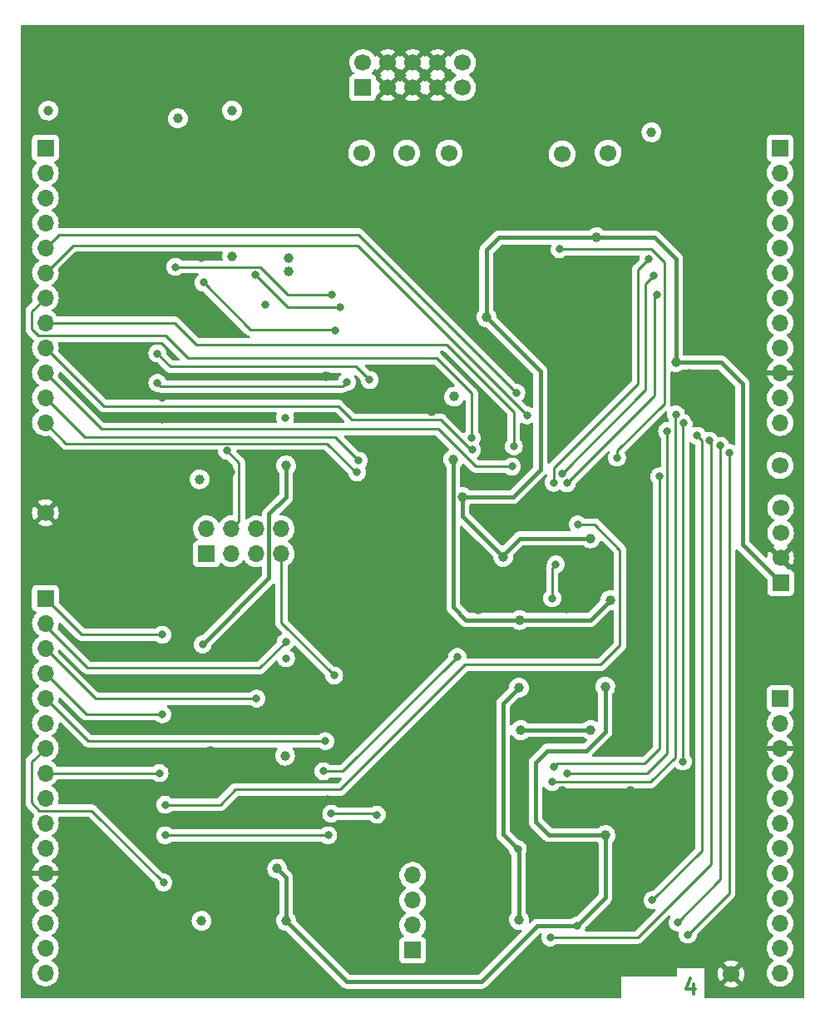
<source format=gbr>
%TF.GenerationSoftware,KiCad,Pcbnew,(6.0.11)*%
%TF.CreationDate,2023-05-22T16:20:36+01:00*%
%TF.ProjectId,Quango_Components,5175616e-676f-45f4-936f-6d706f6e656e,rev?*%
%TF.SameCoordinates,Original*%
%TF.FileFunction,Copper,L4,Bot*%
%TF.FilePolarity,Positive*%
%FSLAX46Y46*%
G04 Gerber Fmt 4.6, Leading zero omitted, Abs format (unit mm)*
G04 Created by KiCad (PCBNEW (6.0.11)) date 2023-05-22 16:20:36*
%MOMM*%
%LPD*%
G01*
G04 APERTURE LIST*
%ADD10C,0.300000*%
%TA.AperFunction,NonConductor*%
%ADD11C,0.300000*%
%TD*%
%TA.AperFunction,ComponentPad*%
%ADD12C,1.700000*%
%TD*%
%TA.AperFunction,ComponentPad*%
%ADD13R,1.700000X1.700000*%
%TD*%
%TA.AperFunction,ComponentPad*%
%ADD14O,1.700000X1.700000*%
%TD*%
%TA.AperFunction,ViaPad*%
%ADD15C,1.000000*%
%TD*%
%TA.AperFunction,ViaPad*%
%ADD16C,0.800000*%
%TD*%
%TA.AperFunction,Conductor*%
%ADD17C,0.400000*%
%TD*%
%TA.AperFunction,Conductor*%
%ADD18C,0.250000*%
%TD*%
G04 APERTURE END LIST*
D10*
%TO.C,FID1*%
D11*
X119085714Y-137028571D02*
X119085714Y-138028571D01*
X118728571Y-136457142D02*
X118371428Y-137528571D01*
X119300000Y-137528571D01*
%TD*%
D12*
%TO.P,TP3,1,1*%
%TO.N,+5V*%
X89900000Y-52500000D03*
%TD*%
D13*
%TO.P,J5,1,Pin_1*%
%TO.N,+3.3V*%
X127950000Y-96220000D03*
D12*
%TO.P,J5,2,Pin_2*%
%TO.N,GND*%
X127950000Y-93680000D03*
%TO.P,J5,3,Pin_3*%
%TO.N,/SWIO*%
X127950000Y-91140000D03*
%TO.P,J5,4,Pin_4*%
%TO.N,/SWCLK*%
X127950000Y-88600000D03*
%TD*%
%TO.P,TP4,1,1*%
%TO.N,/-5V_REF*%
X94200000Y-52500000D03*
%TD*%
%TO.P,TP2,1,1*%
%TO.N,-12V*%
X105700000Y-52600000D03*
%TD*%
%TO.P,TP7,1,1*%
%TO.N,GND*%
X122900000Y-136000000D03*
%TD*%
%TO.P,TP5,1,1*%
%TO.N,+3.3V*%
X85300000Y-52500000D03*
%TD*%
%TO.P,TP1,1,1*%
%TO.N,+12V*%
X110400000Y-52500000D03*
%TD*%
D13*
%TO.P,J7,1,Pin_1*%
%TO.N,/OpAmps/AudioB1_Out*%
X69500000Y-93275000D03*
D14*
%TO.P,J7,2,Pin_2*%
%TO.N,/OpAmps/AudioA1_Out*%
X69500000Y-90735000D03*
%TO.P,J7,3,Pin_3*%
%TO.N,/OpAmps/AudioB2_Out*%
X72040000Y-93275000D03*
%TO.P,J7,4,Pin_4*%
%TO.N,/OpAmps/AudioA2_Out*%
X72040000Y-90735000D03*
%TO.P,J7,5,Pin_5*%
%TO.N,/OpAmps/AudioB3_Out*%
X74580000Y-93275000D03*
%TO.P,J7,6,Pin_6*%
%TO.N,/OpAmps/AudioA3_Out*%
X74580000Y-90735000D03*
%TO.P,J7,7,Pin_7*%
%TO.N,/OpAmps/AudioB4_Out*%
X77120000Y-93275000D03*
%TO.P,J7,8,Pin_8*%
%TO.N,/OpAmps/AudioA4_Out*%
X77120000Y-90735000D03*
%TD*%
D13*
%TO.P,J8,1,Pin_1*%
%TO.N,/Gate1_Out*%
X90500000Y-133600000D03*
D14*
%TO.P,J8,2,Pin_2*%
%TO.N,/Gate2_Out*%
X90500000Y-131060000D03*
%TO.P,J8,3,Pin_3*%
%TO.N,/Gate3_Out*%
X90500000Y-128520000D03*
%TO.P,J8,4,Pin_4*%
%TO.N,/Gate4_Out*%
X90500000Y-125980000D03*
%TD*%
D12*
%TO.P,J9,1,Pin_1*%
%TO.N,Net-(U2-Pad81)*%
X127900000Y-84300000D03*
%TD*%
%TO.P,TP6,1,1*%
%TO.N,GND*%
X53100000Y-89100000D03*
%TD*%
D13*
%TO.P,J6,1,Pin_1*%
%TO.N,/-12V_IN*%
X85420000Y-45862500D03*
D12*
%TO.P,J6,2,Pin_2*%
X85420000Y-43322500D03*
%TO.P,J6,3,Pin_3*%
%TO.N,GND*%
X87960000Y-45862500D03*
%TO.P,J6,4,Pin_4*%
X87960000Y-43322500D03*
%TO.P,J6,5,Pin_5*%
X90500000Y-45862500D03*
%TO.P,J6,6,Pin_6*%
X90500000Y-43322500D03*
%TO.P,J6,7,Pin_7*%
X93040000Y-45862500D03*
%TO.P,J6,8,Pin_8*%
X93040000Y-43322500D03*
%TO.P,J6,9,Pin_9*%
%TO.N,/+12V_IN*%
X95580000Y-45862500D03*
%TO.P,J6,10,Pin_10*%
X95580000Y-43322500D03*
%TD*%
D13*
%TO.P,J1,1,Pin_1*%
%TO.N,/AudioA4_In*%
X53100000Y-52000000D03*
D14*
%TO.P,J1,2,Pin_2*%
%TO.N,/AudioA3_In*%
X53100000Y-54540000D03*
%TO.P,J1,3,Pin_3*%
%TO.N,/AudioA2_In*%
X53100000Y-57080000D03*
%TO.P,J1,4,Pin_4*%
%TO.N,/AudioA1_In*%
X53100000Y-59620000D03*
%TO.P,J1,5,Pin_5*%
%TO.N,/Env1_Attack*%
X53100000Y-62160000D03*
%TO.P,J1,6,Pin_6*%
%TO.N,/Env1_Decay*%
X53100000Y-64700000D03*
%TO.P,J1,7,Pin_7*%
%TO.N,/Env1_Sustain*%
X53100000Y-67240000D03*
%TO.P,J1,8,Pin_8*%
%TO.N,/Env1_Release*%
X53100000Y-69780000D03*
%TO.P,J1,9,Pin_9*%
%TO.N,/Env2_Attack*%
X53100000Y-72320000D03*
%TO.P,J1,10,Pin_10*%
%TO.N,/Env2_Decay*%
X53100000Y-74860000D03*
%TO.P,J1,11,Pin_11*%
%TO.N,/Env2_Sustain*%
X53100000Y-77400000D03*
%TO.P,J1,12,Pin_12*%
%TO.N,/Env2_Release*%
X53100000Y-79940000D03*
%TD*%
D13*
%TO.P,J3,1,Pin_1*%
%TO.N,/MIDI_IN*%
X127900000Y-52000000D03*
D14*
%TO.P,J3,2,Pin_2*%
%TO.N,/EnvA4_LED_Out*%
X127900000Y-54540000D03*
%TO.P,J3,3,Pin_3*%
%TO.N,/EnvA3_LED_Out*%
X127900000Y-57080000D03*
%TO.P,J3,4,Pin_4*%
%TO.N,/EnvA2_LED_Out*%
X127900000Y-59620000D03*
%TO.P,J3,5,Pin_5*%
%TO.N,/EnvA1_LED_Out*%
X127900000Y-62160000D03*
%TO.P,J3,6,Pin_6*%
%TO.N,/EnvB4_LED_Out*%
X127900000Y-64700000D03*
%TO.P,J3,7,Pin_7*%
%TO.N,/EnvB2_LED_Out*%
X127900000Y-67240000D03*
%TO.P,J3,8,Pin_8*%
%TO.N,/EnvB1_LED_Out*%
X127900000Y-69780000D03*
%TO.P,J3,9,Pin_9*%
%TO.N,/EnvB3_LED_Out*%
X127900000Y-72320000D03*
%TO.P,J3,10,Pin_10*%
%TO.N,GND*%
X127900000Y-74860000D03*
%TO.P,J3,11,Pin_11*%
%TO.N,/ChannelA_Level*%
X127900000Y-77400000D03*
%TO.P,J3,12,Pin_12*%
%TO.N,/ChannelB_Level*%
X127900000Y-79940000D03*
%TD*%
D13*
%TO.P,J2,1,Pin_1*%
%TO.N,/Audio2_Out*%
X53100000Y-97800000D03*
D14*
%TO.P,J2,2,Pin_2*%
%TO.N,/Audio3_Out*%
X53100000Y-100340000D03*
%TO.P,J2,3,Pin_3*%
%TO.N,/Audio4_Out*%
X53100000Y-102880000D03*
%TO.P,J2,4,Pin_4*%
%TO.N,/Audio1_Out*%
X53100000Y-105420000D03*
%TO.P,J2,5,Pin_5*%
%TO.N,/AudioB4_In*%
X53100000Y-107960000D03*
%TO.P,J2,6,Pin_6*%
%TO.N,/AudioB3_In*%
X53100000Y-110500000D03*
%TO.P,J2,7,Pin_7*%
%TO.N,/AudioB2_In*%
X53100000Y-113040000D03*
%TO.P,J2,8,Pin_8*%
%TO.N,/AudioB1_In*%
X53100000Y-115580000D03*
%TO.P,J2,9,Pin_9*%
%TO.N,/Calib_Btn1*%
X53100000Y-118120000D03*
%TO.P,J2,10,Pin_10*%
%TO.N,/Calib_Btn2*%
X53100000Y-120660000D03*
%TO.P,J2,11,Pin_11*%
%TO.N,+3.3VA*%
X53100000Y-123200000D03*
%TO.P,J2,12,Pin_12*%
%TO.N,GND*%
X53100000Y-125740000D03*
%TO.P,J2,13,Pin_13*%
%TO.N,/Gate4_Out*%
X53100000Y-128280000D03*
%TO.P,J2,14,Pin_14*%
%TO.N,/Gate3_Out*%
X53100000Y-130820000D03*
%TO.P,J2,15,Pin_15*%
%TO.N,/Gate2_Out*%
X53100000Y-133360000D03*
%TO.P,J2,16,Pin_16*%
%TO.N,/Gate1_Out*%
X53100000Y-135900000D03*
%TD*%
D13*
%TO.P,J4,1,Pin_1*%
%TO.N,/USB_DM*%
X127900000Y-108000000D03*
D14*
%TO.P,J4,2,Pin_2*%
%TO.N,/USB_DP*%
X127900000Y-110540000D03*
%TO.P,J4,3,Pin_3*%
%TO.N,GND*%
X127900000Y-113080000D03*
%TO.P,J4,4,Pin_4*%
%TO.N,+3.3VA*%
X127900000Y-115620000D03*
%TO.P,J4,5,Pin_5*%
%TO.N,/CV_OUT_A2*%
X127900000Y-118160000D03*
%TO.P,J4,6,Pin_6*%
%TO.N,/CV_OUT_A1*%
X127900000Y-120700000D03*
%TO.P,J4,7,Pin_7*%
%TO.N,/CV_OUT_A4*%
X127900000Y-123240000D03*
%TO.P,J4,8,Pin_8*%
%TO.N,/CV_OUT_A3*%
X127900000Y-125780000D03*
%TO.P,J4,9,Pin_9*%
%TO.N,/CV_OUT_B2*%
X127900000Y-128320000D03*
%TO.P,J4,10,Pin_10*%
%TO.N,/CV_OUT_B1*%
X127900000Y-130860000D03*
%TO.P,J4,11,Pin_11*%
%TO.N,/CV_OUT_B4*%
X127900000Y-133400000D03*
%TO.P,J4,12,Pin_12*%
%TO.N,/CV_OUT_B3*%
X127900000Y-135940000D03*
%TD*%
D15*
%TO.N,GND*%
X92500000Y-82050000D03*
X92450000Y-78800000D03*
X74550000Y-131150000D03*
D16*
X68950000Y-63200000D03*
D15*
X112650000Y-117350000D03*
X74350000Y-103200000D03*
X71950000Y-84932107D03*
X110300000Y-67650000D03*
X81700000Y-75250000D03*
X65250000Y-131250000D03*
X97150000Y-98950000D03*
X81500000Y-85000000D03*
X100428347Y-74781892D03*
X97300000Y-113050000D03*
X105700000Y-117400000D03*
X65100000Y-103050000D03*
X67550000Y-41500000D03*
X99300000Y-79500000D03*
X97500000Y-122600000D03*
X81800000Y-118350000D03*
D16*
X65000000Y-77450000D03*
D15*
X81650000Y-103200000D03*
D16*
X64950000Y-79650000D03*
D15*
X69900000Y-113300000D03*
X113700000Y-106250000D03*
X99900000Y-86000000D03*
D16*
X70450000Y-79550000D03*
D15*
X72100000Y-103100000D03*
X108400000Y-86450000D03*
X101200000Y-116900000D03*
X72100000Y-40750000D03*
X81400000Y-125150000D03*
D16*
X106100000Y-98950000D03*
D15*
X92450000Y-86500000D03*
X97150000Y-95950000D03*
X81600000Y-131300000D03*
X97350000Y-115300000D03*
X112400000Y-47350000D03*
X74400000Y-85000000D03*
X59750000Y-49600000D03*
X81750000Y-53500000D03*
X64900000Y-120350000D03*
X107550000Y-53750000D03*
X97650000Y-71700000D03*
X107750000Y-48400000D03*
X118700000Y-75000000D03*
X103900000Y-56650000D03*
D16*
X71866054Y-131316054D03*
D15*
X114450000Y-91750000D03*
X110600000Y-76350000D03*
X97450000Y-106200000D03*
X97350000Y-131300000D03*
X55300000Y-48450000D03*
X64850000Y-124150000D03*
X113900000Y-99200000D03*
X114100000Y-112800000D03*
X113850000Y-122600000D03*
X106800000Y-94450000D03*
X64850000Y-117100000D03*
X125300000Y-48300000D03*
X81650000Y-79450000D03*
X70800000Y-125150000D03*
X119200000Y-79400000D03*
X69550000Y-54300000D03*
X122100000Y-41150000D03*
X87800000Y-58350000D03*
X118700000Y-77500000D03*
%TO.N,+3.3V*%
X98000000Y-69200000D03*
X109200000Y-61100000D03*
X77899998Y-64600001D03*
X108600000Y-91700000D03*
X117300000Y-73800000D03*
X95549500Y-87500000D03*
X99700000Y-93600000D03*
%TO.N,+3.3VA*%
X101399999Y-99999999D03*
X94703721Y-77296279D03*
X94618452Y-83684473D03*
X110600000Y-98000000D03*
X114800000Y-50400000D03*
%TO.N,+12V*%
X68800000Y-85700000D03*
D16*
X75450000Y-67950000D03*
X77600000Y-103900000D03*
D15*
X101300000Y-130500000D03*
D16*
X101200000Y-123300000D03*
D15*
X66600000Y-49000000D03*
X77500000Y-113800000D03*
X69000000Y-130600000D03*
X72100000Y-63000000D03*
X101300000Y-106900000D03*
%TO.N,-12V*%
X110100000Y-106800000D03*
X77885368Y-63185369D03*
D16*
X77500000Y-79424500D03*
X107200000Y-131100000D03*
D15*
X77599500Y-130600000D03*
X110110732Y-121881506D03*
X76700000Y-125300000D03*
D16*
X69100000Y-102500000D03*
D15*
X72100000Y-48200000D03*
X77600000Y-84300000D03*
%TO.N,+5V*%
X108633979Y-111200001D03*
X101500000Y-111200000D03*
X53400000Y-48200000D03*
D16*
%TO.N,/EnvB1_LED*%
X115024500Y-65005846D03*
X105700000Y-85100000D03*
%TO.N,/EnvB2_LED*%
X104850000Y-86050000D03*
X114500000Y-63300000D03*
%TO.N,/EnvB3_LED*%
X106200000Y-86100000D03*
X115375500Y-66925000D03*
%TO.N,/Audio1_Out*%
X65000000Y-109600000D03*
%TO.N,/Audio2_Out*%
X65000000Y-101500000D03*
%TO.N,/Audio3_Out*%
X77600000Y-102200000D03*
%TO.N,/Audio4_Out*%
X74600000Y-108000000D03*
%TO.N,/AudioB1_In*%
X64719999Y-115580001D03*
%TO.N,/AudioB2_In*%
X65124500Y-126700000D03*
%TO.N,/AudioB4_In*%
X81600000Y-112324500D03*
%TO.N,/Env1_Attack*%
X101050000Y-76900000D03*
%TO.N,/Env1_Decay*%
X102150000Y-79200000D03*
%TO.N,/Env1_Sustain*%
X96500000Y-81500000D03*
%TO.N,/Env1_Release*%
X100800000Y-82350000D03*
%TO.N,/Env2_Attack*%
X96539677Y-82712567D03*
%TO.N,/Env2_Decay*%
X100600000Y-84400000D03*
%TO.N,/Env2_Sustain*%
X85000000Y-83800000D03*
%TO.N,/Env2_Release*%
X84824500Y-85000000D03*
%TO.N,/MIDI_UART*%
X111300000Y-83500000D03*
X105449999Y-62300001D03*
%TO.N,/EnvA1_DAC*%
X86100000Y-75600000D03*
X64500000Y-72900000D03*
%TO.N,/EnvA2_DAC*%
X64500000Y-75900000D03*
X83800000Y-75800000D03*
%TO.N,/EnvB3_DAC*%
X86846724Y-119806679D03*
X82200000Y-119700000D03*
%TO.N,/EnvB1_DAC*%
X107300000Y-90300000D03*
X65300000Y-118800000D03*
%TO.N,/EnvB2_DAC*%
X65300000Y-121900000D03*
X81900000Y-121900000D03*
%TO.N,/EnvB4_DAC*%
X81400000Y-115400000D03*
X95050000Y-103750000D03*
%TO.N,/OpAmps/AudioA2_Out*%
X71600000Y-82800000D03*
%TO.N,/OpAmps/AudioB4_Out*%
X82500000Y-105650000D03*
%TO.N,/MultiplexerA1*%
X69200000Y-65700000D03*
X82600000Y-70600000D03*
%TO.N,/MultiplexerA2*%
X82300000Y-66900000D03*
X66350000Y-64100000D03*
%TO.N,/MultiplexerA0*%
X83100000Y-68200000D03*
X74450501Y-64875001D03*
%TO.N,/SPI2_NSS*%
X104700000Y-97800000D03*
X105070917Y-94349500D03*
%TO.N,/SPI1_NSS*%
X115600000Y-85400000D03*
X104900000Y-114900000D03*
%TO.N,/SPI1_SCK*%
X116402485Y-80775500D03*
X106200500Y-115625000D03*
%TO.N,/SPI1_MISO*%
X118100000Y-80000000D03*
X118000000Y-114400000D03*
%TO.N,/SPI1_MOSI*%
X117300000Y-79100000D03*
X104700000Y-116500000D03*
%TO.N,/Gate1*%
X122700000Y-83000000D03*
X118500002Y-132000000D03*
%TO.N,/Gate2*%
X121820209Y-82275500D03*
X117462299Y-130762299D03*
%TO.N,/Gate3*%
X104500000Y-132300000D03*
X120700000Y-81775500D03*
%TO.N,/Gate4*%
X119460253Y-81275500D03*
X114900000Y-128500000D03*
%TD*%
D17*
%TO.N,+3.3V*%
X99300000Y-61100000D02*
X109200000Y-61100000D01*
X103500000Y-74700000D02*
X98000000Y-69200000D01*
X95549500Y-87500000D02*
X100700000Y-87500000D01*
X117300000Y-63300000D02*
X115100000Y-61100000D01*
X127950000Y-96220000D02*
X127950000Y-96200000D01*
X115100000Y-61100000D02*
X109200000Y-61100000D01*
X99700000Y-93400000D02*
X99700000Y-93600000D01*
X127950000Y-96200000D02*
X124050000Y-92300000D01*
X108600000Y-91700000D02*
X101400000Y-91700000D01*
X100700000Y-87500000D02*
X103500000Y-84700000D01*
X95549500Y-89449500D02*
X99700000Y-93600000D01*
X98000000Y-62400000D02*
X99300000Y-61100000D01*
X124050000Y-92300000D02*
X124050000Y-75950000D01*
X101400000Y-91700000D02*
X99700000Y-93400000D01*
X121900000Y-73800000D02*
X117300000Y-73800000D01*
X95549500Y-87500000D02*
X95549500Y-89449500D01*
X117300000Y-73800000D02*
X117300000Y-63300000D01*
X98000000Y-69200000D02*
X98000000Y-62400000D01*
X103500000Y-84700000D02*
X103500000Y-74700000D01*
X124050000Y-75950000D02*
X121900000Y-73800000D01*
%TO.N,+3.3VA*%
X95899999Y-99999999D02*
X101399999Y-99999999D01*
X94618452Y-83684473D02*
X94618452Y-98718452D01*
X94618452Y-98718452D02*
X95899999Y-99999999D01*
X101399999Y-99999999D02*
X108600001Y-99999999D01*
X108600001Y-99999999D02*
X110600000Y-98000000D01*
%TO.N,+12V*%
X99700000Y-121800000D02*
X101200000Y-123300000D01*
X101300000Y-123400000D02*
X101200000Y-123300000D01*
X101300000Y-130500000D02*
X101300000Y-123400000D01*
X101300000Y-106900000D02*
X99700000Y-108500000D01*
X99700000Y-108500000D02*
X99700000Y-121800000D01*
%TO.N,-12V*%
X75870000Y-89230000D02*
X77600000Y-87500000D01*
X110110732Y-128189268D02*
X110110732Y-121881506D01*
X104381506Y-121881506D02*
X110110732Y-121881506D01*
X77599500Y-126199500D02*
X77599500Y-130600000D01*
X75870000Y-95730000D02*
X75870000Y-89230000D01*
X69100000Y-102500000D02*
X75870000Y-95730000D01*
X108200000Y-113300000D02*
X104200000Y-113300000D01*
X76700000Y-125300000D02*
X77599500Y-126199500D01*
X103200000Y-131100000D02*
X97500000Y-136800000D01*
X103000000Y-120500000D02*
X104381506Y-121881506D01*
X104200000Y-113300000D02*
X103000000Y-114500000D01*
X103000000Y-114500000D02*
X103000000Y-120500000D01*
X97500000Y-136800000D02*
X83799500Y-136800000D01*
X77600000Y-87500000D02*
X77600000Y-84300000D01*
X110100000Y-111400000D02*
X108200000Y-113300000D01*
X83799500Y-136800000D02*
X77599500Y-130600000D01*
X107200000Y-131100000D02*
X110110732Y-128189268D01*
X110100000Y-106800000D02*
X110100000Y-111400000D01*
X107200000Y-131100000D02*
X103200000Y-131100000D01*
%TO.N,+5V*%
X101500000Y-111200000D02*
X108633979Y-111200001D01*
D18*
%TO.N,/EnvB1_LED*%
X114200000Y-76600000D02*
X114200000Y-65830346D01*
X114200000Y-65830346D02*
X115024500Y-65005846D01*
X105700000Y-85100000D02*
X114200000Y-76600000D01*
%TO.N,/EnvB2_LED*%
X104850000Y-86050000D02*
X104850000Y-84550000D01*
X104850000Y-84550000D02*
X113450000Y-75950000D01*
X113450000Y-64350000D02*
X114500000Y-63300000D01*
X113450000Y-75950000D02*
X113450000Y-64350000D01*
%TO.N,/EnvB3_LED*%
X106200000Y-86100000D02*
X115100000Y-77200000D01*
X115100000Y-77200000D02*
X115100000Y-67200500D01*
X115100000Y-67200500D02*
X115375500Y-66925000D01*
%TO.N,/Audio1_Out*%
X65000000Y-109600000D02*
X57300000Y-109600000D01*
X57300000Y-109600000D02*
X53120000Y-105420000D01*
X53120000Y-105420000D02*
X53100000Y-105420000D01*
%TO.N,/Audio2_Out*%
X56800000Y-101500000D02*
X53100000Y-97800000D01*
X65000000Y-101500000D02*
X56800000Y-101500000D01*
%TO.N,/Audio3_Out*%
X77600000Y-102200000D02*
X74900000Y-104900000D01*
X57400000Y-104900000D02*
X53100000Y-100600000D01*
X74900000Y-104900000D02*
X57400000Y-104900000D01*
X53100000Y-100600000D02*
X53100000Y-100340000D01*
%TO.N,/Audio4_Out*%
X74600000Y-108000000D02*
X58200000Y-108000000D01*
X58200000Y-108000000D02*
X53100000Y-102900000D01*
X53100000Y-102900000D02*
X53100000Y-102880000D01*
%TO.N,/AudioB1_In*%
X53100000Y-115580000D02*
X64719999Y-115580001D01*
%TO.N,/AudioB2_In*%
X51700000Y-114440000D02*
X53100000Y-113040000D01*
X51700000Y-118600000D02*
X51700000Y-114440000D01*
X57824500Y-119400000D02*
X52500000Y-119400000D01*
X65124500Y-126700000D02*
X57824500Y-119400000D01*
X52500000Y-119400000D02*
X51700000Y-118600000D01*
%TO.N,/AudioB4_In*%
X57464500Y-112324500D02*
X81600000Y-112324500D01*
X53100000Y-107960000D02*
X57464500Y-112324500D01*
%TO.N,/Env1_Attack*%
X84950000Y-60800000D02*
X101050000Y-76900000D01*
X53100000Y-62160000D02*
X54460000Y-60800000D01*
X54460000Y-60800000D02*
X84950000Y-60800000D01*
%TO.N,/Env1_Decay*%
X53100000Y-64700000D02*
X55900000Y-61900000D01*
X55900000Y-61900000D02*
X84850000Y-61900000D01*
X84850000Y-61900000D02*
X102150000Y-79200000D01*
%TO.N,/Env1_Sustain*%
X67600000Y-73400000D02*
X65300000Y-71100000D01*
X92950000Y-73400000D02*
X67600000Y-73400000D01*
X52400000Y-71100000D02*
X51700000Y-70400000D01*
X65300000Y-71100000D02*
X52400000Y-71100000D01*
X51700000Y-70400000D02*
X51700000Y-68640000D01*
X96500000Y-81500000D02*
X96500000Y-76950000D01*
X51700000Y-68640000D02*
X53100000Y-67240000D01*
X96500000Y-76950000D02*
X92950000Y-73400000D01*
%TO.N,/Env1_Release*%
X93950000Y-72000000D02*
X100800000Y-78850000D01*
X68500000Y-72000000D02*
X93950000Y-72000000D01*
X66280000Y-69780000D02*
X68500000Y-72000000D01*
X53100000Y-69780000D02*
X66280000Y-69780000D01*
X100800000Y-78850000D02*
X100800000Y-82350000D01*
%TO.N,/Env2_Attack*%
X53120000Y-72320000D02*
X53100000Y-72320000D01*
X96412567Y-82712567D02*
X93350000Y-79650000D01*
X96539677Y-82712567D02*
X96412567Y-82712567D01*
X93350000Y-79650000D02*
X84300000Y-79650000D01*
X84300000Y-79650000D02*
X82900000Y-78250000D01*
X59050000Y-78250000D02*
X53120000Y-72320000D01*
X82900000Y-78250000D02*
X59050000Y-78250000D01*
%TO.N,/Env2_Decay*%
X58800000Y-80600000D02*
X53100000Y-74900000D01*
X93100000Y-80600000D02*
X58800000Y-80600000D01*
X96900000Y-84400000D02*
X93100000Y-80600000D01*
X100600000Y-84400000D02*
X96900000Y-84400000D01*
X53100000Y-74900000D02*
X53100000Y-74860000D01*
%TO.N,/Env2_Sustain*%
X82600000Y-81400000D02*
X85000000Y-83800000D01*
X53100000Y-77400000D02*
X57100000Y-81400000D01*
X57100000Y-81400000D02*
X82600000Y-81400000D01*
%TO.N,/Env2_Release*%
X55210000Y-82050000D02*
X81750000Y-82050000D01*
X53100000Y-79940000D02*
X55210000Y-82050000D01*
X81750000Y-82050000D02*
X84700000Y-85000000D01*
X84700000Y-85000000D02*
X84824500Y-85000000D01*
%TO.N,/MIDI_UART*%
X111300000Y-82800000D02*
X116100000Y-78000000D01*
X114800000Y-62300000D02*
X105449999Y-62300001D01*
X116100000Y-78000000D02*
X116100000Y-63600000D01*
X116100000Y-63600000D02*
X114800000Y-62300000D01*
X111300000Y-83500000D02*
X111300000Y-82800000D01*
%TO.N,/EnvA1_DAC*%
X84750000Y-74250000D02*
X86100000Y-75600000D01*
X65850000Y-74250000D02*
X84750000Y-74250000D01*
X64500000Y-72900000D02*
X65850000Y-74250000D01*
%TO.N,/EnvA2_DAC*%
X64850000Y-76250000D02*
X83350000Y-76250000D01*
X64500000Y-75900000D02*
X64850000Y-76250000D01*
X83350000Y-76250000D02*
X83800000Y-75800000D01*
%TO.N,/EnvB3_DAC*%
X82200000Y-119700000D02*
X86740045Y-119700000D01*
X86740045Y-119700000D02*
X86846724Y-119806679D01*
%TO.N,/EnvB1_DAC*%
X70900000Y-118800000D02*
X65300000Y-118800000D01*
X111600000Y-92900000D02*
X111600000Y-102600000D01*
X95850000Y-104550000D02*
X83150000Y-117250000D01*
X109000000Y-90300000D02*
X111600000Y-92900000D01*
X109650000Y-104550000D02*
X95850000Y-104550000D01*
X111600000Y-102600000D02*
X109650000Y-104550000D01*
X107300000Y-90300000D02*
X109000000Y-90300000D01*
X72450000Y-117250000D02*
X70900000Y-118800000D01*
X83150000Y-117250000D02*
X72450000Y-117250000D01*
%TO.N,/EnvB2_DAC*%
X81900000Y-121900000D02*
X65300000Y-121900000D01*
%TO.N,/EnvB4_DAC*%
X81400000Y-115400000D02*
X83400000Y-115400000D01*
X83400000Y-115400000D02*
X95050000Y-103750000D01*
%TO.N,/OpAmps/AudioA2_Out*%
X72800000Y-84000000D02*
X72800000Y-89975000D01*
X72800000Y-89975000D02*
X72040000Y-90735000D01*
X71600000Y-82800000D02*
X72800000Y-84000000D01*
%TO.N,/OpAmps/AudioB4_Out*%
X77120000Y-100270000D02*
X82500000Y-105650000D01*
X77120000Y-93275000D02*
X77120000Y-100270000D01*
%TO.N,/MultiplexerA1*%
X74000000Y-70500000D02*
X82500000Y-70500000D01*
X82500000Y-70500000D02*
X82600000Y-70600000D01*
X69200000Y-65700000D02*
X74000000Y-70500000D01*
%TO.N,/MultiplexerA2*%
X82300000Y-66900000D02*
X77800000Y-66900000D01*
X77800000Y-66900000D02*
X75000000Y-64100000D01*
X75000000Y-64100000D02*
X66350000Y-64100000D01*
%TO.N,/MultiplexerA0*%
X74450501Y-64875001D02*
X77775500Y-68200000D01*
X77775500Y-68200000D02*
X83100000Y-68200000D01*
%TO.N,/SPI2_NSS*%
X104700000Y-94720417D02*
X105070917Y-94349500D01*
X104700000Y-97800000D02*
X104700000Y-94720417D01*
%TO.N,/SPI1_NSS*%
X114120023Y-114579977D02*
X105220023Y-114579977D01*
X115600000Y-85400000D02*
X115600000Y-113100000D01*
X115600000Y-113100000D02*
X114120023Y-114579977D01*
X105220023Y-114579977D02*
X104900000Y-114900000D01*
%TO.N,/SPI1_SCK*%
X116402485Y-113597515D02*
X114375000Y-115625000D01*
X116402485Y-80775500D02*
X116402485Y-113597515D01*
X114375000Y-115625000D02*
X106200500Y-115625000D01*
%TO.N,/SPI1_MISO*%
X118000000Y-80100000D02*
X118100000Y-80000000D01*
X118000000Y-114400000D02*
X118000000Y-80100000D01*
%TO.N,/SPI1_MOSI*%
X117200000Y-79200000D02*
X117300000Y-79100000D01*
X104700000Y-116500000D02*
X114700000Y-116500000D01*
X114700000Y-116500000D02*
X117200000Y-114000000D01*
X117200000Y-114000000D02*
X117200000Y-79200000D01*
%TO.N,/Gate1*%
X118500002Y-132000000D02*
X122725000Y-127775000D01*
X122725000Y-83025000D02*
X122700000Y-83000000D01*
X122725000Y-127775000D02*
X122725000Y-83025000D01*
%TO.N,/Gate2*%
X121820209Y-126404389D02*
X117462299Y-130762299D01*
X121820209Y-82275500D02*
X121820209Y-126404389D01*
%TO.N,/Gate3*%
X113400000Y-132300000D02*
X104500000Y-132300000D01*
X120900000Y-124800000D02*
X113400000Y-132300000D01*
X120900000Y-81975500D02*
X120900000Y-124800000D01*
X120700000Y-81775500D02*
X120900000Y-81975500D01*
%TO.N,/Gate4*%
X119900000Y-81715247D02*
X119460253Y-81275500D01*
X119900000Y-123500000D02*
X119900000Y-81715247D01*
X114900000Y-128500000D02*
X119900000Y-123500000D01*
%TD*%
%TA.AperFunction,Conductor*%
%TO.N,GND*%
G36*
X130333621Y-39528502D02*
G01*
X130380114Y-39582158D01*
X130391500Y-39634500D01*
X130391500Y-138365500D01*
X130371498Y-138433621D01*
X130317842Y-138480114D01*
X130265500Y-138491500D01*
X120298786Y-138491500D01*
X120230665Y-138471498D01*
X120184172Y-138417842D01*
X120172786Y-138365500D01*
X120172786Y-137124853D01*
X122139977Y-137124853D01*
X122145258Y-137131907D01*
X122306756Y-137226279D01*
X122316042Y-137230729D01*
X122515001Y-137306703D01*
X122524899Y-137309579D01*
X122733595Y-137352038D01*
X122743823Y-137353257D01*
X122956650Y-137361062D01*
X122966936Y-137360595D01*
X123178185Y-137333534D01*
X123188262Y-137331392D01*
X123392255Y-137270191D01*
X123401842Y-137266433D01*
X123593098Y-137172738D01*
X123601944Y-137167465D01*
X123649247Y-137133723D01*
X123657648Y-137123023D01*
X123650660Y-137109870D01*
X122912812Y-136372022D01*
X122898868Y-136364408D01*
X122897035Y-136364539D01*
X122890420Y-136368790D01*
X122146737Y-137112473D01*
X122139977Y-137124853D01*
X120172786Y-137124853D01*
X120172786Y-135971863D01*
X121538050Y-135971863D01*
X121550309Y-136184477D01*
X121551745Y-136194697D01*
X121598565Y-136402446D01*
X121601645Y-136412275D01*
X121681770Y-136609603D01*
X121686413Y-136618794D01*
X121766460Y-136749420D01*
X121776916Y-136758880D01*
X121785694Y-136755096D01*
X122527978Y-136012812D01*
X122534356Y-136001132D01*
X123264408Y-136001132D01*
X123264539Y-136002965D01*
X123268790Y-136009580D01*
X124010474Y-136751264D01*
X124022484Y-136757823D01*
X124034223Y-136748855D01*
X124065004Y-136706019D01*
X124070315Y-136697180D01*
X124164670Y-136506267D01*
X124168469Y-136496672D01*
X124230376Y-136292915D01*
X124232555Y-136282834D01*
X124260590Y-136069887D01*
X124261109Y-136063212D01*
X124262572Y-136003364D01*
X124262378Y-135996646D01*
X124254983Y-135906695D01*
X126537251Y-135906695D01*
X126537548Y-135911848D01*
X126537548Y-135911851D01*
X126546660Y-136069887D01*
X126550110Y-136129715D01*
X126551247Y-136134761D01*
X126551248Y-136134767D01*
X126571119Y-136222939D01*
X126599222Y-136347639D01*
X126683266Y-136554616D01*
X126685965Y-136559020D01*
X126776046Y-136706019D01*
X126799987Y-136745088D01*
X126803367Y-136748990D01*
X126805337Y-136751264D01*
X126946250Y-136913938D01*
X127118126Y-137056632D01*
X127311000Y-137169338D01*
X127315825Y-137171180D01*
X127315826Y-137171181D01*
X127388612Y-137198975D01*
X127519692Y-137249030D01*
X127524760Y-137250061D01*
X127524763Y-137250062D01*
X127581298Y-137261564D01*
X127738597Y-137293567D01*
X127743772Y-137293757D01*
X127743774Y-137293757D01*
X127956673Y-137301564D01*
X127956677Y-137301564D01*
X127961837Y-137301753D01*
X127966957Y-137301097D01*
X127966959Y-137301097D01*
X128178288Y-137274025D01*
X128178289Y-137274025D01*
X128183416Y-137273368D01*
X128188366Y-137271883D01*
X128392429Y-137210661D01*
X128392434Y-137210659D01*
X128397384Y-137209174D01*
X128597994Y-137110896D01*
X128779860Y-136981173D01*
X128938096Y-136823489D01*
X128964218Y-136787137D01*
X129065435Y-136646277D01*
X129068453Y-136642077D01*
X129086147Y-136606277D01*
X129165136Y-136446453D01*
X129165137Y-136446451D01*
X129167430Y-136441811D01*
X129232370Y-136228069D01*
X129261529Y-136006590D01*
X129261618Y-136002965D01*
X129263074Y-135943365D01*
X129263074Y-135943361D01*
X129263156Y-135940000D01*
X129244852Y-135717361D01*
X129190431Y-135500702D01*
X129101354Y-135295840D01*
X128980014Y-135108277D01*
X128829670Y-134943051D01*
X128825619Y-134939852D01*
X128825615Y-134939848D01*
X128658414Y-134807800D01*
X128658410Y-134807798D01*
X128654359Y-134804598D01*
X128613053Y-134781796D01*
X128563084Y-134731364D01*
X128548312Y-134661921D01*
X128573428Y-134595516D01*
X128600780Y-134568909D01*
X128656858Y-134528909D01*
X128779860Y-134441173D01*
X128938096Y-134283489D01*
X128964218Y-134247137D01*
X129065435Y-134106277D01*
X129068453Y-134102077D01*
X129086147Y-134066277D01*
X129165136Y-133906453D01*
X129165137Y-133906451D01*
X129167430Y-133901811D01*
X129232370Y-133688069D01*
X129261529Y-133466590D01*
X129262425Y-133429908D01*
X129263074Y-133403365D01*
X129263074Y-133403361D01*
X129263156Y-133400000D01*
X129244852Y-133177361D01*
X129190431Y-132960702D01*
X129101354Y-132755840D01*
X128980014Y-132568277D01*
X128829670Y-132403051D01*
X128825619Y-132399852D01*
X128825615Y-132399848D01*
X128658414Y-132267800D01*
X128658410Y-132267798D01*
X128654359Y-132264598D01*
X128613053Y-132241796D01*
X128563084Y-132191364D01*
X128548312Y-132121921D01*
X128573428Y-132055516D01*
X128600780Y-132028909D01*
X128663635Y-131984075D01*
X128779860Y-131901173D01*
X128938096Y-131743489D01*
X128964218Y-131707137D01*
X129065435Y-131566277D01*
X129068453Y-131562077D01*
X129084046Y-131530528D01*
X129165136Y-131366453D01*
X129165137Y-131366451D01*
X129167430Y-131361811D01*
X129232370Y-131148069D01*
X129261529Y-130926590D01*
X129262425Y-130889908D01*
X129263074Y-130863365D01*
X129263074Y-130863361D01*
X129263156Y-130860000D01*
X129244852Y-130637361D01*
X129190431Y-130420702D01*
X129101354Y-130215840D01*
X129015696Y-130083433D01*
X128982822Y-130032617D01*
X128982820Y-130032614D01*
X128980014Y-130028277D01*
X128829670Y-129863051D01*
X128825619Y-129859852D01*
X128825615Y-129859848D01*
X128658412Y-129727799D01*
X128654359Y-129724598D01*
X128613053Y-129701796D01*
X128563084Y-129651364D01*
X128548312Y-129581921D01*
X128573428Y-129515516D01*
X128600780Y-129488909D01*
X128656858Y-129448909D01*
X128779860Y-129361173D01*
X128938096Y-129203489D01*
X128964218Y-129167137D01*
X129065435Y-129026277D01*
X129068453Y-129022077D01*
X129086147Y-128986277D01*
X129165136Y-128826453D01*
X129165137Y-128826451D01*
X129167430Y-128821811D01*
X129214517Y-128666829D01*
X129230865Y-128613023D01*
X129230865Y-128613021D01*
X129232370Y-128608069D01*
X129261529Y-128386590D01*
X129261611Y-128383240D01*
X129263074Y-128323365D01*
X129263074Y-128323361D01*
X129263156Y-128320000D01*
X129244852Y-128097361D01*
X129190431Y-127880702D01*
X129101354Y-127675840D01*
X129046792Y-127591500D01*
X128982822Y-127492617D01*
X128982820Y-127492614D01*
X128980014Y-127488277D01*
X128829670Y-127323051D01*
X128825619Y-127319852D01*
X128825615Y-127319848D01*
X128658414Y-127187800D01*
X128658410Y-127187798D01*
X128654359Y-127184598D01*
X128613053Y-127161796D01*
X128563084Y-127111364D01*
X128548312Y-127041921D01*
X128573428Y-126975516D01*
X128600780Y-126948909D01*
X128657234Y-126908641D01*
X128779860Y-126821173D01*
X128938096Y-126663489D01*
X128984422Y-126599020D01*
X129065435Y-126486277D01*
X129068453Y-126482077D01*
X129086274Y-126446020D01*
X129165136Y-126286453D01*
X129165137Y-126286451D01*
X129167430Y-126281811D01*
X129206786Y-126152275D01*
X129230865Y-126073023D01*
X129230865Y-126073021D01*
X129232370Y-126068069D01*
X129261529Y-125846590D01*
X129261930Y-125830172D01*
X129263074Y-125783365D01*
X129263074Y-125783361D01*
X129263156Y-125780000D01*
X129244852Y-125557361D01*
X129190431Y-125340702D01*
X129101354Y-125135840D01*
X129004981Y-124986870D01*
X128982822Y-124952617D01*
X128982820Y-124952614D01*
X128980014Y-124948277D01*
X128829670Y-124783051D01*
X128825619Y-124779852D01*
X128825615Y-124779848D01*
X128658414Y-124647800D01*
X128658410Y-124647798D01*
X128654359Y-124644598D01*
X128613053Y-124621796D01*
X128563084Y-124571364D01*
X128548312Y-124501921D01*
X128573428Y-124435516D01*
X128600780Y-124408909D01*
X128663768Y-124363980D01*
X128779860Y-124281173D01*
X128816662Y-124244500D01*
X128934435Y-124127137D01*
X128938096Y-124123489D01*
X128964218Y-124087137D01*
X129065435Y-123946277D01*
X129068453Y-123942077D01*
X129086147Y-123906277D01*
X129165136Y-123746453D01*
X129165137Y-123746451D01*
X129167430Y-123741811D01*
X129232370Y-123528069D01*
X129261529Y-123306590D01*
X129261690Y-123300000D01*
X129263074Y-123243365D01*
X129263074Y-123243361D01*
X129263156Y-123240000D01*
X129244852Y-123017361D01*
X129190431Y-122800702D01*
X129101354Y-122595840D01*
X129047609Y-122512763D01*
X128982822Y-122412617D01*
X128982820Y-122412614D01*
X128980014Y-122408277D01*
X128829670Y-122243051D01*
X128825619Y-122239852D01*
X128825615Y-122239848D01*
X128658414Y-122107800D01*
X128658410Y-122107798D01*
X128654359Y-122104598D01*
X128613053Y-122081796D01*
X128563084Y-122031364D01*
X128548312Y-121961921D01*
X128573428Y-121895516D01*
X128600780Y-121868909D01*
X128656858Y-121828909D01*
X128779860Y-121741173D01*
X128842482Y-121678770D01*
X128934435Y-121587137D01*
X128938096Y-121583489D01*
X128964218Y-121547137D01*
X129065435Y-121406277D01*
X129068453Y-121402077D01*
X129084913Y-121368774D01*
X129165136Y-121206453D01*
X129165137Y-121206451D01*
X129167430Y-121201811D01*
X129232370Y-120988069D01*
X129261529Y-120766590D01*
X129262425Y-120729908D01*
X129263074Y-120703365D01*
X129263074Y-120703361D01*
X129263156Y-120700000D01*
X129244852Y-120477361D01*
X129190431Y-120260702D01*
X129101354Y-120055840D01*
X128980014Y-119868277D01*
X128829670Y-119703051D01*
X128825619Y-119699852D01*
X128825615Y-119699848D01*
X128658414Y-119567800D01*
X128658410Y-119567798D01*
X128654359Y-119564598D01*
X128613053Y-119541796D01*
X128563084Y-119491364D01*
X128548312Y-119421921D01*
X128573428Y-119355516D01*
X128600780Y-119328909D01*
X128664852Y-119283207D01*
X128779860Y-119201173D01*
X128812373Y-119168774D01*
X128915211Y-119066294D01*
X128938096Y-119043489D01*
X128955376Y-119019442D01*
X129065435Y-118866277D01*
X129068453Y-118862077D01*
X129082384Y-118833891D01*
X129165136Y-118666453D01*
X129165137Y-118666451D01*
X129167430Y-118661811D01*
X129232370Y-118448069D01*
X129261529Y-118226590D01*
X129262425Y-118189908D01*
X129263074Y-118163365D01*
X129263074Y-118163361D01*
X129263156Y-118160000D01*
X129244852Y-117937361D01*
X129190431Y-117720702D01*
X129101354Y-117515840D01*
X128980014Y-117328277D01*
X128829670Y-117163051D01*
X128825619Y-117159852D01*
X128825615Y-117159848D01*
X128658414Y-117027800D01*
X128658410Y-117027798D01*
X128654359Y-117024598D01*
X128613053Y-117001796D01*
X128563084Y-116951364D01*
X128548312Y-116881921D01*
X128573428Y-116815516D01*
X128600780Y-116788909D01*
X128667357Y-116741420D01*
X128779860Y-116661173D01*
X128789418Y-116651649D01*
X128934435Y-116507137D01*
X128938096Y-116503489D01*
X128964218Y-116467137D01*
X129065435Y-116326277D01*
X129068453Y-116322077D01*
X129086147Y-116286277D01*
X129165136Y-116126453D01*
X129165137Y-116126451D01*
X129167430Y-116121811D01*
X129232370Y-115908069D01*
X129261529Y-115686590D01*
X129261611Y-115683240D01*
X129263074Y-115623365D01*
X129263074Y-115623361D01*
X129263156Y-115620000D01*
X129244852Y-115397361D01*
X129190431Y-115180702D01*
X129101354Y-114975840D01*
X129025216Y-114858148D01*
X128982822Y-114792617D01*
X128982820Y-114792614D01*
X128980014Y-114788277D01*
X128829670Y-114623051D01*
X128825619Y-114619852D01*
X128825615Y-114619848D01*
X128658414Y-114487800D01*
X128658410Y-114487798D01*
X128654359Y-114484598D01*
X128612569Y-114461529D01*
X128562598Y-114411097D01*
X128547826Y-114341654D01*
X128572942Y-114275248D01*
X128600294Y-114248641D01*
X128775328Y-114123792D01*
X128783200Y-114117139D01*
X128934052Y-113966812D01*
X128940730Y-113958965D01*
X129065003Y-113786020D01*
X129070313Y-113777183D01*
X129164670Y-113586267D01*
X129168469Y-113576672D01*
X129230377Y-113372910D01*
X129232555Y-113362837D01*
X129233986Y-113351962D01*
X129231775Y-113337778D01*
X129218617Y-113334000D01*
X126583225Y-113334000D01*
X126569694Y-113337973D01*
X126568257Y-113347966D01*
X126598565Y-113482446D01*
X126601645Y-113492275D01*
X126681770Y-113689603D01*
X126686413Y-113698794D01*
X126797694Y-113880388D01*
X126803777Y-113888699D01*
X126943213Y-114049667D01*
X126950580Y-114056883D01*
X127114434Y-114192916D01*
X127122881Y-114198831D01*
X127191969Y-114239203D01*
X127240693Y-114290842D01*
X127253764Y-114360625D01*
X127227033Y-114426396D01*
X127186584Y-114459752D01*
X127173607Y-114466507D01*
X127169474Y-114469610D01*
X127169471Y-114469612D01*
X126999100Y-114597530D01*
X126994965Y-114600635D01*
X126991393Y-114604373D01*
X126857200Y-114744798D01*
X126840629Y-114762138D01*
X126837715Y-114766410D01*
X126837714Y-114766411D01*
X126783653Y-114845661D01*
X126714743Y-114946680D01*
X126700596Y-114977158D01*
X126645336Y-115096206D01*
X126620688Y-115149305D01*
X126560989Y-115364570D01*
X126537251Y-115586695D01*
X126537548Y-115591848D01*
X126537548Y-115591851D01*
X126543011Y-115686590D01*
X126550110Y-115809715D01*
X126551247Y-115814761D01*
X126551248Y-115814767D01*
X126551808Y-115817251D01*
X126599222Y-116027639D01*
X126660046Y-116177432D01*
X126664028Y-116187237D01*
X126683266Y-116234616D01*
X126702565Y-116266109D01*
X126764537Y-116367238D01*
X126799987Y-116425088D01*
X126946250Y-116593938D01*
X127118126Y-116736632D01*
X127126320Y-116741420D01*
X127191445Y-116779476D01*
X127240169Y-116831114D01*
X127253240Y-116900897D01*
X127226509Y-116966669D01*
X127186055Y-117000027D01*
X127173607Y-117006507D01*
X127169474Y-117009610D01*
X127169471Y-117009612D01*
X127001535Y-117135702D01*
X126994965Y-117140635D01*
X126840629Y-117302138D01*
X126714743Y-117486680D01*
X126699003Y-117520590D01*
X126624360Y-117681395D01*
X126620688Y-117689305D01*
X126560989Y-117904570D01*
X126537251Y-118126695D01*
X126537548Y-118131848D01*
X126537548Y-118131851D01*
X126543011Y-118226590D01*
X126550110Y-118349715D01*
X126551247Y-118354761D01*
X126551248Y-118354767D01*
X126569269Y-118434729D01*
X126599222Y-118567639D01*
X126637461Y-118661811D01*
X126679341Y-118764949D01*
X126683266Y-118774616D01*
X126717944Y-118831206D01*
X126792768Y-118953307D01*
X126799987Y-118965088D01*
X126946250Y-119133938D01*
X127058136Y-119226827D01*
X127109819Y-119269735D01*
X127118126Y-119276632D01*
X127172799Y-119308580D01*
X127191445Y-119319476D01*
X127240169Y-119371114D01*
X127253240Y-119440897D01*
X127226509Y-119506669D01*
X127186055Y-119540027D01*
X127173607Y-119546507D01*
X127169474Y-119549610D01*
X127169471Y-119549612D01*
X127008908Y-119670166D01*
X126994965Y-119680635D01*
X126840629Y-119842138D01*
X126837715Y-119846410D01*
X126837714Y-119846411D01*
X126812506Y-119883365D01*
X126714743Y-120026680D01*
X126692192Y-120075263D01*
X126631260Y-120206530D01*
X126620688Y-120229305D01*
X126560989Y-120444570D01*
X126537251Y-120666695D01*
X126537548Y-120671848D01*
X126537548Y-120671851D01*
X126549812Y-120884547D01*
X126550110Y-120889715D01*
X126551247Y-120894761D01*
X126551248Y-120894767D01*
X126564377Y-120953023D01*
X126599222Y-121107639D01*
X126683266Y-121314616D01*
X126690335Y-121326151D01*
X126794012Y-121495337D01*
X126799987Y-121505088D01*
X126946250Y-121673938D01*
X127118126Y-121816632D01*
X127142536Y-121830896D01*
X127191445Y-121859476D01*
X127240169Y-121911114D01*
X127253240Y-121980897D01*
X127226509Y-122046669D01*
X127186055Y-122080027D01*
X127173607Y-122086507D01*
X127169474Y-122089610D01*
X127169471Y-122089612D01*
X127013298Y-122206870D01*
X126994965Y-122220635D01*
X126991393Y-122224373D01*
X126853862Y-122368291D01*
X126840629Y-122382138D01*
X126837715Y-122386410D01*
X126837714Y-122386411D01*
X126803243Y-122436944D01*
X126714743Y-122566680D01*
X126687187Y-122626045D01*
X126623589Y-122763056D01*
X126620688Y-122769305D01*
X126560989Y-122984570D01*
X126537251Y-123206695D01*
X126537548Y-123211848D01*
X126537548Y-123211851D01*
X126547506Y-123384547D01*
X126550110Y-123429715D01*
X126551247Y-123434761D01*
X126551248Y-123434767D01*
X126565095Y-123496207D01*
X126599222Y-123647639D01*
X126683266Y-123854616D01*
X126799987Y-124045088D01*
X126946250Y-124213938D01*
X127118126Y-124356632D01*
X127142536Y-124370896D01*
X127191445Y-124399476D01*
X127240169Y-124451114D01*
X127253240Y-124520897D01*
X127226509Y-124586669D01*
X127186055Y-124620027D01*
X127180669Y-124622831D01*
X127173607Y-124626507D01*
X127169474Y-124629610D01*
X127169471Y-124629612D01*
X127012805Y-124747240D01*
X126994965Y-124760635D01*
X126991393Y-124764373D01*
X126861033Y-124900787D01*
X126840629Y-124922138D01*
X126714743Y-125106680D01*
X126693420Y-125152617D01*
X126623893Y-125302401D01*
X126620688Y-125309305D01*
X126560989Y-125524570D01*
X126537251Y-125746695D01*
X126537548Y-125751848D01*
X126537548Y-125751851D01*
X126543796Y-125860215D01*
X126550110Y-125969715D01*
X126551247Y-125974761D01*
X126551248Y-125974767D01*
X126571119Y-126062939D01*
X126599222Y-126187639D01*
X126683266Y-126394616D01*
X126799987Y-126585088D01*
X126946250Y-126753938D01*
X127118126Y-126896632D01*
X127138677Y-126908641D01*
X127191445Y-126939476D01*
X127240169Y-126991114D01*
X127253240Y-127060897D01*
X127226509Y-127126669D01*
X127186055Y-127160027D01*
X127173607Y-127166507D01*
X127169474Y-127169610D01*
X127169471Y-127169612D01*
X127013298Y-127286870D01*
X126994965Y-127300635D01*
X126991393Y-127304373D01*
X126874771Y-127426411D01*
X126840629Y-127462138D01*
X126837715Y-127466410D01*
X126837714Y-127466411D01*
X126781034Y-127549501D01*
X126714743Y-127646680D01*
X126671806Y-127739181D01*
X126623893Y-127842401D01*
X126620688Y-127849305D01*
X126560989Y-128064570D01*
X126537251Y-128286695D01*
X126537548Y-128291848D01*
X126537548Y-128291851D01*
X126543011Y-128386590D01*
X126550110Y-128509715D01*
X126551247Y-128514761D01*
X126551248Y-128514767D01*
X126571119Y-128602939D01*
X126599222Y-128727639D01*
X126683266Y-128934616D01*
X126799987Y-129125088D01*
X126946250Y-129293938D01*
X127118126Y-129436632D01*
X127122993Y-129439476D01*
X127191445Y-129479476D01*
X127240169Y-129531114D01*
X127253240Y-129600897D01*
X127226509Y-129666669D01*
X127186055Y-129700027D01*
X127173607Y-129706507D01*
X127169474Y-129709610D01*
X127169471Y-129709612D01*
X127013298Y-129826870D01*
X126994965Y-129840635D01*
X126961603Y-129875546D01*
X126874771Y-129966411D01*
X126840629Y-130002138D01*
X126837715Y-130006410D01*
X126837714Y-130006411D01*
X126752556Y-130131249D01*
X126714743Y-130186680D01*
X126669831Y-130283436D01*
X126623893Y-130382401D01*
X126620688Y-130389305D01*
X126560989Y-130604570D01*
X126537251Y-130826695D01*
X126537548Y-130831848D01*
X126537548Y-130831851D01*
X126544437Y-130951321D01*
X126550110Y-131049715D01*
X126551247Y-131054761D01*
X126551248Y-131054767D01*
X126569072Y-131133855D01*
X126599222Y-131267639D01*
X126637461Y-131361811D01*
X126675555Y-131455625D01*
X126683266Y-131474616D01*
X126709507Y-131517438D01*
X126790345Y-131649353D01*
X126799987Y-131665088D01*
X126946250Y-131833938D01*
X127118126Y-131976632D01*
X127184668Y-132015516D01*
X127191445Y-132019476D01*
X127240169Y-132071114D01*
X127253240Y-132140897D01*
X127226509Y-132206669D01*
X127186055Y-132240027D01*
X127173607Y-132246507D01*
X127169474Y-132249610D01*
X127169471Y-132249612D01*
X126999100Y-132377530D01*
X126994965Y-132380635D01*
X126991393Y-132384373D01*
X126845593Y-132536944D01*
X126840629Y-132542138D01*
X126714743Y-132726680D01*
X126668154Y-132827048D01*
X126625716Y-132918474D01*
X126620688Y-132929305D01*
X126560989Y-133144570D01*
X126537251Y-133366695D01*
X126537548Y-133371848D01*
X126537548Y-133371851D01*
X126543011Y-133466590D01*
X126550110Y-133589715D01*
X126551247Y-133594761D01*
X126551248Y-133594767D01*
X126563261Y-133648069D01*
X126599222Y-133807639D01*
X126683266Y-134014616D01*
X126799987Y-134205088D01*
X126946250Y-134373938D01*
X127118126Y-134516632D01*
X127122993Y-134519476D01*
X127191445Y-134559476D01*
X127240169Y-134611114D01*
X127253240Y-134680897D01*
X127226509Y-134746669D01*
X127186055Y-134780027D01*
X127173607Y-134786507D01*
X127169474Y-134789610D01*
X127169471Y-134789612D01*
X127017431Y-134903767D01*
X126994965Y-134920635D01*
X126965236Y-134951745D01*
X126874771Y-135046411D01*
X126840629Y-135082138D01*
X126714743Y-135266680D01*
X126699003Y-135300590D01*
X126641435Y-135424610D01*
X126620688Y-135469305D01*
X126560989Y-135684570D01*
X126537251Y-135906695D01*
X124254983Y-135906695D01*
X124244781Y-135782604D01*
X124243096Y-135772424D01*
X124191214Y-135565875D01*
X124187894Y-135556124D01*
X124102972Y-135360814D01*
X124098105Y-135351739D01*
X124033063Y-135251197D01*
X124022377Y-135241995D01*
X124012812Y-135246398D01*
X123272022Y-135987188D01*
X123264408Y-136001132D01*
X122534356Y-136001132D01*
X122535592Y-135998868D01*
X122535461Y-135997035D01*
X122531210Y-135990420D01*
X121789849Y-135249059D01*
X121778313Y-135242759D01*
X121766031Y-135252382D01*
X121718089Y-135322662D01*
X121713004Y-135331613D01*
X121623338Y-135524783D01*
X121619775Y-135534470D01*
X121562864Y-135739681D01*
X121560933Y-135749800D01*
X121538302Y-135961574D01*
X121538050Y-135971863D01*
X120172786Y-135971863D01*
X120172786Y-135409000D01*
X117427215Y-135409000D01*
X117427215Y-136124000D01*
X117407213Y-136192121D01*
X117353557Y-136238614D01*
X117301215Y-136250000D01*
X111700000Y-136250000D01*
X111700000Y-138365500D01*
X111679998Y-138433621D01*
X111626342Y-138480114D01*
X111574000Y-138491500D01*
X50734500Y-138491500D01*
X50666379Y-138471498D01*
X50619886Y-138417842D01*
X50608500Y-138365500D01*
X50608500Y-135866695D01*
X51737251Y-135866695D01*
X51737548Y-135871848D01*
X51737548Y-135871851D01*
X51745508Y-136009908D01*
X51750110Y-136089715D01*
X51751247Y-136094761D01*
X51751248Y-136094767D01*
X51773392Y-136193023D01*
X51799222Y-136307639D01*
X51883266Y-136514616D01*
X51999987Y-136705088D01*
X52146250Y-136873938D01*
X52318126Y-137016632D01*
X52511000Y-137129338D01*
X52515825Y-137131180D01*
X52515826Y-137131181D01*
X52522483Y-137133723D01*
X52719692Y-137209030D01*
X52724760Y-137210061D01*
X52724763Y-137210062D01*
X52804473Y-137226279D01*
X52938597Y-137253567D01*
X52943772Y-137253757D01*
X52943774Y-137253757D01*
X53156673Y-137261564D01*
X53156677Y-137261564D01*
X53161837Y-137261753D01*
X53166957Y-137261097D01*
X53166959Y-137261097D01*
X53378288Y-137234025D01*
X53378289Y-137234025D01*
X53383416Y-137233368D01*
X53459102Y-137210661D01*
X53592429Y-137170661D01*
X53592434Y-137170659D01*
X53597384Y-137169174D01*
X53797994Y-137070896D01*
X53979860Y-136941173D01*
X54007191Y-136913938D01*
X54134435Y-136787137D01*
X54138096Y-136783489D01*
X54197594Y-136700689D01*
X54265435Y-136606277D01*
X54268453Y-136602077D01*
X54294276Y-136549829D01*
X54365136Y-136406453D01*
X54365137Y-136406451D01*
X54367430Y-136401811D01*
X54432370Y-136188069D01*
X54461529Y-135966590D01*
X54461652Y-135961574D01*
X54463074Y-135903365D01*
X54463074Y-135903361D01*
X54463156Y-135900000D01*
X54444852Y-135677361D01*
X54390431Y-135460702D01*
X54301354Y-135255840D01*
X54203420Y-135104457D01*
X54182822Y-135072617D01*
X54182820Y-135072614D01*
X54180014Y-135068277D01*
X54029670Y-134903051D01*
X54025619Y-134899852D01*
X54025615Y-134899848D01*
X53858414Y-134767800D01*
X53858410Y-134767798D01*
X53854359Y-134764598D01*
X53813053Y-134741796D01*
X53763084Y-134691364D01*
X53748312Y-134621921D01*
X53773428Y-134555516D01*
X53800780Y-134528909D01*
X53848715Y-134494717D01*
X53979860Y-134401173D01*
X54007191Y-134373938D01*
X54134435Y-134247137D01*
X54138096Y-134243489D01*
X54197594Y-134160689D01*
X54265435Y-134066277D01*
X54268453Y-134062077D01*
X54294276Y-134009829D01*
X54365136Y-133866453D01*
X54365137Y-133866451D01*
X54367430Y-133861811D01*
X54432370Y-133648069D01*
X54461529Y-133426590D01*
X54461611Y-133423240D01*
X54463074Y-133363365D01*
X54463074Y-133363361D01*
X54463156Y-133360000D01*
X54444852Y-133137361D01*
X54390431Y-132920702D01*
X54301354Y-132715840D01*
X54203420Y-132564457D01*
X54182822Y-132532617D01*
X54182820Y-132532614D01*
X54180014Y-132528277D01*
X54029670Y-132363051D01*
X54025619Y-132359852D01*
X54025615Y-132359848D01*
X53858414Y-132227800D01*
X53858410Y-132227798D01*
X53854359Y-132224598D01*
X53813053Y-132201796D01*
X53763084Y-132151364D01*
X53748312Y-132081921D01*
X53773428Y-132015516D01*
X53800780Y-131988909D01*
X53859342Y-131947137D01*
X53979860Y-131861173D01*
X54007191Y-131833938D01*
X54094295Y-131747137D01*
X54138096Y-131703489D01*
X54176997Y-131649353D01*
X54265435Y-131526277D01*
X54268453Y-131522077D01*
X54273095Y-131512686D01*
X54365136Y-131326453D01*
X54365137Y-131326451D01*
X54367430Y-131321811D01*
X54432370Y-131108069D01*
X54461529Y-130886590D01*
X54462005Y-130867123D01*
X54463074Y-130823365D01*
X54463074Y-130823361D01*
X54463156Y-130820000D01*
X54444852Y-130597361D01*
X54441961Y-130585851D01*
X67986719Y-130585851D01*
X67987907Y-130600000D01*
X68002087Y-130768864D01*
X68003268Y-130782934D01*
X68057783Y-130973050D01*
X68060602Y-130978535D01*
X68138398Y-131129908D01*
X68148187Y-131148956D01*
X68271035Y-131303953D01*
X68275728Y-131307947D01*
X68275729Y-131307948D01*
X68331750Y-131355625D01*
X68421650Y-131432136D01*
X68594294Y-131528624D01*
X68782392Y-131589740D01*
X68978777Y-131613158D01*
X68984912Y-131612686D01*
X68984914Y-131612686D01*
X69169830Y-131598457D01*
X69169834Y-131598456D01*
X69175972Y-131597984D01*
X69366463Y-131544798D01*
X69371967Y-131542018D01*
X69371969Y-131542017D01*
X69537495Y-131458404D01*
X69537497Y-131458403D01*
X69542996Y-131455625D01*
X69698847Y-131333861D01*
X69810980Y-131203953D01*
X69824049Y-131188813D01*
X69824050Y-131188811D01*
X69828078Y-131184145D01*
X69925769Y-131012179D01*
X69988197Y-130824513D01*
X70012985Y-130628295D01*
X70013224Y-130611170D01*
X70013331Y-130603523D01*
X70013331Y-130603520D01*
X70013380Y-130600000D01*
X69994080Y-130403167D01*
X69990496Y-130391294D01*
X69942123Y-130231078D01*
X69936916Y-130213831D01*
X69844066Y-130039204D01*
X69752941Y-129927474D01*
X69722960Y-129890713D01*
X69722957Y-129890710D01*
X69719065Y-129885938D01*
X69712724Y-129880692D01*
X69571425Y-129763799D01*
X69571421Y-129763797D01*
X69566675Y-129759870D01*
X69392701Y-129665802D01*
X69203768Y-129607318D01*
X69197643Y-129606674D01*
X69197642Y-129606674D01*
X69013204Y-129587289D01*
X69013202Y-129587289D01*
X69007075Y-129586645D01*
X68924576Y-129594153D01*
X68816251Y-129604011D01*
X68816248Y-129604012D01*
X68810112Y-129604570D01*
X68804206Y-129606308D01*
X68804202Y-129606309D01*
X68701173Y-129636632D01*
X68620381Y-129660410D01*
X68614923Y-129663263D01*
X68614919Y-129663265D01*
X68562067Y-129690896D01*
X68445110Y-129752040D01*
X68290975Y-129875968D01*
X68163846Y-130027474D01*
X68160879Y-130032872D01*
X68160875Y-130032877D01*
X68100665Y-130142401D01*
X68068567Y-130200787D01*
X68066706Y-130206654D01*
X68066705Y-130206656D01*
X68011494Y-130380702D01*
X68008765Y-130389306D01*
X67986719Y-130585851D01*
X54441961Y-130585851D01*
X54390431Y-130380702D01*
X54301354Y-130175840D01*
X54241573Y-130083433D01*
X54182822Y-129992617D01*
X54182820Y-129992614D01*
X54180014Y-129988277D01*
X54029670Y-129823051D01*
X54025619Y-129819852D01*
X54025615Y-129819848D01*
X53858414Y-129687800D01*
X53858410Y-129687798D01*
X53854359Y-129684598D01*
X53813053Y-129661796D01*
X53763084Y-129611364D01*
X53748312Y-129541921D01*
X53773428Y-129475516D01*
X53800780Y-129448909D01*
X53859355Y-129407128D01*
X53979860Y-129321173D01*
X54007191Y-129293938D01*
X54102168Y-129199292D01*
X54138096Y-129163489D01*
X54197594Y-129080689D01*
X54265435Y-128986277D01*
X54268453Y-128982077D01*
X54292993Y-128932425D01*
X54365136Y-128786453D01*
X54365137Y-128786451D01*
X54367430Y-128781811D01*
X54402364Y-128666829D01*
X54430865Y-128573023D01*
X54430865Y-128573021D01*
X54432370Y-128568069D01*
X54461529Y-128346590D01*
X54461611Y-128343240D01*
X54463074Y-128283365D01*
X54463074Y-128283361D01*
X54463156Y-128280000D01*
X54444852Y-128057361D01*
X54390431Y-127840702D01*
X54301354Y-127635840D01*
X54230858Y-127526870D01*
X54182822Y-127452617D01*
X54182820Y-127452614D01*
X54180014Y-127448277D01*
X54029670Y-127283051D01*
X54025619Y-127279852D01*
X54025615Y-127279848D01*
X53858414Y-127147800D01*
X53858410Y-127147798D01*
X53854359Y-127144598D01*
X53845081Y-127139476D01*
X53827212Y-127129612D01*
X53812569Y-127121529D01*
X53762598Y-127071097D01*
X53747826Y-127001654D01*
X53772942Y-126935248D01*
X53800294Y-126908641D01*
X53975328Y-126783792D01*
X53983200Y-126777139D01*
X54134052Y-126626812D01*
X54140730Y-126618965D01*
X54265003Y-126446020D01*
X54270313Y-126437183D01*
X54364670Y-126246267D01*
X54368469Y-126236672D01*
X54430377Y-126032910D01*
X54432555Y-126022837D01*
X54433986Y-126011962D01*
X54431775Y-125997778D01*
X54418617Y-125994000D01*
X51783225Y-125994000D01*
X51769694Y-125997973D01*
X51768257Y-126007966D01*
X51798565Y-126142446D01*
X51801645Y-126152275D01*
X51881770Y-126349603D01*
X51886413Y-126358794D01*
X51997694Y-126540388D01*
X52003777Y-126548699D01*
X52143213Y-126709667D01*
X52150580Y-126716883D01*
X52314434Y-126852916D01*
X52322881Y-126858831D01*
X52391969Y-126899203D01*
X52440693Y-126950842D01*
X52453764Y-127020625D01*
X52427033Y-127086396D01*
X52386584Y-127119752D01*
X52373607Y-127126507D01*
X52369474Y-127129610D01*
X52369471Y-127129612D01*
X52206736Y-127251797D01*
X52194965Y-127260635D01*
X52040629Y-127422138D01*
X51914743Y-127606680D01*
X51882640Y-127675840D01*
X51823668Y-127802886D01*
X51820688Y-127809305D01*
X51760989Y-128024570D01*
X51737251Y-128246695D01*
X51737548Y-128251848D01*
X51737548Y-128251851D01*
X51743011Y-128346590D01*
X51750110Y-128469715D01*
X51751247Y-128474761D01*
X51751248Y-128474767D01*
X51766374Y-128541882D01*
X51799222Y-128687639D01*
X51883266Y-128894616D01*
X51906435Y-128932425D01*
X51964056Y-129026453D01*
X51999987Y-129085088D01*
X52146250Y-129253938D01*
X52318126Y-129396632D01*
X52338436Y-129408500D01*
X52391445Y-129439476D01*
X52440169Y-129491114D01*
X52453240Y-129560897D01*
X52426509Y-129626669D01*
X52386055Y-129660027D01*
X52373607Y-129666507D01*
X52369474Y-129669610D01*
X52369471Y-129669612D01*
X52206736Y-129791797D01*
X52194965Y-129800635D01*
X52146910Y-129850922D01*
X52092601Y-129907753D01*
X52040629Y-129962138D01*
X52037715Y-129966410D01*
X52037714Y-129966411D01*
X51980877Y-130049731D01*
X51914743Y-130146680D01*
X51877164Y-130227637D01*
X51839452Y-130308882D01*
X51820688Y-130349305D01*
X51760989Y-130564570D01*
X51737251Y-130786695D01*
X51737548Y-130791848D01*
X51737548Y-130791851D01*
X51743011Y-130886590D01*
X51750110Y-131009715D01*
X51751247Y-131014761D01*
X51751248Y-131014767D01*
X51762671Y-131065453D01*
X51799222Y-131227639D01*
X51837461Y-131321811D01*
X51880638Y-131428143D01*
X51883266Y-131434616D01*
X51909721Y-131477787D01*
X51992230Y-131612429D01*
X51999987Y-131625088D01*
X52146250Y-131793938D01*
X52318126Y-131936632D01*
X52336206Y-131947197D01*
X52391445Y-131979476D01*
X52440169Y-132031114D01*
X52453240Y-132100897D01*
X52426509Y-132166669D01*
X52386055Y-132200027D01*
X52373607Y-132206507D01*
X52369474Y-132209610D01*
X52369471Y-132209612D01*
X52242731Y-132304771D01*
X52194965Y-132340635D01*
X52040629Y-132502138D01*
X52037715Y-132506410D01*
X52037714Y-132506411D01*
X52019838Y-132532617D01*
X51914743Y-132686680D01*
X51872642Y-132777380D01*
X51824087Y-132881983D01*
X51820688Y-132889305D01*
X51760989Y-133104570D01*
X51737251Y-133326695D01*
X51737548Y-133331848D01*
X51737548Y-133331851D01*
X51743011Y-133426590D01*
X51750110Y-133549715D01*
X51751247Y-133554761D01*
X51751248Y-133554767D01*
X51760263Y-133594767D01*
X51799222Y-133767639D01*
X51883266Y-133974616D01*
X51999987Y-134165088D01*
X52146250Y-134333938D01*
X52318126Y-134476632D01*
X52360736Y-134501531D01*
X52391445Y-134519476D01*
X52440169Y-134571114D01*
X52453240Y-134640897D01*
X52426509Y-134706669D01*
X52386055Y-134740027D01*
X52373607Y-134746507D01*
X52369474Y-134749610D01*
X52369471Y-134749612D01*
X52199100Y-134877530D01*
X52194965Y-134880635D01*
X52040629Y-135042138D01*
X51914743Y-135226680D01*
X51882640Y-135295840D01*
X51827391Y-135414865D01*
X51820688Y-135429305D01*
X51760989Y-135644570D01*
X51737251Y-135866695D01*
X50608500Y-135866695D01*
X50608500Y-114419943D01*
X51061780Y-114419943D01*
X51062526Y-114427835D01*
X51065941Y-114463961D01*
X51066500Y-114475819D01*
X51066500Y-118521233D01*
X51065973Y-118532416D01*
X51064298Y-118539909D01*
X51064547Y-118547835D01*
X51064547Y-118547836D01*
X51066438Y-118607986D01*
X51066500Y-118611945D01*
X51066500Y-118639856D01*
X51066997Y-118643790D01*
X51066997Y-118643791D01*
X51067005Y-118643856D01*
X51067938Y-118655693D01*
X51069327Y-118699889D01*
X51074978Y-118719339D01*
X51078987Y-118738700D01*
X51081526Y-118758797D01*
X51084445Y-118766168D01*
X51084445Y-118766170D01*
X51097804Y-118799912D01*
X51101649Y-118811142D01*
X51107263Y-118830467D01*
X51113982Y-118853593D01*
X51118015Y-118860412D01*
X51118017Y-118860417D01*
X51124293Y-118871028D01*
X51132988Y-118888776D01*
X51140448Y-118907617D01*
X51145110Y-118914033D01*
X51145110Y-118914034D01*
X51166436Y-118943387D01*
X51172952Y-118953307D01*
X51190729Y-118983365D01*
X51195458Y-118991362D01*
X51209779Y-119005683D01*
X51222619Y-119020716D01*
X51234528Y-119037107D01*
X51240633Y-119042158D01*
X51240638Y-119042163D01*
X51268604Y-119065299D01*
X51277382Y-119073287D01*
X51952844Y-119748749D01*
X51986870Y-119811061D01*
X51981805Y-119881876D01*
X51967841Y-119908842D01*
X51914743Y-119986680D01*
X51875879Y-120070405D01*
X51825827Y-120178235D01*
X51820688Y-120189305D01*
X51760989Y-120404570D01*
X51737251Y-120626695D01*
X51737548Y-120631848D01*
X51737548Y-120631851D01*
X51743011Y-120726590D01*
X51750110Y-120849715D01*
X51751247Y-120854761D01*
X51751248Y-120854767D01*
X51770889Y-120941916D01*
X51799222Y-121067639D01*
X51841687Y-121172219D01*
X51871849Y-121246498D01*
X51883266Y-121274616D01*
X51907778Y-121314616D01*
X51993401Y-121454340D01*
X51999987Y-121465088D01*
X52146250Y-121633938D01*
X52318126Y-121776632D01*
X52380922Y-121813327D01*
X52391445Y-121819476D01*
X52440169Y-121871114D01*
X52453240Y-121940897D01*
X52426509Y-122006669D01*
X52386055Y-122040027D01*
X52373607Y-122046507D01*
X52369474Y-122049610D01*
X52369471Y-122049612D01*
X52199100Y-122177530D01*
X52194965Y-122180635D01*
X52040629Y-122342138D01*
X52037715Y-122346410D01*
X52037714Y-122346411D01*
X52002035Y-122398715D01*
X51914743Y-122526680D01*
X51820688Y-122729305D01*
X51760989Y-122944570D01*
X51737251Y-123166695D01*
X51737548Y-123171848D01*
X51737548Y-123171851D01*
X51743011Y-123266590D01*
X51750110Y-123389715D01*
X51751247Y-123394761D01*
X51751248Y-123394767D01*
X51771119Y-123482939D01*
X51799222Y-123607639D01*
X51883266Y-123814616D01*
X51999987Y-124005088D01*
X52146250Y-124173938D01*
X52282006Y-124286645D01*
X52306132Y-124306674D01*
X52318126Y-124316632D01*
X52331772Y-124324606D01*
X52391955Y-124359774D01*
X52440679Y-124411412D01*
X52453750Y-124481195D01*
X52427019Y-124546967D01*
X52386562Y-124580327D01*
X52378457Y-124584546D01*
X52369738Y-124590036D01*
X52199433Y-124717905D01*
X52191726Y-124724748D01*
X52044590Y-124878717D01*
X52038104Y-124886727D01*
X51918098Y-125062649D01*
X51913000Y-125071623D01*
X51823338Y-125264783D01*
X51819775Y-125274470D01*
X51764389Y-125474183D01*
X51765912Y-125482607D01*
X51778292Y-125486000D01*
X54418344Y-125486000D01*
X54431875Y-125482027D01*
X54433180Y-125472947D01*
X54391214Y-125305875D01*
X54387894Y-125296124D01*
X54302972Y-125100814D01*
X54298105Y-125091739D01*
X54182426Y-124912926D01*
X54176136Y-124904757D01*
X54032806Y-124747240D01*
X54025273Y-124740215D01*
X53858139Y-124608222D01*
X53849556Y-124602520D01*
X53812602Y-124582120D01*
X53762631Y-124531687D01*
X53747859Y-124462245D01*
X53772975Y-124395839D01*
X53800327Y-124369232D01*
X53850288Y-124333595D01*
X53979860Y-124241173D01*
X54007191Y-124213938D01*
X54134435Y-124087137D01*
X54138096Y-124083489D01*
X54197594Y-124000689D01*
X54265435Y-123906277D01*
X54268453Y-123902077D01*
X54294276Y-123849829D01*
X54365136Y-123706453D01*
X54365137Y-123706451D01*
X54367430Y-123701811D01*
X54421776Y-123522939D01*
X54430865Y-123493023D01*
X54430865Y-123493021D01*
X54432370Y-123488069D01*
X54461529Y-123266590D01*
X54461848Y-123253527D01*
X54463074Y-123203365D01*
X54463074Y-123203361D01*
X54463156Y-123200000D01*
X54444852Y-122977361D01*
X54390431Y-122760702D01*
X54301354Y-122555840D01*
X54195038Y-122391500D01*
X54182822Y-122372617D01*
X54182820Y-122372614D01*
X54180014Y-122368277D01*
X54029670Y-122203051D01*
X54025619Y-122199852D01*
X54025615Y-122199848D01*
X53858414Y-122067800D01*
X53858410Y-122067798D01*
X53854359Y-122064598D01*
X53813053Y-122041796D01*
X53763084Y-121991364D01*
X53748312Y-121921921D01*
X53773428Y-121855516D01*
X53800780Y-121828909D01*
X53869827Y-121779658D01*
X53979860Y-121701173D01*
X53990263Y-121690807D01*
X54134435Y-121547137D01*
X54138096Y-121543489D01*
X54197594Y-121460689D01*
X54265435Y-121366277D01*
X54268453Y-121362077D01*
X54294276Y-121309829D01*
X54365136Y-121166453D01*
X54365137Y-121166451D01*
X54367430Y-121161811D01*
X54432370Y-120948069D01*
X54461529Y-120726590D01*
X54462025Y-120706284D01*
X54463074Y-120663365D01*
X54463074Y-120663361D01*
X54463156Y-120660000D01*
X54444852Y-120437361D01*
X54401739Y-120265720D01*
X54391689Y-120225709D01*
X54391688Y-120225705D01*
X54390431Y-120220702D01*
X54388375Y-120215973D01*
X54388370Y-120215959D01*
X54385666Y-120209741D01*
X54376847Y-120139295D01*
X54407514Y-120075263D01*
X54467930Y-120037976D01*
X54501216Y-120033500D01*
X57509906Y-120033500D01*
X57578027Y-120053502D01*
X57599001Y-120070405D01*
X64177378Y-126648783D01*
X64211404Y-126711095D01*
X64213593Y-126724708D01*
X64228563Y-126867137D01*
X64230958Y-126889928D01*
X64289973Y-127071556D01*
X64293276Y-127077278D01*
X64293277Y-127077279D01*
X64312956Y-127111364D01*
X64385460Y-127236944D01*
X64389878Y-127241851D01*
X64389879Y-127241852D01*
X64446173Y-127304373D01*
X64513247Y-127378866D01*
X64667748Y-127491118D01*
X64673776Y-127493802D01*
X64673778Y-127493803D01*
X64751770Y-127528527D01*
X64842212Y-127568794D01*
X64935490Y-127588621D01*
X65022556Y-127607128D01*
X65022561Y-127607128D01*
X65029013Y-127608500D01*
X65219987Y-127608500D01*
X65226439Y-127607128D01*
X65226444Y-127607128D01*
X65313510Y-127588621D01*
X65406788Y-127568794D01*
X65497230Y-127528527D01*
X65575222Y-127493803D01*
X65575224Y-127493802D01*
X65581252Y-127491118D01*
X65735753Y-127378866D01*
X65802827Y-127304373D01*
X65859121Y-127241852D01*
X65859122Y-127241851D01*
X65863540Y-127236944D01*
X65936044Y-127111364D01*
X65955723Y-127077279D01*
X65955724Y-127077278D01*
X65959027Y-127071556D01*
X66018042Y-126889928D01*
X66020438Y-126867137D01*
X66037314Y-126706565D01*
X66038004Y-126700000D01*
X66034167Y-126663489D01*
X66018732Y-126516635D01*
X66018732Y-126516633D01*
X66018042Y-126510072D01*
X65959027Y-126328444D01*
X65949753Y-126312380D01*
X65870301Y-126174767D01*
X65863540Y-126163056D01*
X65778014Y-126068069D01*
X65740175Y-126026045D01*
X65740174Y-126026044D01*
X65735753Y-126021134D01*
X65581252Y-125908882D01*
X65575224Y-125906198D01*
X65575222Y-125906197D01*
X65412819Y-125833891D01*
X65412818Y-125833891D01*
X65406788Y-125831206D01*
X65313388Y-125811353D01*
X65226444Y-125792872D01*
X65226439Y-125792872D01*
X65219987Y-125791500D01*
X65164094Y-125791500D01*
X65095973Y-125771498D01*
X65074999Y-125754595D01*
X61711905Y-122391500D01*
X61220405Y-121900000D01*
X64386496Y-121900000D01*
X64387186Y-121906565D01*
X64404459Y-122070904D01*
X64406458Y-122089928D01*
X64465473Y-122271556D01*
X64468776Y-122277278D01*
X64468777Y-122277279D01*
X64489652Y-122313435D01*
X64560960Y-122436944D01*
X64565378Y-122441851D01*
X64565379Y-122441852D01*
X64649164Y-122534905D01*
X64688747Y-122578866D01*
X64843248Y-122691118D01*
X64849276Y-122693802D01*
X64849278Y-122693803D01*
X65011681Y-122766109D01*
X65017712Y-122768794D01*
X65111112Y-122788647D01*
X65198056Y-122807128D01*
X65198061Y-122807128D01*
X65204513Y-122808500D01*
X65395487Y-122808500D01*
X65401939Y-122807128D01*
X65401944Y-122807128D01*
X65488888Y-122788647D01*
X65582288Y-122768794D01*
X65588319Y-122766109D01*
X65750722Y-122693803D01*
X65750724Y-122693802D01*
X65756752Y-122691118D01*
X65911253Y-122578866D01*
X65915668Y-122573963D01*
X65920580Y-122569540D01*
X65921705Y-122570789D01*
X65975014Y-122537949D01*
X66008200Y-122533500D01*
X81191800Y-122533500D01*
X81259921Y-122553502D01*
X81279147Y-122569843D01*
X81279420Y-122569540D01*
X81284332Y-122573963D01*
X81288747Y-122578866D01*
X81443248Y-122691118D01*
X81449276Y-122693802D01*
X81449278Y-122693803D01*
X81611681Y-122766109D01*
X81617712Y-122768794D01*
X81711112Y-122788647D01*
X81798056Y-122807128D01*
X81798061Y-122807128D01*
X81804513Y-122808500D01*
X81995487Y-122808500D01*
X82001939Y-122807128D01*
X82001944Y-122807128D01*
X82088888Y-122788647D01*
X82182288Y-122768794D01*
X82188319Y-122766109D01*
X82350722Y-122693803D01*
X82350724Y-122693802D01*
X82356752Y-122691118D01*
X82511253Y-122578866D01*
X82550836Y-122534905D01*
X82634621Y-122441852D01*
X82634622Y-122441851D01*
X82639040Y-122436944D01*
X82710348Y-122313435D01*
X82731223Y-122277279D01*
X82731224Y-122277278D01*
X82734527Y-122271556D01*
X82793542Y-122089928D01*
X82795542Y-122070904D01*
X82812814Y-121906565D01*
X82813504Y-121900000D01*
X82808829Y-121855516D01*
X82794232Y-121716635D01*
X82794232Y-121716633D01*
X82793542Y-121710072D01*
X82734527Y-121528444D01*
X82721043Y-121505088D01*
X82642341Y-121368774D01*
X82639040Y-121363056D01*
X82595425Y-121314616D01*
X82515675Y-121226045D01*
X82515674Y-121226044D01*
X82511253Y-121221134D01*
X82356752Y-121108882D01*
X82350724Y-121106198D01*
X82350722Y-121106197D01*
X82188319Y-121033891D01*
X82188318Y-121033891D01*
X82182288Y-121031206D01*
X82088888Y-121011353D01*
X82001944Y-120992872D01*
X82001939Y-120992872D01*
X81995487Y-120991500D01*
X81804513Y-120991500D01*
X81798061Y-120992872D01*
X81798056Y-120992872D01*
X81711112Y-121011353D01*
X81617712Y-121031206D01*
X81611682Y-121033891D01*
X81611681Y-121033891D01*
X81449278Y-121106197D01*
X81449276Y-121106198D01*
X81443248Y-121108882D01*
X81437907Y-121112762D01*
X81437906Y-121112763D01*
X81377216Y-121156857D01*
X81288747Y-121221134D01*
X81284332Y-121226037D01*
X81279420Y-121230460D01*
X81278295Y-121229211D01*
X81224986Y-121262051D01*
X81191800Y-121266500D01*
X66008200Y-121266500D01*
X65940079Y-121246498D01*
X65920853Y-121230157D01*
X65920580Y-121230460D01*
X65915668Y-121226037D01*
X65911253Y-121221134D01*
X65822784Y-121156857D01*
X65762094Y-121112763D01*
X65762093Y-121112762D01*
X65756752Y-121108882D01*
X65750724Y-121106198D01*
X65750722Y-121106197D01*
X65588319Y-121033891D01*
X65588318Y-121033891D01*
X65582288Y-121031206D01*
X65488888Y-121011353D01*
X65401944Y-120992872D01*
X65401939Y-120992872D01*
X65395487Y-120991500D01*
X65204513Y-120991500D01*
X65198061Y-120992872D01*
X65198056Y-120992872D01*
X65111112Y-121011353D01*
X65017712Y-121031206D01*
X65011682Y-121033891D01*
X65011681Y-121033891D01*
X64849278Y-121106197D01*
X64849276Y-121106198D01*
X64843248Y-121108882D01*
X64688747Y-121221134D01*
X64684326Y-121226044D01*
X64684325Y-121226045D01*
X64604576Y-121314616D01*
X64560960Y-121363056D01*
X64557659Y-121368774D01*
X64478958Y-121505088D01*
X64465473Y-121528444D01*
X64406458Y-121710072D01*
X64405768Y-121716633D01*
X64405768Y-121716635D01*
X64391171Y-121855516D01*
X64386496Y-121900000D01*
X61220405Y-121900000D01*
X58328152Y-119007747D01*
X58320612Y-118999461D01*
X58316500Y-118992982D01*
X58266848Y-118946356D01*
X58264007Y-118943602D01*
X58244270Y-118923865D01*
X58241073Y-118921385D01*
X58232051Y-118913680D01*
X58199821Y-118883414D01*
X58192875Y-118879595D01*
X58192872Y-118879593D01*
X58182066Y-118873652D01*
X58165547Y-118862801D01*
X58162473Y-118860417D01*
X58149541Y-118850386D01*
X58142272Y-118847241D01*
X58142268Y-118847238D01*
X58108963Y-118832826D01*
X58098313Y-118827609D01*
X58059560Y-118806305D01*
X58039937Y-118801267D01*
X58021234Y-118794863D01*
X58009920Y-118789967D01*
X58009919Y-118789967D01*
X58002645Y-118786819D01*
X57994822Y-118785580D01*
X57994812Y-118785577D01*
X57958976Y-118779901D01*
X57947356Y-118777495D01*
X57912211Y-118768472D01*
X57912210Y-118768472D01*
X57904530Y-118766500D01*
X57884276Y-118766500D01*
X57864565Y-118764949D01*
X57852386Y-118763020D01*
X57844557Y-118761780D01*
X57836665Y-118762526D01*
X57800539Y-118765941D01*
X57788681Y-118766500D01*
X54493439Y-118766500D01*
X54425318Y-118746498D01*
X54378825Y-118692842D01*
X54368721Y-118622568D01*
X54372880Y-118603872D01*
X54382435Y-118572425D01*
X54432370Y-118408069D01*
X54461529Y-118186590D01*
X54462090Y-118163621D01*
X54463074Y-118123365D01*
X54463074Y-118123361D01*
X54463156Y-118120000D01*
X54444852Y-117897361D01*
X54390431Y-117680702D01*
X54301354Y-117475840D01*
X54256902Y-117407128D01*
X54182822Y-117292617D01*
X54182820Y-117292614D01*
X54180014Y-117288277D01*
X54029670Y-117123051D01*
X54025619Y-117119852D01*
X54025615Y-117119848D01*
X53858414Y-116987800D01*
X53858410Y-116987798D01*
X53854359Y-116984598D01*
X53813053Y-116961796D01*
X53763084Y-116911364D01*
X53748312Y-116841921D01*
X53773428Y-116775516D01*
X53800780Y-116748909D01*
X53846305Y-116716436D01*
X53979860Y-116621173D01*
X53984550Y-116616500D01*
X54134435Y-116467137D01*
X54138096Y-116463489D01*
X54268453Y-116282077D01*
X54270746Y-116277437D01*
X54272446Y-116274608D01*
X54324674Y-116226518D01*
X54380451Y-116213500D01*
X59985772Y-116213501D01*
X64011799Y-116213501D01*
X64079920Y-116233503D01*
X64099146Y-116249844D01*
X64099419Y-116249541D01*
X64104331Y-116253964D01*
X64108746Y-116258867D01*
X64118714Y-116266109D01*
X64201528Y-116326277D01*
X64263247Y-116371119D01*
X64269275Y-116373803D01*
X64269277Y-116373804D01*
X64384464Y-116425088D01*
X64437711Y-116448795D01*
X64524003Y-116467137D01*
X64618055Y-116487129D01*
X64618060Y-116487129D01*
X64624512Y-116488501D01*
X64815486Y-116488501D01*
X64821938Y-116487129D01*
X64821943Y-116487129D01*
X64915995Y-116467137D01*
X65002287Y-116448795D01*
X65055534Y-116425088D01*
X65170721Y-116373804D01*
X65170723Y-116373803D01*
X65176751Y-116371119D01*
X65331252Y-116258867D01*
X65389836Y-116193803D01*
X65454620Y-116121853D01*
X65454621Y-116121852D01*
X65459039Y-116116945D01*
X65543127Y-115971301D01*
X65551222Y-115957280D01*
X65551223Y-115957279D01*
X65554526Y-115951557D01*
X65613541Y-115769929D01*
X65621952Y-115689908D01*
X65632813Y-115586566D01*
X65633503Y-115580001D01*
X65617866Y-115431226D01*
X65614231Y-115396636D01*
X65614231Y-115396634D01*
X65613541Y-115390073D01*
X65554526Y-115208445D01*
X65546073Y-115193803D01*
X65462340Y-115048775D01*
X65459039Y-115043057D01*
X65451541Y-115034729D01*
X65335674Y-114906046D01*
X65335673Y-114906045D01*
X65331252Y-114901135D01*
X65209159Y-114812429D01*
X65182093Y-114792764D01*
X65182092Y-114792763D01*
X65176751Y-114788883D01*
X65170723Y-114786199D01*
X65170721Y-114786198D01*
X65008318Y-114713892D01*
X65008317Y-114713892D01*
X65002287Y-114711207D01*
X64908887Y-114691354D01*
X64821943Y-114672873D01*
X64821938Y-114672873D01*
X64815486Y-114671501D01*
X64624512Y-114671501D01*
X64618060Y-114672873D01*
X64618055Y-114672873D01*
X64531111Y-114691354D01*
X64437711Y-114711207D01*
X64431681Y-114713892D01*
X64431680Y-114713892D01*
X64269277Y-114786198D01*
X64269275Y-114786199D01*
X64263247Y-114788883D01*
X64257906Y-114792763D01*
X64257905Y-114792764D01*
X64185099Y-114845661D01*
X64108746Y-114901135D01*
X64104331Y-114906038D01*
X64099419Y-114910461D01*
X64098294Y-114909212D01*
X64044985Y-114942052D01*
X64011799Y-114946501D01*
X59752937Y-114946501D01*
X54376805Y-114946500D01*
X54308684Y-114926498D01*
X54271013Y-114888940D01*
X54182822Y-114752617D01*
X54182820Y-114752614D01*
X54180014Y-114748277D01*
X54029670Y-114583051D01*
X54025619Y-114579852D01*
X54025615Y-114579848D01*
X53858414Y-114447800D01*
X53858410Y-114447798D01*
X53854359Y-114444598D01*
X53813053Y-114421796D01*
X53763084Y-114371364D01*
X53748312Y-114301921D01*
X53773428Y-114235516D01*
X53800780Y-114208909D01*
X53887036Y-114147383D01*
X53979860Y-114081173D01*
X53989439Y-114071628D01*
X54113499Y-113948000D01*
X54138096Y-113923489D01*
X54174081Y-113873411D01*
X54265435Y-113746277D01*
X54268453Y-113742077D01*
X54340933Y-113595425D01*
X54365136Y-113546453D01*
X54365137Y-113546451D01*
X54367430Y-113541811D01*
X54432370Y-113328069D01*
X54461529Y-113106590D01*
X54463156Y-113040000D01*
X54444852Y-112817361D01*
X54390431Y-112600702D01*
X54301354Y-112395840D01*
X54186768Y-112218717D01*
X54182822Y-112212617D01*
X54182820Y-112212614D01*
X54180014Y-112208277D01*
X54029670Y-112043051D01*
X54025619Y-112039852D01*
X54025615Y-112039848D01*
X53858414Y-111907800D01*
X53858410Y-111907798D01*
X53854359Y-111904598D01*
X53813053Y-111881796D01*
X53763084Y-111831364D01*
X53748312Y-111761921D01*
X53773428Y-111695516D01*
X53800780Y-111668909D01*
X53868864Y-111620345D01*
X53979860Y-111541173D01*
X53987679Y-111533382D01*
X54134435Y-111387137D01*
X54138096Y-111383489D01*
X54197594Y-111300689D01*
X54265435Y-111206277D01*
X54268453Y-111202077D01*
X54276473Y-111185851D01*
X54365136Y-111006453D01*
X54365137Y-111006451D01*
X54367430Y-111001811D01*
X54432370Y-110788069D01*
X54461529Y-110566590D01*
X54461611Y-110563240D01*
X54462676Y-110519654D01*
X54484336Y-110452042D01*
X54539111Y-110406874D01*
X54609611Y-110398490D01*
X54677733Y-110433637D01*
X55821586Y-111577491D01*
X56960848Y-112716753D01*
X56968388Y-112725039D01*
X56972500Y-112731518D01*
X56978277Y-112736943D01*
X57022151Y-112778143D01*
X57024993Y-112780898D01*
X57044730Y-112800635D01*
X57047927Y-112803115D01*
X57056947Y-112810818D01*
X57089179Y-112841086D01*
X57096125Y-112844905D01*
X57096128Y-112844907D01*
X57106934Y-112850848D01*
X57123453Y-112861699D01*
X57139459Y-112874114D01*
X57146728Y-112877259D01*
X57146732Y-112877262D01*
X57180037Y-112891674D01*
X57190687Y-112896891D01*
X57229440Y-112918195D01*
X57237115Y-112920166D01*
X57237116Y-112920166D01*
X57249062Y-112923233D01*
X57267767Y-112929637D01*
X57286355Y-112937681D01*
X57294178Y-112938920D01*
X57294188Y-112938923D01*
X57330024Y-112944599D01*
X57341644Y-112947005D01*
X57376789Y-112956028D01*
X57384470Y-112958000D01*
X57404724Y-112958000D01*
X57424434Y-112959551D01*
X57444443Y-112962720D01*
X57452335Y-112961974D01*
X57463763Y-112960894D01*
X57488462Y-112958559D01*
X57500319Y-112958000D01*
X76619755Y-112958000D01*
X76687876Y-112978002D01*
X76734369Y-113031658D01*
X76744473Y-113101932D01*
X76716277Y-113164989D01*
X76663846Y-113227474D01*
X76660879Y-113232872D01*
X76660875Y-113232877D01*
X76589430Y-113362837D01*
X76568567Y-113400787D01*
X76566706Y-113406654D01*
X76566705Y-113406656D01*
X76553425Y-113448520D01*
X76508765Y-113589306D01*
X76486719Y-113785851D01*
X76487235Y-113791995D01*
X76500820Y-113953777D01*
X76503268Y-113982934D01*
X76514596Y-114022439D01*
X76554325Y-114160989D01*
X76557783Y-114173050D01*
X76560602Y-114178535D01*
X76607449Y-114269688D01*
X76648187Y-114348956D01*
X76771035Y-114503953D01*
X76775728Y-114507947D01*
X76775729Y-114507948D01*
X76907212Y-114619848D01*
X76921650Y-114632136D01*
X77094294Y-114728624D01*
X77282392Y-114789740D01*
X77478777Y-114813158D01*
X77484912Y-114812686D01*
X77484914Y-114812686D01*
X77669830Y-114798457D01*
X77669834Y-114798456D01*
X77675972Y-114797984D01*
X77866463Y-114744798D01*
X77871967Y-114742018D01*
X77871969Y-114742017D01*
X78037495Y-114658404D01*
X78037497Y-114658403D01*
X78042996Y-114655625D01*
X78198847Y-114533861D01*
X78308726Y-114406565D01*
X78324049Y-114388813D01*
X78324050Y-114388811D01*
X78328078Y-114384145D01*
X78425769Y-114212179D01*
X78488197Y-114024513D01*
X78512985Y-113828295D01*
X78513380Y-113800000D01*
X78494080Y-113603167D01*
X78436916Y-113413831D01*
X78344066Y-113239204D01*
X78282434Y-113163636D01*
X78254880Y-113098204D01*
X78267075Y-113028263D01*
X78315148Y-112976018D01*
X78380077Y-112958000D01*
X80891800Y-112958000D01*
X80959921Y-112978002D01*
X80979147Y-112994343D01*
X80979420Y-112994040D01*
X80984332Y-112998463D01*
X80988747Y-113003366D01*
X81143248Y-113115618D01*
X81149276Y-113118302D01*
X81149278Y-113118303D01*
X81254144Y-113164992D01*
X81317712Y-113193294D01*
X81411112Y-113213147D01*
X81498056Y-113231628D01*
X81498061Y-113231628D01*
X81504513Y-113233000D01*
X81695487Y-113233000D01*
X81701939Y-113231628D01*
X81701944Y-113231628D01*
X81788887Y-113213147D01*
X81882288Y-113193294D01*
X81945856Y-113164992D01*
X82050722Y-113118303D01*
X82050724Y-113118302D01*
X82056752Y-113115618D01*
X82211253Y-113003366D01*
X82247851Y-112962720D01*
X82334621Y-112866352D01*
X82334622Y-112866351D01*
X82339040Y-112861444D01*
X82434527Y-112696056D01*
X82493542Y-112514428D01*
X82509521Y-112362401D01*
X82512814Y-112331065D01*
X82513504Y-112324500D01*
X82499140Y-112187836D01*
X82494232Y-112141135D01*
X82494232Y-112141133D01*
X82493542Y-112134572D01*
X82434527Y-111952944D01*
X82423510Y-111933861D01*
X82396435Y-111886967D01*
X82339040Y-111787556D01*
X82328360Y-111775694D01*
X82215675Y-111650545D01*
X82215674Y-111650544D01*
X82211253Y-111645634D01*
X82071602Y-111544171D01*
X82062094Y-111537263D01*
X82062093Y-111537262D01*
X82056752Y-111533382D01*
X82050724Y-111530698D01*
X82050722Y-111530697D01*
X81888319Y-111458391D01*
X81888318Y-111458391D01*
X81882288Y-111455706D01*
X81788888Y-111435853D01*
X81701944Y-111417372D01*
X81701939Y-111417372D01*
X81695487Y-111416000D01*
X81504513Y-111416000D01*
X81498061Y-111417372D01*
X81498056Y-111417372D01*
X81411112Y-111435853D01*
X81317712Y-111455706D01*
X81311682Y-111458391D01*
X81311681Y-111458391D01*
X81149278Y-111530697D01*
X81149276Y-111530698D01*
X81143248Y-111533382D01*
X81137907Y-111537262D01*
X81137906Y-111537263D01*
X81073343Y-111584171D01*
X80988747Y-111645634D01*
X80984332Y-111650537D01*
X80979420Y-111654960D01*
X80978295Y-111653711D01*
X80924986Y-111686551D01*
X80891800Y-111691000D01*
X57779094Y-111691000D01*
X57710973Y-111670998D01*
X57689999Y-111654095D01*
X54451218Y-108415313D01*
X54417192Y-108353001D01*
X54419755Y-108289589D01*
X54420672Y-108286573D01*
X54432370Y-108248069D01*
X54461529Y-108026590D01*
X54461611Y-108023240D01*
X54463153Y-107960131D01*
X54484813Y-107892519D01*
X54539588Y-107847351D01*
X54610088Y-107838967D01*
X54678210Y-107874114D01*
X56796343Y-109992247D01*
X56803887Y-110000537D01*
X56808000Y-110007018D01*
X56813777Y-110012443D01*
X56857667Y-110053658D01*
X56860509Y-110056413D01*
X56880231Y-110076135D01*
X56883373Y-110078572D01*
X56883433Y-110078619D01*
X56892445Y-110086317D01*
X56902708Y-110095954D01*
X56924679Y-110116586D01*
X56931622Y-110120403D01*
X56942431Y-110126345D01*
X56958953Y-110137198D01*
X56974959Y-110149614D01*
X56982237Y-110152764D01*
X56982238Y-110152764D01*
X57015537Y-110167174D01*
X57026187Y-110172391D01*
X57064940Y-110193695D01*
X57072615Y-110195666D01*
X57072616Y-110195666D01*
X57084562Y-110198733D01*
X57103266Y-110205137D01*
X57112517Y-110209140D01*
X57121855Y-110213181D01*
X57129678Y-110214420D01*
X57129688Y-110214423D01*
X57165524Y-110220099D01*
X57177144Y-110222505D01*
X57212289Y-110231528D01*
X57219970Y-110233500D01*
X57240224Y-110233500D01*
X57259934Y-110235051D01*
X57279943Y-110238220D01*
X57287835Y-110237474D01*
X57323961Y-110234059D01*
X57335819Y-110233500D01*
X64291800Y-110233500D01*
X64359921Y-110253502D01*
X64379147Y-110269843D01*
X64379420Y-110269540D01*
X64384332Y-110273963D01*
X64388747Y-110278866D01*
X64396598Y-110284570D01*
X64523913Y-110377070D01*
X64543248Y-110391118D01*
X64549276Y-110393802D01*
X64549278Y-110393803D01*
X64703766Y-110462585D01*
X64717712Y-110468794D01*
X64811113Y-110488647D01*
X64898056Y-110507128D01*
X64898061Y-110507128D01*
X64904513Y-110508500D01*
X65095487Y-110508500D01*
X65101939Y-110507128D01*
X65101944Y-110507128D01*
X65188888Y-110488647D01*
X65282288Y-110468794D01*
X65296234Y-110462585D01*
X65450722Y-110393803D01*
X65450724Y-110393802D01*
X65456752Y-110391118D01*
X65476088Y-110377070D01*
X65565177Y-110312342D01*
X65611253Y-110278866D01*
X65623016Y-110265802D01*
X65734621Y-110141852D01*
X65734622Y-110141851D01*
X65739040Y-110136944D01*
X65814053Y-110007018D01*
X65831223Y-109977279D01*
X65831224Y-109977278D01*
X65834527Y-109971556D01*
X65893542Y-109789928D01*
X65913504Y-109600000D01*
X65907880Y-109546488D01*
X65894232Y-109416635D01*
X65894232Y-109416633D01*
X65893542Y-109410072D01*
X65834527Y-109228444D01*
X65739040Y-109063056D01*
X65611253Y-108921134D01*
X65591976Y-108907128D01*
X65529086Y-108861436D01*
X65485732Y-108805214D01*
X65479657Y-108734477D01*
X65512789Y-108671686D01*
X65574609Y-108636774D01*
X65603147Y-108633500D01*
X73891800Y-108633500D01*
X73959921Y-108653502D01*
X73979147Y-108669843D01*
X73979420Y-108669540D01*
X73984332Y-108673963D01*
X73988747Y-108678866D01*
X74006136Y-108691500D01*
X74112792Y-108768990D01*
X74143248Y-108791118D01*
X74149276Y-108793802D01*
X74149278Y-108793803D01*
X74311681Y-108866109D01*
X74317712Y-108868794D01*
X74411113Y-108888647D01*
X74498056Y-108907128D01*
X74498061Y-108907128D01*
X74504513Y-108908500D01*
X74695487Y-108908500D01*
X74701939Y-108907128D01*
X74701944Y-108907128D01*
X74788887Y-108888647D01*
X74882288Y-108868794D01*
X74888319Y-108866109D01*
X75050722Y-108793803D01*
X75050724Y-108793802D01*
X75056752Y-108791118D01*
X75087209Y-108768990D01*
X75139213Y-108731206D01*
X75211253Y-108678866D01*
X75247851Y-108638220D01*
X75334621Y-108541852D01*
X75334622Y-108541851D01*
X75339040Y-108536944D01*
X75414053Y-108407018D01*
X75431223Y-108377279D01*
X75431224Y-108377278D01*
X75434527Y-108371556D01*
X75493542Y-108189928D01*
X75495656Y-108169820D01*
X75512814Y-108006565D01*
X75513504Y-108000000D01*
X75506341Y-107931851D01*
X75494232Y-107816635D01*
X75494232Y-107816633D01*
X75493542Y-107810072D01*
X75434527Y-107628444D01*
X75339040Y-107463056D01*
X75211253Y-107321134D01*
X75112157Y-107249136D01*
X75062094Y-107212763D01*
X75062093Y-107212762D01*
X75056752Y-107208882D01*
X75050724Y-107206198D01*
X75050722Y-107206197D01*
X74888319Y-107133891D01*
X74888318Y-107133891D01*
X74882288Y-107131206D01*
X74788888Y-107111353D01*
X74701944Y-107092872D01*
X74701939Y-107092872D01*
X74695487Y-107091500D01*
X74504513Y-107091500D01*
X74498061Y-107092872D01*
X74498056Y-107092872D01*
X74411112Y-107111353D01*
X74317712Y-107131206D01*
X74311682Y-107133891D01*
X74311681Y-107133891D01*
X74149278Y-107206197D01*
X74149276Y-107206198D01*
X74143248Y-107208882D01*
X74137907Y-107212762D01*
X74137906Y-107212763D01*
X74042058Y-107282401D01*
X73988747Y-107321134D01*
X73984332Y-107326037D01*
X73979420Y-107330460D01*
X73978295Y-107329211D01*
X73924986Y-107362051D01*
X73891800Y-107366500D01*
X58514595Y-107366500D01*
X58446474Y-107346498D01*
X58425500Y-107329595D01*
X54446557Y-103350652D01*
X54412531Y-103288340D01*
X54415094Y-103224930D01*
X54432370Y-103168069D01*
X54438551Y-103121121D01*
X54467274Y-103056193D01*
X54526539Y-103017102D01*
X54597530Y-103016257D01*
X54652568Y-103048472D01*
X56896343Y-105292247D01*
X56903887Y-105300537D01*
X56908000Y-105307018D01*
X56913777Y-105312443D01*
X56957667Y-105353658D01*
X56960509Y-105356413D01*
X56980230Y-105376134D01*
X56983425Y-105378612D01*
X56992447Y-105386318D01*
X57024679Y-105416586D01*
X57031628Y-105420406D01*
X57042432Y-105426346D01*
X57058956Y-105437199D01*
X57074959Y-105449613D01*
X57115543Y-105467176D01*
X57126173Y-105472383D01*
X57164940Y-105493695D01*
X57172617Y-105495666D01*
X57172622Y-105495668D01*
X57184558Y-105498732D01*
X57203266Y-105505137D01*
X57221855Y-105513181D01*
X57229683Y-105514421D01*
X57229690Y-105514423D01*
X57265524Y-105520099D01*
X57277144Y-105522505D01*
X57308959Y-105530673D01*
X57319970Y-105533500D01*
X57340224Y-105533500D01*
X57359934Y-105535051D01*
X57379943Y-105538220D01*
X57387835Y-105537474D01*
X57406580Y-105535702D01*
X57423962Y-105534059D01*
X57435819Y-105533500D01*
X74821233Y-105533500D01*
X74832416Y-105534027D01*
X74839909Y-105535702D01*
X74847835Y-105535453D01*
X74847836Y-105535453D01*
X74907986Y-105533562D01*
X74911945Y-105533500D01*
X74939856Y-105533500D01*
X74943791Y-105533003D01*
X74943856Y-105532995D01*
X74955693Y-105532062D01*
X74987951Y-105531048D01*
X74991970Y-105530922D01*
X74999889Y-105530673D01*
X75019343Y-105525021D01*
X75038700Y-105521013D01*
X75050930Y-105519468D01*
X75050931Y-105519468D01*
X75058797Y-105518474D01*
X75066168Y-105515555D01*
X75066170Y-105515555D01*
X75099912Y-105502196D01*
X75111142Y-105498351D01*
X75145983Y-105488229D01*
X75145984Y-105488229D01*
X75153593Y-105486018D01*
X75160412Y-105481985D01*
X75160417Y-105481983D01*
X75171028Y-105475707D01*
X75188776Y-105467012D01*
X75207617Y-105459552D01*
X75215543Y-105453794D01*
X75243387Y-105433564D01*
X75253307Y-105427048D01*
X75284535Y-105408580D01*
X75284538Y-105408578D01*
X75291362Y-105404542D01*
X75305683Y-105390221D01*
X75320717Y-105377380D01*
X75322432Y-105376134D01*
X75337107Y-105365472D01*
X75365298Y-105331395D01*
X75373288Y-105322616D01*
X76536426Y-104159478D01*
X76598738Y-104125452D01*
X76669553Y-104130517D01*
X76726389Y-104173064D01*
X76745353Y-104209635D01*
X76765473Y-104271556D01*
X76860960Y-104436944D01*
X76988747Y-104578866D01*
X77143248Y-104691118D01*
X77149276Y-104693802D01*
X77149278Y-104693803D01*
X77278588Y-104751375D01*
X77317712Y-104768794D01*
X77411113Y-104788647D01*
X77498056Y-104807128D01*
X77498061Y-104807128D01*
X77504513Y-104808500D01*
X77695487Y-104808500D01*
X77701939Y-104807128D01*
X77701944Y-104807128D01*
X77788887Y-104788647D01*
X77882288Y-104768794D01*
X77921412Y-104751375D01*
X78050722Y-104693803D01*
X78050724Y-104693802D01*
X78056752Y-104691118D01*
X78211253Y-104578866D01*
X78339040Y-104436944D01*
X78434527Y-104271556D01*
X78493542Y-104089928D01*
X78503099Y-103999003D01*
X78512814Y-103906565D01*
X78513504Y-103900000D01*
X78500611Y-103777331D01*
X78494232Y-103716635D01*
X78494232Y-103716633D01*
X78493542Y-103710072D01*
X78434527Y-103528444D01*
X78339040Y-103363056D01*
X78327872Y-103350652D01*
X78215675Y-103226045D01*
X78215674Y-103226044D01*
X78211253Y-103221134D01*
X78116011Y-103151936D01*
X78072657Y-103095713D01*
X78066582Y-103024977D01*
X78099714Y-102962185D01*
X78116011Y-102948064D01*
X78159259Y-102916642D01*
X78211253Y-102878866D01*
X78230776Y-102857184D01*
X78334621Y-102741852D01*
X78334622Y-102741851D01*
X78339040Y-102736944D01*
X78342339Y-102731231D01*
X78342342Y-102731226D01*
X78385778Y-102655992D01*
X78437161Y-102606999D01*
X78506874Y-102593563D01*
X78572785Y-102619950D01*
X78583992Y-102629897D01*
X81552878Y-105598783D01*
X81586904Y-105661095D01*
X81589093Y-105674708D01*
X81603031Y-105807318D01*
X81606458Y-105839928D01*
X81665473Y-106021556D01*
X81760960Y-106186944D01*
X81888747Y-106328866D01*
X82043248Y-106441118D01*
X82049276Y-106443802D01*
X82049278Y-106443803D01*
X82211681Y-106516109D01*
X82217712Y-106518794D01*
X82301633Y-106536632D01*
X82398056Y-106557128D01*
X82398061Y-106557128D01*
X82404513Y-106558500D01*
X82595487Y-106558500D01*
X82601939Y-106557128D01*
X82601944Y-106557128D01*
X82698367Y-106536632D01*
X82782288Y-106518794D01*
X82788319Y-106516109D01*
X82950722Y-106443803D01*
X82950724Y-106443802D01*
X82956752Y-106441118D01*
X83111253Y-106328866D01*
X83239040Y-106186944D01*
X83334527Y-106021556D01*
X83393542Y-105839928D01*
X83396970Y-105807318D01*
X83412814Y-105656565D01*
X83413504Y-105650000D01*
X83401207Y-105533003D01*
X83394232Y-105466635D01*
X83394232Y-105466633D01*
X83393542Y-105460072D01*
X83334527Y-105278444D01*
X83239040Y-105113056D01*
X83111253Y-104971134D01*
X82956752Y-104858882D01*
X82950724Y-104856198D01*
X82950722Y-104856197D01*
X82788319Y-104783891D01*
X82788318Y-104783891D01*
X82782288Y-104781206D01*
X82688888Y-104761353D01*
X82601944Y-104742872D01*
X82601939Y-104742872D01*
X82595487Y-104741500D01*
X82539594Y-104741500D01*
X82471473Y-104721498D01*
X82450499Y-104704595D01*
X77790405Y-100044500D01*
X77756379Y-99982188D01*
X77753500Y-99955405D01*
X77753500Y-94555427D01*
X77773502Y-94487306D01*
X77814618Y-94447550D01*
X77817994Y-94445896D01*
X77999860Y-94316173D01*
X78158096Y-94158489D01*
X78288453Y-93977077D01*
X78295493Y-93962834D01*
X78385136Y-93781453D01*
X78385137Y-93781451D01*
X78387430Y-93776811D01*
X78432553Y-93628295D01*
X78450865Y-93568023D01*
X78450865Y-93568021D01*
X78452370Y-93563069D01*
X78481529Y-93341590D01*
X78482164Y-93315592D01*
X78483074Y-93278365D01*
X78483074Y-93278361D01*
X78483156Y-93275000D01*
X78464852Y-93052361D01*
X78410431Y-92835702D01*
X78321354Y-92630840D01*
X78271996Y-92554544D01*
X78202822Y-92447617D01*
X78202820Y-92447614D01*
X78200014Y-92443277D01*
X78049670Y-92278051D01*
X78045619Y-92274852D01*
X78045615Y-92274848D01*
X77878414Y-92142800D01*
X77878410Y-92142798D01*
X77874359Y-92139598D01*
X77833053Y-92116796D01*
X77783084Y-92066364D01*
X77768312Y-91996921D01*
X77793428Y-91930516D01*
X77820780Y-91903909D01*
X77864603Y-91872650D01*
X77999860Y-91776173D01*
X78021493Y-91754616D01*
X78154435Y-91622137D01*
X78158096Y-91618489D01*
X78217594Y-91535689D01*
X78285435Y-91441277D01*
X78288453Y-91437077D01*
X78295441Y-91422939D01*
X78385136Y-91241453D01*
X78385137Y-91241451D01*
X78387430Y-91236811D01*
X78428522Y-91101562D01*
X78450865Y-91028023D01*
X78450865Y-91028021D01*
X78452370Y-91023069D01*
X78481529Y-90801590D01*
X78483156Y-90735000D01*
X78464852Y-90512361D01*
X78410431Y-90295702D01*
X78321354Y-90090840D01*
X78253858Y-89986507D01*
X78202822Y-89907617D01*
X78202820Y-89907614D01*
X78200014Y-89903277D01*
X78049670Y-89738051D01*
X78045619Y-89734852D01*
X78045615Y-89734848D01*
X77878414Y-89602800D01*
X77878410Y-89602798D01*
X77874359Y-89599598D01*
X77678789Y-89491638D01*
X77673920Y-89489914D01*
X77673916Y-89489912D01*
X77473087Y-89418795D01*
X77473083Y-89418794D01*
X77468212Y-89417069D01*
X77463119Y-89416162D01*
X77463116Y-89416161D01*
X77253373Y-89378800D01*
X77253367Y-89378799D01*
X77248284Y-89377894D01*
X77029392Y-89375220D01*
X76961522Y-89354387D01*
X76915688Y-89300167D01*
X76906443Y-89229775D01*
X76936723Y-89165560D01*
X76941837Y-89160134D01*
X78080528Y-88021443D01*
X78086793Y-88015589D01*
X78124664Y-87982552D01*
X78124665Y-87982551D01*
X78130385Y-87977561D01*
X78167136Y-87925271D01*
X78171028Y-87920029D01*
X78210476Y-87869718D01*
X78213600Y-87862799D01*
X78214988Y-87860507D01*
X78223357Y-87845835D01*
X78224622Y-87843475D01*
X78228990Y-87837261D01*
X78252203Y-87777723D01*
X78254759Y-87771642D01*
X78256279Y-87768277D01*
X78281045Y-87713427D01*
X78282430Y-87705954D01*
X78283234Y-87703388D01*
X78287855Y-87687165D01*
X78288520Y-87684573D01*
X78291282Y-87677491D01*
X78299622Y-87614139D01*
X78300654Y-87607623D01*
X78310911Y-87552281D01*
X78312295Y-87544814D01*
X78308709Y-87482620D01*
X78308500Y-87475367D01*
X78308500Y-85069538D01*
X78328502Y-85001417D01*
X78339118Y-84987207D01*
X78424054Y-84888807D01*
X78424055Y-84888806D01*
X78428078Y-84884145D01*
X78432629Y-84876135D01*
X78471893Y-84807018D01*
X78525769Y-84712179D01*
X78588197Y-84524513D01*
X78612985Y-84328295D01*
X78613380Y-84300000D01*
X78594080Y-84103167D01*
X78586292Y-84077370D01*
X78563653Y-84002389D01*
X78536916Y-83913831D01*
X78444066Y-83739204D01*
X78356123Y-83631375D01*
X78322960Y-83590713D01*
X78322957Y-83590710D01*
X78319065Y-83585938D01*
X78312724Y-83580692D01*
X78171425Y-83463799D01*
X78171421Y-83463797D01*
X78166675Y-83459870D01*
X77992701Y-83365802D01*
X77803768Y-83307318D01*
X77797643Y-83306674D01*
X77797642Y-83306674D01*
X77613204Y-83287289D01*
X77613202Y-83287289D01*
X77607075Y-83286645D01*
X77524576Y-83294153D01*
X77416251Y-83304011D01*
X77416248Y-83304012D01*
X77410112Y-83304570D01*
X77404206Y-83306308D01*
X77404202Y-83306309D01*
X77319541Y-83331226D01*
X77220381Y-83360410D01*
X77214923Y-83363263D01*
X77214919Y-83363265D01*
X77153612Y-83395316D01*
X77045110Y-83452040D01*
X76890975Y-83575968D01*
X76763846Y-83727474D01*
X76760879Y-83732872D01*
X76760875Y-83732877D01*
X76705120Y-83834297D01*
X76668567Y-83900787D01*
X76666706Y-83906654D01*
X76666705Y-83906656D01*
X76617107Y-84063008D01*
X76608765Y-84089306D01*
X76586719Y-84285851D01*
X76587907Y-84300000D01*
X76601185Y-84458124D01*
X76603268Y-84482934D01*
X76616748Y-84529943D01*
X76646795Y-84634729D01*
X76657783Y-84673050D01*
X76675559Y-84707639D01*
X76721412Y-84796857D01*
X76748187Y-84848956D01*
X76857763Y-84987207D01*
X76864246Y-84995387D01*
X76890883Y-85061197D01*
X76891500Y-85073651D01*
X76891500Y-87154340D01*
X76871498Y-87222461D01*
X76854595Y-87243435D01*
X75389480Y-88708550D01*
X75383215Y-88714404D01*
X75339615Y-88752439D01*
X75335248Y-88758653D01*
X75302872Y-88804719D01*
X75298939Y-88810014D01*
X75259524Y-88860282D01*
X75256401Y-88867198D01*
X75255017Y-88869484D01*
X75246643Y-88884165D01*
X75245378Y-88886525D01*
X75241010Y-88892739D01*
X75238250Y-88899818D01*
X75238249Y-88899820D01*
X75217798Y-88952275D01*
X75215247Y-88958344D01*
X75188955Y-89016573D01*
X75187571Y-89024040D01*
X75186770Y-89026595D01*
X75182141Y-89042848D01*
X75181478Y-89045428D01*
X75178718Y-89052509D01*
X75177727Y-89060040D01*
X75177726Y-89060042D01*
X75176170Y-89071863D01*
X75171205Y-89109580D01*
X75170379Y-89115852D01*
X75169348Y-89122359D01*
X75157704Y-89185186D01*
X75158141Y-89192766D01*
X75158141Y-89192767D01*
X75161291Y-89247392D01*
X75161500Y-89254646D01*
X75161500Y-89321394D01*
X75141498Y-89389515D01*
X75087842Y-89436008D01*
X75017568Y-89446112D01*
X74993441Y-89440167D01*
X74933091Y-89418796D01*
X74933083Y-89418794D01*
X74928212Y-89417069D01*
X74923119Y-89416162D01*
X74923116Y-89416161D01*
X74713373Y-89378800D01*
X74713367Y-89378799D01*
X74708284Y-89377894D01*
X74634452Y-89376992D01*
X74490081Y-89375228D01*
X74490079Y-89375228D01*
X74484911Y-89375165D01*
X74264091Y-89408955D01*
X74051756Y-89478357D01*
X73853607Y-89581507D01*
X73849474Y-89584610D01*
X73849471Y-89584612D01*
X73679100Y-89712530D01*
X73674965Y-89715635D01*
X73671393Y-89719373D01*
X73650594Y-89741138D01*
X73589070Y-89776568D01*
X73518158Y-89773111D01*
X73460371Y-89731865D01*
X73434057Y-89665925D01*
X73433500Y-89654087D01*
X73433500Y-84078767D01*
X73434027Y-84067584D01*
X73435702Y-84060091D01*
X73435058Y-84039588D01*
X73433562Y-83992014D01*
X73433500Y-83988055D01*
X73433500Y-83960144D01*
X73432995Y-83956144D01*
X73432062Y-83944301D01*
X73430922Y-83908029D01*
X73430673Y-83900110D01*
X73425022Y-83880658D01*
X73421014Y-83861306D01*
X73419467Y-83849063D01*
X73418474Y-83841203D01*
X73415556Y-83833832D01*
X73402200Y-83800097D01*
X73398355Y-83788870D01*
X73397721Y-83786687D01*
X73386018Y-83746407D01*
X73381984Y-83739585D01*
X73381981Y-83739579D01*
X73375706Y-83728968D01*
X73367010Y-83711218D01*
X73362472Y-83699756D01*
X73362469Y-83699751D01*
X73359552Y-83692383D01*
X73340463Y-83666109D01*
X73333573Y-83656625D01*
X73327057Y-83646707D01*
X73308575Y-83615457D01*
X73304542Y-83608637D01*
X73290218Y-83594313D01*
X73277376Y-83579278D01*
X73265472Y-83562893D01*
X73231406Y-83534711D01*
X73222627Y-83526722D01*
X72594500Y-82898595D01*
X72560474Y-82836283D01*
X72565539Y-82765468D01*
X72608086Y-82708632D01*
X72674606Y-82683821D01*
X72683595Y-82683500D01*
X81435406Y-82683500D01*
X81503527Y-82703502D01*
X81524501Y-82720405D01*
X83892000Y-85087905D01*
X83926026Y-85150217D01*
X83928215Y-85163829D01*
X83930958Y-85189928D01*
X83989973Y-85371556D01*
X83993276Y-85377278D01*
X83993277Y-85377279D01*
X84015400Y-85415597D01*
X84085460Y-85536944D01*
X84089878Y-85541851D01*
X84089879Y-85541852D01*
X84190468Y-85653567D01*
X84213247Y-85678866D01*
X84367748Y-85791118D01*
X84373776Y-85793802D01*
X84373778Y-85793803D01*
X84508521Y-85853794D01*
X84542212Y-85868794D01*
X84635613Y-85888647D01*
X84722556Y-85907128D01*
X84722561Y-85907128D01*
X84729013Y-85908500D01*
X84919987Y-85908500D01*
X84926439Y-85907128D01*
X84926444Y-85907128D01*
X85013387Y-85888647D01*
X85106788Y-85868794D01*
X85140479Y-85853794D01*
X85275222Y-85793803D01*
X85275224Y-85793802D01*
X85281252Y-85791118D01*
X85435753Y-85678866D01*
X85458532Y-85653567D01*
X85559121Y-85541852D01*
X85559122Y-85541851D01*
X85563540Y-85536944D01*
X85633600Y-85415597D01*
X85655723Y-85377279D01*
X85655724Y-85377278D01*
X85659027Y-85371556D01*
X85718042Y-85189928D01*
X85720382Y-85167669D01*
X85737314Y-85006565D01*
X85738004Y-85000000D01*
X85732198Y-84944757D01*
X85718732Y-84816635D01*
X85718732Y-84816633D01*
X85718042Y-84810072D01*
X85659027Y-84628444D01*
X85633515Y-84584256D01*
X85616777Y-84515261D01*
X85639997Y-84448169D01*
X85648998Y-84436946D01*
X85734621Y-84341852D01*
X85734622Y-84341851D01*
X85739040Y-84336944D01*
X85834527Y-84171556D01*
X85893542Y-83989928D01*
X85896673Y-83960144D01*
X85912814Y-83806565D01*
X85913504Y-83800000D01*
X85905731Y-83726045D01*
X85894232Y-83616635D01*
X85894232Y-83616633D01*
X85893542Y-83610072D01*
X85834527Y-83428444D01*
X85739040Y-83263056D01*
X85733703Y-83257128D01*
X85615675Y-83126045D01*
X85615674Y-83126044D01*
X85611253Y-83121134D01*
X85456752Y-83008882D01*
X85450724Y-83006198D01*
X85450722Y-83006197D01*
X85288319Y-82933891D01*
X85288318Y-82933891D01*
X85282288Y-82931206D01*
X85176750Y-82908773D01*
X85101944Y-82892872D01*
X85101939Y-82892872D01*
X85095487Y-82891500D01*
X85039594Y-82891500D01*
X84971473Y-82871498D01*
X84950499Y-82854595D01*
X83544500Y-81448595D01*
X83510474Y-81386283D01*
X83515539Y-81315467D01*
X83558086Y-81258632D01*
X83624606Y-81233821D01*
X83633595Y-81233500D01*
X92785406Y-81233500D01*
X92853527Y-81253502D01*
X92874501Y-81270405D01*
X94189876Y-82585780D01*
X94223902Y-82648092D01*
X94218837Y-82718907D01*
X94176290Y-82775743D01*
X94159156Y-82786537D01*
X94069024Y-82833657D01*
X94069020Y-82833660D01*
X94063562Y-82836513D01*
X93909427Y-82960441D01*
X93782298Y-83111947D01*
X93779331Y-83117345D01*
X93779327Y-83117350D01*
X93706672Y-83249511D01*
X93687019Y-83285260D01*
X93685158Y-83291127D01*
X93685157Y-83291129D01*
X93641598Y-83428444D01*
X93627217Y-83473779D01*
X93605171Y-83670324D01*
X93605687Y-83676468D01*
X93620943Y-83858148D01*
X93621720Y-83867407D01*
X93633368Y-83908029D01*
X93673994Y-84049707D01*
X93676235Y-84057523D01*
X93679054Y-84063008D01*
X93762564Y-84225499D01*
X93766639Y-84233429D01*
X93876215Y-84371680D01*
X93882698Y-84379860D01*
X93909335Y-84445670D01*
X93909952Y-84458124D01*
X93909952Y-98689540D01*
X93909660Y-98698110D01*
X93905727Y-98755804D01*
X93907032Y-98763281D01*
X93907032Y-98763282D01*
X93916713Y-98818751D01*
X93917675Y-98825273D01*
X93925350Y-98888694D01*
X93928033Y-98895795D01*
X93928674Y-98898404D01*
X93933137Y-98914714D01*
X93933902Y-98917250D01*
X93935209Y-98924736D01*
X93938263Y-98931693D01*
X93960894Y-98983247D01*
X93963385Y-98989351D01*
X93985965Y-99049108D01*
X93990269Y-99055371D01*
X93991506Y-99057737D01*
X93999751Y-99072549D01*
X94001084Y-99074803D01*
X94004137Y-99081757D01*
X94026413Y-99110786D01*
X94043031Y-99132443D01*
X94046911Y-99137784D01*
X94078791Y-99184172D01*
X94078796Y-99184177D01*
X94083095Y-99190433D01*
X94088765Y-99195484D01*
X94088766Y-99195486D01*
X94129622Y-99231887D01*
X94134898Y-99236868D01*
X95378556Y-100480527D01*
X95384410Y-100486792D01*
X95416514Y-100523593D01*
X95422438Y-100530384D01*
X95474728Y-100567135D01*
X95479970Y-100571027D01*
X95530281Y-100610475D01*
X95537200Y-100613599D01*
X95539492Y-100614987D01*
X95554164Y-100623356D01*
X95556524Y-100624621D01*
X95562738Y-100628989D01*
X95569817Y-100631749D01*
X95569819Y-100631750D01*
X95622274Y-100652201D01*
X95628343Y-100654752D01*
X95686572Y-100681044D01*
X95694045Y-100682429D01*
X95696611Y-100683233D01*
X95712834Y-100687854D01*
X95715426Y-100688519D01*
X95722508Y-100691281D01*
X95730043Y-100692273D01*
X95785860Y-100699621D01*
X95792376Y-100700653D01*
X95822289Y-100706197D01*
X95855185Y-100712294D01*
X95862765Y-100711857D01*
X95862766Y-100711857D01*
X95917379Y-100708708D01*
X95924632Y-100708499D01*
X100630018Y-100708499D01*
X100698139Y-100728501D01*
X100711681Y-100738545D01*
X100821649Y-100832135D01*
X100994293Y-100928623D01*
X101182391Y-100989739D01*
X101378776Y-101013157D01*
X101384911Y-101012685D01*
X101384913Y-101012685D01*
X101569829Y-100998456D01*
X101569833Y-100998455D01*
X101575971Y-100997983D01*
X101766462Y-100944797D01*
X101771966Y-100942017D01*
X101771968Y-100942016D01*
X101937494Y-100858403D01*
X101937496Y-100858402D01*
X101942995Y-100855624D01*
X102097118Y-100735210D01*
X102163112Y-100709032D01*
X102174691Y-100708499D01*
X108571089Y-100708499D01*
X108579659Y-100708791D01*
X108629777Y-100712208D01*
X108629781Y-100712208D01*
X108637353Y-100712724D01*
X108644830Y-100711419D01*
X108644831Y-100711419D01*
X108674751Y-100706197D01*
X108700304Y-100701737D01*
X108706822Y-100700776D01*
X108770243Y-100693101D01*
X108777344Y-100690418D01*
X108779953Y-100689777D01*
X108796263Y-100685314D01*
X108798799Y-100684549D01*
X108806285Y-100683242D01*
X108864801Y-100657555D01*
X108870905Y-100655064D01*
X108923549Y-100635172D01*
X108923550Y-100635171D01*
X108930657Y-100632486D01*
X108936920Y-100628182D01*
X108939286Y-100626945D01*
X108954098Y-100618700D01*
X108956352Y-100617367D01*
X108963306Y-100614314D01*
X109014003Y-100575412D01*
X109019333Y-100571540D01*
X109065721Y-100539660D01*
X109065726Y-100539655D01*
X109071982Y-100535356D01*
X109081613Y-100524547D01*
X109113436Y-100488829D01*
X109118417Y-100483553D01*
X110556691Y-99045279D01*
X110619003Y-99011253D01*
X110636115Y-99008746D01*
X110690929Y-99004528D01*
X110769830Y-98998457D01*
X110769834Y-98998456D01*
X110775972Y-98997984D01*
X110806616Y-98989428D01*
X110877606Y-98990374D01*
X110936816Y-99029550D01*
X110965445Y-99094518D01*
X110966500Y-99110786D01*
X110966500Y-102285405D01*
X110946498Y-102353526D01*
X110929595Y-102374500D01*
X109424500Y-103879595D01*
X109362188Y-103913621D01*
X109335405Y-103916500D01*
X96085942Y-103916500D01*
X96017821Y-103896498D01*
X95971328Y-103842842D01*
X95960632Y-103777331D01*
X95962814Y-103756568D01*
X95962814Y-103756565D01*
X95963504Y-103750000D01*
X95943542Y-103560072D01*
X95884527Y-103378444D01*
X95877406Y-103366109D01*
X95847314Y-103313990D01*
X95789040Y-103213056D01*
X95761752Y-103182749D01*
X95665675Y-103076045D01*
X95665674Y-103076044D01*
X95661253Y-103071134D01*
X95506752Y-102958882D01*
X95500724Y-102956198D01*
X95500722Y-102956197D01*
X95338319Y-102883891D01*
X95338318Y-102883891D01*
X95332288Y-102881206D01*
X95238887Y-102861353D01*
X95151944Y-102842872D01*
X95151939Y-102842872D01*
X95145487Y-102841500D01*
X94954513Y-102841500D01*
X94948061Y-102842872D01*
X94948056Y-102842872D01*
X94861113Y-102861353D01*
X94767712Y-102881206D01*
X94761682Y-102883891D01*
X94761681Y-102883891D01*
X94599278Y-102956197D01*
X94599276Y-102956198D01*
X94593248Y-102958882D01*
X94438747Y-103071134D01*
X94434326Y-103076044D01*
X94434325Y-103076045D01*
X94338249Y-103182749D01*
X94310960Y-103213056D01*
X94252686Y-103313990D01*
X94222595Y-103366109D01*
X94215473Y-103378444D01*
X94156458Y-103560072D01*
X94141353Y-103703794D01*
X94139093Y-103725293D01*
X94112080Y-103790950D01*
X94102878Y-103801218D01*
X83174500Y-114729595D01*
X83112188Y-114763621D01*
X83085405Y-114766500D01*
X82108200Y-114766500D01*
X82040079Y-114746498D01*
X82020853Y-114730157D01*
X82020580Y-114730460D01*
X82015668Y-114726037D01*
X82011253Y-114721134D01*
X81888758Y-114632136D01*
X81862094Y-114612763D01*
X81862093Y-114612762D01*
X81856752Y-114608882D01*
X81850724Y-114606198D01*
X81850722Y-114606197D01*
X81688319Y-114533891D01*
X81688318Y-114533891D01*
X81682288Y-114531206D01*
X81588888Y-114511353D01*
X81501944Y-114492872D01*
X81501939Y-114492872D01*
X81495487Y-114491500D01*
X81304513Y-114491500D01*
X81298061Y-114492872D01*
X81298056Y-114492872D01*
X81211112Y-114511353D01*
X81117712Y-114531206D01*
X81111682Y-114533891D01*
X81111681Y-114533891D01*
X80949278Y-114606197D01*
X80949276Y-114606198D01*
X80943248Y-114608882D01*
X80937907Y-114612762D01*
X80937906Y-114612763D01*
X80911242Y-114632136D01*
X80788747Y-114721134D01*
X80784326Y-114726044D01*
X80784325Y-114726045D01*
X80676623Y-114845661D01*
X80660960Y-114863056D01*
X80565473Y-115028444D01*
X80506458Y-115210072D01*
X80486496Y-115400000D01*
X80487186Y-115406565D01*
X80505415Y-115580001D01*
X80506458Y-115589928D01*
X80565473Y-115771556D01*
X80660960Y-115936944D01*
X80665378Y-115941851D01*
X80665379Y-115941852D01*
X80680052Y-115958148D01*
X80788747Y-116078866D01*
X80943248Y-116191118D01*
X80949276Y-116193802D01*
X80949278Y-116193803D01*
X81075149Y-116249844D01*
X81117712Y-116268794D01*
X81199963Y-116286277D01*
X81298056Y-116307128D01*
X81298061Y-116307128D01*
X81304513Y-116308500D01*
X81495487Y-116308500D01*
X81501939Y-116307128D01*
X81501944Y-116307128D01*
X81600037Y-116286277D01*
X81682288Y-116268794D01*
X81724851Y-116249844D01*
X81850722Y-116193803D01*
X81850724Y-116193802D01*
X81856752Y-116191118D01*
X82011253Y-116078866D01*
X82015668Y-116073963D01*
X82020580Y-116069540D01*
X82021705Y-116070789D01*
X82075014Y-116037949D01*
X82108200Y-116033500D01*
X83166405Y-116033500D01*
X83234526Y-116053502D01*
X83281019Y-116107158D01*
X83291123Y-116177432D01*
X83261629Y-116242012D01*
X83255500Y-116248595D01*
X82924500Y-116579595D01*
X82862188Y-116613621D01*
X82835405Y-116616500D01*
X72528767Y-116616500D01*
X72517584Y-116615973D01*
X72510091Y-116614298D01*
X72502165Y-116614547D01*
X72502164Y-116614547D01*
X72442014Y-116616438D01*
X72438055Y-116616500D01*
X72410144Y-116616500D01*
X72406210Y-116616997D01*
X72406209Y-116616997D01*
X72406144Y-116617005D01*
X72394307Y-116617938D01*
X72362049Y-116618952D01*
X72358030Y-116619078D01*
X72350111Y-116619327D01*
X72330657Y-116624979D01*
X72311300Y-116628987D01*
X72299070Y-116630532D01*
X72299069Y-116630532D01*
X72291203Y-116631526D01*
X72283832Y-116634445D01*
X72283830Y-116634445D01*
X72250088Y-116647804D01*
X72238858Y-116651649D01*
X72204017Y-116661771D01*
X72204016Y-116661771D01*
X72196407Y-116663982D01*
X72189588Y-116668015D01*
X72189583Y-116668017D01*
X72178972Y-116674293D01*
X72161224Y-116682988D01*
X72142383Y-116690448D01*
X72135967Y-116695110D01*
X72135966Y-116695110D01*
X72106613Y-116716436D01*
X72096693Y-116722952D01*
X72065465Y-116741420D01*
X72065462Y-116741422D01*
X72058638Y-116745458D01*
X72044317Y-116759779D01*
X72029284Y-116772619D01*
X72012893Y-116784528D01*
X72007842Y-116790634D01*
X71984702Y-116818605D01*
X71976712Y-116827384D01*
X70674500Y-118129595D01*
X70612188Y-118163621D01*
X70585405Y-118166500D01*
X66008200Y-118166500D01*
X65940079Y-118146498D01*
X65920853Y-118130157D01*
X65920580Y-118130460D01*
X65915668Y-118126037D01*
X65911253Y-118121134D01*
X65756752Y-118008882D01*
X65750724Y-118006198D01*
X65750722Y-118006197D01*
X65588319Y-117933891D01*
X65588318Y-117933891D01*
X65582288Y-117931206D01*
X65481144Y-117909707D01*
X65401944Y-117892872D01*
X65401939Y-117892872D01*
X65395487Y-117891500D01*
X65204513Y-117891500D01*
X65198061Y-117892872D01*
X65198056Y-117892872D01*
X65118856Y-117909707D01*
X65017712Y-117931206D01*
X65011682Y-117933891D01*
X65011681Y-117933891D01*
X64849278Y-118006197D01*
X64849276Y-118006198D01*
X64843248Y-118008882D01*
X64688747Y-118121134D01*
X64684326Y-118126044D01*
X64684325Y-118126045D01*
X64590807Y-118229908D01*
X64560960Y-118263056D01*
X64557659Y-118268774D01*
X64477237Y-118408069D01*
X64465473Y-118428444D01*
X64406458Y-118610072D01*
X64405768Y-118616633D01*
X64405768Y-118616635D01*
X64402914Y-118643791D01*
X64386496Y-118800000D01*
X64387186Y-118806565D01*
X64401879Y-118946357D01*
X64406458Y-118989928D01*
X64465473Y-119171556D01*
X64468776Y-119177278D01*
X64468777Y-119177279D01*
X64482572Y-119201173D01*
X64560960Y-119336944D01*
X64565378Y-119341851D01*
X64565379Y-119341852D01*
X64668733Y-119456638D01*
X64688747Y-119478866D01*
X64843248Y-119591118D01*
X64849276Y-119593802D01*
X64849278Y-119593803D01*
X65011681Y-119666109D01*
X65017712Y-119668794D01*
X65111112Y-119688647D01*
X65198056Y-119707128D01*
X65198061Y-119707128D01*
X65204513Y-119708500D01*
X65395487Y-119708500D01*
X65401939Y-119707128D01*
X65401944Y-119707128D01*
X65435478Y-119700000D01*
X81286496Y-119700000D01*
X81287186Y-119706565D01*
X81304639Y-119872617D01*
X81306458Y-119889928D01*
X81365473Y-120071556D01*
X81460960Y-120236944D01*
X81465378Y-120241851D01*
X81465379Y-120241852D01*
X81551905Y-120337949D01*
X81588747Y-120378866D01*
X81631196Y-120409707D01*
X81731417Y-120482522D01*
X81743248Y-120491118D01*
X81749276Y-120493802D01*
X81749278Y-120493803D01*
X81911681Y-120566109D01*
X81917712Y-120568794D01*
X82011113Y-120588647D01*
X82098056Y-120607128D01*
X82098061Y-120607128D01*
X82104513Y-120608500D01*
X82295487Y-120608500D01*
X82301939Y-120607128D01*
X82301944Y-120607128D01*
X82388887Y-120588647D01*
X82482288Y-120568794D01*
X82488319Y-120566109D01*
X82650722Y-120493803D01*
X82650724Y-120493802D01*
X82656752Y-120491118D01*
X82668584Y-120482522D01*
X82789671Y-120394546D01*
X82811253Y-120378866D01*
X82815668Y-120373963D01*
X82820580Y-120369540D01*
X82821705Y-120370789D01*
X82875014Y-120337949D01*
X82908200Y-120333500D01*
X86042471Y-120333500D01*
X86110592Y-120353502D01*
X86136107Y-120375190D01*
X86235471Y-120485545D01*
X86389972Y-120597797D01*
X86396000Y-120600481D01*
X86396002Y-120600482D01*
X86558405Y-120672788D01*
X86564436Y-120675473D01*
X86657836Y-120695326D01*
X86744780Y-120713807D01*
X86744785Y-120713807D01*
X86751237Y-120715179D01*
X86942211Y-120715179D01*
X86948663Y-120713807D01*
X86948668Y-120713807D01*
X87035612Y-120695326D01*
X87129012Y-120675473D01*
X87135043Y-120672788D01*
X87297446Y-120600482D01*
X87297448Y-120600481D01*
X87303476Y-120597797D01*
X87457977Y-120485545D01*
X87550535Y-120382749D01*
X87581345Y-120348531D01*
X87581346Y-120348530D01*
X87585764Y-120343623D01*
X87674860Y-120189305D01*
X87677947Y-120183958D01*
X87677948Y-120183957D01*
X87681251Y-120178235D01*
X87740266Y-119996607D01*
X87741310Y-119986680D01*
X87759538Y-119813244D01*
X87760228Y-119806679D01*
X87749706Y-119706565D01*
X87740956Y-119623314D01*
X87740956Y-119623312D01*
X87740266Y-119616751D01*
X87681251Y-119435123D01*
X87677817Y-119429174D01*
X87618854Y-119327048D01*
X87585764Y-119269735D01*
X87520750Y-119197529D01*
X87462399Y-119132724D01*
X87462398Y-119132723D01*
X87457977Y-119127813D01*
X87358881Y-119055815D01*
X87308818Y-119019442D01*
X87308817Y-119019441D01*
X87303476Y-119015561D01*
X87297448Y-119012877D01*
X87297446Y-119012876D01*
X87135043Y-118940570D01*
X87135042Y-118940570D01*
X87129012Y-118937885D01*
X87034261Y-118917745D01*
X86948668Y-118899551D01*
X86948663Y-118899551D01*
X86942211Y-118898179D01*
X86751237Y-118898179D01*
X86744785Y-118899551D01*
X86744780Y-118899551D01*
X86659187Y-118917745D01*
X86564436Y-118937885D01*
X86558406Y-118940570D01*
X86558405Y-118940570D01*
X86396002Y-119012876D01*
X86396000Y-119012877D01*
X86389972Y-119015561D01*
X86384631Y-119019441D01*
X86384630Y-119019442D01*
X86352982Y-119042436D01*
X86286115Y-119066294D01*
X86278921Y-119066500D01*
X82908200Y-119066500D01*
X82840079Y-119046498D01*
X82820853Y-119030157D01*
X82820580Y-119030460D01*
X82815668Y-119026037D01*
X82811253Y-119021134D01*
X82717898Y-118953307D01*
X82662094Y-118912763D01*
X82662093Y-118912762D01*
X82656752Y-118908882D01*
X82650724Y-118906198D01*
X82650722Y-118906197D01*
X82488319Y-118833891D01*
X82488318Y-118833891D01*
X82482288Y-118831206D01*
X82387895Y-118811142D01*
X82301944Y-118792872D01*
X82301939Y-118792872D01*
X82295487Y-118791500D01*
X82104513Y-118791500D01*
X82098061Y-118792872D01*
X82098056Y-118792872D01*
X82012105Y-118811142D01*
X81917712Y-118831206D01*
X81911682Y-118833891D01*
X81911681Y-118833891D01*
X81749278Y-118906197D01*
X81749276Y-118906198D01*
X81743248Y-118908882D01*
X81737907Y-118912762D01*
X81737906Y-118912763D01*
X81725962Y-118921441D01*
X81588747Y-119021134D01*
X81584326Y-119026044D01*
X81584325Y-119026045D01*
X81569567Y-119042436D01*
X81460960Y-119163056D01*
X81441057Y-119197529D01*
X81376942Y-119308580D01*
X81365473Y-119328444D01*
X81306458Y-119510072D01*
X81305768Y-119516633D01*
X81305768Y-119516635D01*
X81295246Y-119616751D01*
X81286496Y-119700000D01*
X65435478Y-119700000D01*
X65488888Y-119688647D01*
X65582288Y-119668794D01*
X65588319Y-119666109D01*
X65750722Y-119593803D01*
X65750724Y-119593802D01*
X65756752Y-119591118D01*
X65788847Y-119567800D01*
X65894051Y-119491364D01*
X65911253Y-119478866D01*
X65915668Y-119473963D01*
X65920580Y-119469540D01*
X65921705Y-119470789D01*
X65975014Y-119437949D01*
X66008200Y-119433500D01*
X70821233Y-119433500D01*
X70832416Y-119434027D01*
X70839909Y-119435702D01*
X70847835Y-119435453D01*
X70847836Y-119435453D01*
X70907986Y-119433562D01*
X70911945Y-119433500D01*
X70939856Y-119433500D01*
X70943791Y-119433003D01*
X70943856Y-119432995D01*
X70955693Y-119432062D01*
X70987951Y-119431048D01*
X70991970Y-119430922D01*
X70999889Y-119430673D01*
X71019343Y-119425021D01*
X71038700Y-119421013D01*
X71050930Y-119419468D01*
X71050931Y-119419468D01*
X71058797Y-119418474D01*
X71066168Y-119415555D01*
X71066170Y-119415555D01*
X71099912Y-119402196D01*
X71111142Y-119398351D01*
X71145983Y-119388229D01*
X71145984Y-119388229D01*
X71153593Y-119386018D01*
X71160412Y-119381985D01*
X71160417Y-119381983D01*
X71171028Y-119375707D01*
X71188776Y-119367012D01*
X71207617Y-119359552D01*
X71243387Y-119333564D01*
X71253307Y-119327048D01*
X71284535Y-119308580D01*
X71284538Y-119308578D01*
X71291362Y-119304542D01*
X71305683Y-119290221D01*
X71320717Y-119277380D01*
X71337107Y-119265472D01*
X71365298Y-119231395D01*
X71373288Y-119222616D01*
X72675500Y-117920405D01*
X72737812Y-117886379D01*
X72764595Y-117883500D01*
X83071233Y-117883500D01*
X83082416Y-117884027D01*
X83089909Y-117885702D01*
X83097835Y-117885453D01*
X83097836Y-117885453D01*
X83157986Y-117883562D01*
X83161945Y-117883500D01*
X83189856Y-117883500D01*
X83193791Y-117883003D01*
X83193856Y-117882995D01*
X83205693Y-117882062D01*
X83237951Y-117881048D01*
X83241970Y-117880922D01*
X83249889Y-117880673D01*
X83269343Y-117875021D01*
X83288700Y-117871013D01*
X83300930Y-117869468D01*
X83300931Y-117869468D01*
X83308797Y-117868474D01*
X83316168Y-117865555D01*
X83316170Y-117865555D01*
X83349912Y-117852196D01*
X83361142Y-117848351D01*
X83395983Y-117838229D01*
X83395984Y-117838229D01*
X83403593Y-117836018D01*
X83410412Y-117831985D01*
X83410417Y-117831983D01*
X83421028Y-117825707D01*
X83438776Y-117817012D01*
X83457617Y-117809552D01*
X83493387Y-117783564D01*
X83503307Y-117777048D01*
X83534535Y-117758580D01*
X83534538Y-117758578D01*
X83541362Y-117754542D01*
X83555683Y-117740221D01*
X83570717Y-117727380D01*
X83573002Y-117725720D01*
X83587107Y-117715472D01*
X83615298Y-117681395D01*
X83623288Y-117672616D01*
X96075499Y-105220405D01*
X96137811Y-105186379D01*
X96164594Y-105183500D01*
X109571233Y-105183500D01*
X109582416Y-105184027D01*
X109589909Y-105185702D01*
X109597835Y-105185453D01*
X109597836Y-105185453D01*
X109657986Y-105183562D01*
X109661945Y-105183500D01*
X109689856Y-105183500D01*
X109693791Y-105183003D01*
X109693856Y-105182995D01*
X109705693Y-105182062D01*
X109737951Y-105181048D01*
X109741970Y-105180922D01*
X109749889Y-105180673D01*
X109769343Y-105175021D01*
X109788700Y-105171013D01*
X109800930Y-105169468D01*
X109800931Y-105169468D01*
X109808797Y-105168474D01*
X109816168Y-105165555D01*
X109816170Y-105165555D01*
X109849912Y-105152196D01*
X109861142Y-105148351D01*
X109895983Y-105138229D01*
X109895984Y-105138229D01*
X109903593Y-105136018D01*
X109910412Y-105131985D01*
X109910417Y-105131983D01*
X109921028Y-105125707D01*
X109938776Y-105117012D01*
X109957617Y-105109552D01*
X109993387Y-105083564D01*
X110003307Y-105077048D01*
X110034535Y-105058580D01*
X110034538Y-105058578D01*
X110041362Y-105054542D01*
X110055683Y-105040221D01*
X110070717Y-105027380D01*
X110080694Y-105020131D01*
X110087107Y-105015472D01*
X110115298Y-104981395D01*
X110123288Y-104972616D01*
X111992247Y-103103657D01*
X112000537Y-103096113D01*
X112007018Y-103092000D01*
X112053659Y-103042332D01*
X112056413Y-103039491D01*
X112076134Y-103019770D01*
X112078612Y-103016575D01*
X112086318Y-103007553D01*
X112088775Y-103004937D01*
X112116586Y-102975321D01*
X112123490Y-102962763D01*
X112126346Y-102957568D01*
X112137199Y-102941045D01*
X112144753Y-102931306D01*
X112149613Y-102925041D01*
X112167176Y-102884457D01*
X112172383Y-102873827D01*
X112193695Y-102835060D01*
X112195666Y-102827383D01*
X112195668Y-102827378D01*
X112198732Y-102815442D01*
X112205138Y-102796730D01*
X112210034Y-102785417D01*
X112213181Y-102778145D01*
X112218930Y-102741852D01*
X112220097Y-102734481D01*
X112222504Y-102722860D01*
X112231528Y-102687711D01*
X112231528Y-102687710D01*
X112233500Y-102680030D01*
X112233500Y-102659769D01*
X112235051Y-102640058D01*
X112236661Y-102629897D01*
X112238219Y-102620057D01*
X112234059Y-102576046D01*
X112233500Y-102564189D01*
X112233500Y-92978767D01*
X112234027Y-92967584D01*
X112235702Y-92960091D01*
X112234529Y-92922759D01*
X112233562Y-92892014D01*
X112233500Y-92888055D01*
X112233500Y-92860144D01*
X112232995Y-92856144D01*
X112232062Y-92844301D01*
X112231950Y-92840720D01*
X112230673Y-92800110D01*
X112225022Y-92780658D01*
X112221014Y-92761306D01*
X112219467Y-92749063D01*
X112218474Y-92741203D01*
X112208738Y-92716611D01*
X112202200Y-92700097D01*
X112198355Y-92688870D01*
X112190927Y-92663305D01*
X112186018Y-92646407D01*
X112181984Y-92639585D01*
X112181981Y-92639579D01*
X112175706Y-92628968D01*
X112167010Y-92611218D01*
X112162472Y-92599756D01*
X112162469Y-92599751D01*
X112159552Y-92592383D01*
X112133573Y-92556625D01*
X112127057Y-92546707D01*
X112108575Y-92515457D01*
X112104542Y-92508637D01*
X112090218Y-92494313D01*
X112077376Y-92479278D01*
X112065472Y-92462893D01*
X112031406Y-92434711D01*
X112022627Y-92426722D01*
X109503652Y-89907747D01*
X109496112Y-89899461D01*
X109492000Y-89892982D01*
X109442348Y-89846356D01*
X109439507Y-89843602D01*
X109419770Y-89823865D01*
X109416573Y-89821385D01*
X109407551Y-89813680D01*
X109375321Y-89783414D01*
X109368375Y-89779595D01*
X109368372Y-89779593D01*
X109357566Y-89773652D01*
X109341047Y-89762801D01*
X109335048Y-89758148D01*
X109325041Y-89750386D01*
X109317772Y-89747241D01*
X109317768Y-89747238D01*
X109284463Y-89732826D01*
X109273813Y-89727609D01*
X109235060Y-89706305D01*
X109215437Y-89701267D01*
X109196734Y-89694863D01*
X109185420Y-89689967D01*
X109185419Y-89689967D01*
X109178145Y-89686819D01*
X109170322Y-89685580D01*
X109170312Y-89685577D01*
X109134476Y-89679901D01*
X109122856Y-89677495D01*
X109087711Y-89668472D01*
X109087710Y-89668472D01*
X109080030Y-89666500D01*
X109059776Y-89666500D01*
X109040065Y-89664949D01*
X109027886Y-89663020D01*
X109020057Y-89661780D01*
X109012165Y-89662526D01*
X108976039Y-89665941D01*
X108964181Y-89666500D01*
X108008200Y-89666500D01*
X107940079Y-89646498D01*
X107920853Y-89630157D01*
X107920580Y-89630460D01*
X107915668Y-89626037D01*
X107911253Y-89621134D01*
X107756752Y-89508882D01*
X107750724Y-89506198D01*
X107750722Y-89506197D01*
X107588319Y-89433891D01*
X107588318Y-89433891D01*
X107582288Y-89431206D01*
X107473927Y-89408173D01*
X107401944Y-89392872D01*
X107401939Y-89392872D01*
X107395487Y-89391500D01*
X107204513Y-89391500D01*
X107198061Y-89392872D01*
X107198056Y-89392872D01*
X107126073Y-89408173D01*
X107017712Y-89431206D01*
X107011682Y-89433891D01*
X107011681Y-89433891D01*
X106849278Y-89506197D01*
X106849276Y-89506198D01*
X106843248Y-89508882D01*
X106688747Y-89621134D01*
X106684326Y-89626044D01*
X106684325Y-89626045D01*
X106575203Y-89747238D01*
X106560960Y-89763056D01*
X106465473Y-89928444D01*
X106406458Y-90110072D01*
X106405768Y-90116633D01*
X106405768Y-90116635D01*
X106389723Y-90269297D01*
X106386496Y-90300000D01*
X106387186Y-90306565D01*
X106404015Y-90466680D01*
X106406458Y-90489928D01*
X106465473Y-90671556D01*
X106540549Y-90801590D01*
X106541074Y-90802500D01*
X106557812Y-90871495D01*
X106534592Y-90938587D01*
X106478785Y-90982474D01*
X106431955Y-90991500D01*
X101428912Y-90991500D01*
X101420342Y-90991208D01*
X101370224Y-90987791D01*
X101370220Y-90987791D01*
X101362648Y-90987275D01*
X101355171Y-90988580D01*
X101355170Y-90988580D01*
X101328692Y-90993201D01*
X101299697Y-90998262D01*
X101293179Y-90999223D01*
X101229758Y-91006898D01*
X101222657Y-91009581D01*
X101220048Y-91010222D01*
X101203738Y-91014685D01*
X101201202Y-91015450D01*
X101193716Y-91016757D01*
X101186759Y-91019811D01*
X101135205Y-91042442D01*
X101129101Y-91044933D01*
X101069344Y-91067513D01*
X101063081Y-91071817D01*
X101060715Y-91073054D01*
X101045903Y-91081299D01*
X101043649Y-91082632D01*
X101036695Y-91085685D01*
X100985998Y-91124587D01*
X100980668Y-91128459D01*
X100934280Y-91160339D01*
X100934275Y-91160344D01*
X100928019Y-91164643D01*
X100922968Y-91170313D01*
X100922966Y-91170314D01*
X100886565Y-91211170D01*
X100881584Y-91216446D01*
X99689095Y-92408935D01*
X99626783Y-92442961D01*
X99555968Y-92437896D01*
X99510905Y-92408935D01*
X96294905Y-89192935D01*
X96260879Y-89130623D01*
X96258000Y-89103840D01*
X96258000Y-88334500D01*
X96278002Y-88266379D01*
X96331658Y-88219886D01*
X96384000Y-88208500D01*
X100671088Y-88208500D01*
X100679658Y-88208792D01*
X100729776Y-88212209D01*
X100729780Y-88212209D01*
X100737352Y-88212725D01*
X100744829Y-88211420D01*
X100744830Y-88211420D01*
X100771308Y-88206799D01*
X100800303Y-88201738D01*
X100806821Y-88200777D01*
X100870242Y-88193102D01*
X100877343Y-88190419D01*
X100879952Y-88189778D01*
X100896262Y-88185315D01*
X100898798Y-88184550D01*
X100906284Y-88183243D01*
X100964800Y-88157556D01*
X100970904Y-88155065D01*
X101023548Y-88135173D01*
X101023549Y-88135172D01*
X101030656Y-88132487D01*
X101036919Y-88128183D01*
X101039285Y-88126946D01*
X101054097Y-88118701D01*
X101056351Y-88117368D01*
X101063305Y-88114315D01*
X101114002Y-88075413D01*
X101119332Y-88071541D01*
X101165720Y-88039661D01*
X101165725Y-88039656D01*
X101171981Y-88035357D01*
X101213436Y-87988829D01*
X101218416Y-87983554D01*
X103980520Y-85221450D01*
X103986786Y-85215596D01*
X104007671Y-85197377D01*
X104072153Y-85167669D01*
X104142461Y-85177539D01*
X104196271Y-85223853D01*
X104216500Y-85292326D01*
X104216500Y-85347476D01*
X104196498Y-85415597D01*
X104184142Y-85431779D01*
X104110960Y-85513056D01*
X104055549Y-85609030D01*
X104025110Y-85661753D01*
X104015473Y-85678444D01*
X103956458Y-85860072D01*
X103955768Y-85866633D01*
X103955768Y-85866635D01*
X103947863Y-85941847D01*
X103936496Y-86050000D01*
X103937186Y-86056565D01*
X103939883Y-86082221D01*
X103956458Y-86239928D01*
X104015473Y-86421556D01*
X104018776Y-86427278D01*
X104018777Y-86427279D01*
X104021543Y-86432069D01*
X104110960Y-86586944D01*
X104115378Y-86591851D01*
X104115379Y-86591852D01*
X104155980Y-86636944D01*
X104238747Y-86728866D01*
X104393248Y-86841118D01*
X104399276Y-86843802D01*
X104399278Y-86843803D01*
X104496833Y-86887237D01*
X104567712Y-86918794D01*
X104661113Y-86938647D01*
X104748056Y-86957128D01*
X104748061Y-86957128D01*
X104754513Y-86958500D01*
X104945487Y-86958500D01*
X104951939Y-86957128D01*
X104951944Y-86957128D01*
X105038887Y-86938647D01*
X105132288Y-86918794D01*
X105203167Y-86887237D01*
X105300722Y-86843803D01*
X105300724Y-86843802D01*
X105306752Y-86841118D01*
X105419327Y-86759327D01*
X105486194Y-86735469D01*
X105555346Y-86751549D01*
X105578731Y-86770305D01*
X105579420Y-86769540D01*
X105584332Y-86773963D01*
X105588747Y-86778866D01*
X105743248Y-86891118D01*
X105749276Y-86893802D01*
X105749278Y-86893803D01*
X105894591Y-86958500D01*
X105917712Y-86968794D01*
X106011112Y-86988647D01*
X106098056Y-87007128D01*
X106098061Y-87007128D01*
X106104513Y-87008500D01*
X106295487Y-87008500D01*
X106301939Y-87007128D01*
X106301944Y-87007128D01*
X106388888Y-86988647D01*
X106482288Y-86968794D01*
X106505409Y-86958500D01*
X106650722Y-86893803D01*
X106650724Y-86893802D01*
X106656752Y-86891118D01*
X106811253Y-86778866D01*
X106819650Y-86769540D01*
X106934621Y-86641852D01*
X106934622Y-86641851D01*
X106939040Y-86636944D01*
X107025815Y-86486645D01*
X107031223Y-86477279D01*
X107031224Y-86477278D01*
X107034527Y-86471556D01*
X107093542Y-86289928D01*
X107110907Y-86124706D01*
X107137920Y-86059050D01*
X107147122Y-86048782D01*
X110332424Y-82863480D01*
X110394736Y-82829454D01*
X110465551Y-82834519D01*
X110522387Y-82877066D01*
X110547198Y-82943586D01*
X110530638Y-83015575D01*
X110474998Y-83111947D01*
X110465473Y-83128444D01*
X110406458Y-83310072D01*
X110405768Y-83316633D01*
X110405768Y-83316635D01*
X110392128Y-83446411D01*
X110386496Y-83500000D01*
X110387186Y-83506565D01*
X110404398Y-83670324D01*
X110406458Y-83689928D01*
X110465473Y-83871556D01*
X110468776Y-83877278D01*
X110468777Y-83877279D01*
X110493287Y-83919731D01*
X110560960Y-84036944D01*
X110565378Y-84041851D01*
X110565379Y-84041852D01*
X110626110Y-84109301D01*
X110688747Y-84178866D01*
X110752932Y-84225499D01*
X110835999Y-84285851D01*
X110843248Y-84291118D01*
X110849276Y-84293802D01*
X110849278Y-84293803D01*
X111011681Y-84366109D01*
X111017712Y-84368794D01*
X111098142Y-84385890D01*
X111198056Y-84407128D01*
X111198061Y-84407128D01*
X111204513Y-84408500D01*
X111395487Y-84408500D01*
X111401939Y-84407128D01*
X111401944Y-84407128D01*
X111501858Y-84385890D01*
X111582288Y-84368794D01*
X111588319Y-84366109D01*
X111750722Y-84293803D01*
X111750724Y-84293802D01*
X111756752Y-84291118D01*
X111764002Y-84285851D01*
X111847068Y-84225499D01*
X111911253Y-84178866D01*
X111973890Y-84109301D01*
X112034621Y-84041852D01*
X112034622Y-84041851D01*
X112039040Y-84036944D01*
X112106713Y-83919731D01*
X112131223Y-83877279D01*
X112131224Y-83877278D01*
X112134527Y-83871556D01*
X112193542Y-83689928D01*
X112195603Y-83670324D01*
X112212814Y-83506565D01*
X112213504Y-83500000D01*
X112207872Y-83446411D01*
X112194232Y-83316635D01*
X112194232Y-83316633D01*
X112193542Y-83310072D01*
X112134527Y-83128444D01*
X112125003Y-83111947D01*
X112085115Y-83042860D01*
X112068377Y-82973865D01*
X112091597Y-82906773D01*
X112105139Y-82890765D01*
X116193121Y-78802784D01*
X116255433Y-78768758D01*
X116326249Y-78773823D01*
X116383084Y-78816370D01*
X116407895Y-78882890D01*
X116406018Y-78910026D01*
X116406458Y-78910072D01*
X116386496Y-79100000D01*
X116387186Y-79106565D01*
X116404015Y-79266680D01*
X116406458Y-79289928D01*
X116465473Y-79471556D01*
X116468776Y-79477278D01*
X116468777Y-79477279D01*
X116549619Y-79617301D01*
X116566500Y-79680301D01*
X116566500Y-79741000D01*
X116546498Y-79809121D01*
X116492842Y-79855614D01*
X116440500Y-79867000D01*
X116306998Y-79867000D01*
X116300546Y-79868372D01*
X116300541Y-79868372D01*
X116224512Y-79884533D01*
X116120197Y-79906706D01*
X116114167Y-79909391D01*
X116114166Y-79909391D01*
X115951763Y-79981697D01*
X115951761Y-79981698D01*
X115945733Y-79984382D01*
X115940392Y-79988262D01*
X115940391Y-79988263D01*
X115932766Y-79993803D01*
X115791232Y-80096634D01*
X115786811Y-80101544D01*
X115786810Y-80101545D01*
X115672888Y-80228069D01*
X115663445Y-80238556D01*
X115660144Y-80244274D01*
X115588496Y-80368372D01*
X115567958Y-80403944D01*
X115508943Y-80585572D01*
X115508253Y-80592133D01*
X115508253Y-80592135D01*
X115498542Y-80684532D01*
X115488981Y-80775500D01*
X115489671Y-80782065D01*
X115503224Y-80911011D01*
X115508943Y-80965428D01*
X115567958Y-81147056D01*
X115571261Y-81152778D01*
X115571262Y-81152779D01*
X115599336Y-81201405D01*
X115663445Y-81312444D01*
X115736622Y-81393715D01*
X115767338Y-81457721D01*
X115768985Y-81478024D01*
X115768985Y-84365500D01*
X115748983Y-84433621D01*
X115695327Y-84480114D01*
X115642985Y-84491500D01*
X115504513Y-84491500D01*
X115498061Y-84492872D01*
X115498056Y-84492872D01*
X115411112Y-84511353D01*
X115317712Y-84531206D01*
X115311682Y-84533891D01*
X115311681Y-84533891D01*
X115149278Y-84606197D01*
X115149276Y-84606198D01*
X115143248Y-84608882D01*
X114988747Y-84721134D01*
X114984326Y-84726044D01*
X114984325Y-84726045D01*
X114867401Y-84855903D01*
X114860960Y-84863056D01*
X114821662Y-84931122D01*
X114776103Y-85010033D01*
X114765473Y-85028444D01*
X114706458Y-85210072D01*
X114705768Y-85216633D01*
X114705768Y-85216635D01*
X114693062Y-85337529D01*
X114686496Y-85400000D01*
X114687186Y-85406565D01*
X114700284Y-85531181D01*
X114706458Y-85589928D01*
X114765473Y-85771556D01*
X114860960Y-85936944D01*
X114934137Y-86018215D01*
X114964853Y-86082221D01*
X114966500Y-86102524D01*
X114966500Y-112785406D01*
X114946498Y-112853527D01*
X114929595Y-112874501D01*
X113894523Y-113909572D01*
X113832211Y-113943598D01*
X113805428Y-113946477D01*
X108859683Y-113946477D01*
X108791562Y-113926475D01*
X108745069Y-113872819D01*
X108734965Y-113802545D01*
X108764459Y-113737965D01*
X108770588Y-113731382D01*
X110580520Y-111921450D01*
X110586785Y-111915596D01*
X110599392Y-111904598D01*
X110630385Y-111877561D01*
X110667114Y-111825300D01*
X110671046Y-111820005D01*
X110684972Y-111802245D01*
X110710477Y-111769718D01*
X110713602Y-111762796D01*
X110714964Y-111760548D01*
X110723368Y-111745815D01*
X110724622Y-111743476D01*
X110728990Y-111737261D01*
X110731749Y-111730185D01*
X110731751Y-111730181D01*
X110752200Y-111677731D01*
X110754749Y-111671666D01*
X110781045Y-111613427D01*
X110782429Y-111605962D01*
X110783226Y-111603418D01*
X110787859Y-111587152D01*
X110788521Y-111584572D01*
X110791282Y-111577491D01*
X110799622Y-111514143D01*
X110800653Y-111507629D01*
X110812296Y-111444813D01*
X110808709Y-111382607D01*
X110808500Y-111375353D01*
X110808500Y-107569538D01*
X110828502Y-107501417D01*
X110839118Y-107487207D01*
X110924054Y-107388807D01*
X110924055Y-107388806D01*
X110928078Y-107384145D01*
X111025769Y-107212179D01*
X111088197Y-107024513D01*
X111112985Y-106828295D01*
X111113380Y-106800000D01*
X111094080Y-106603167D01*
X111036916Y-106413831D01*
X110944066Y-106239204D01*
X110873709Y-106152938D01*
X110822960Y-106090713D01*
X110822957Y-106090710D01*
X110819065Y-106085938D01*
X110812724Y-106080692D01*
X110671425Y-105963799D01*
X110671421Y-105963797D01*
X110666675Y-105959870D01*
X110492701Y-105865802D01*
X110303768Y-105807318D01*
X110297643Y-105806674D01*
X110297642Y-105806674D01*
X110113204Y-105787289D01*
X110113202Y-105787289D01*
X110107075Y-105786645D01*
X110024576Y-105794153D01*
X109916251Y-105804011D01*
X109916248Y-105804012D01*
X109910112Y-105804570D01*
X109904206Y-105806308D01*
X109904202Y-105806309D01*
X109831729Y-105827639D01*
X109720381Y-105860410D01*
X109714923Y-105863263D01*
X109714919Y-105863265D01*
X109636980Y-105904011D01*
X109545110Y-105952040D01*
X109390975Y-106075968D01*
X109263846Y-106227474D01*
X109260879Y-106232872D01*
X109260875Y-106232877D01*
X109205048Y-106334428D01*
X109168567Y-106400787D01*
X109166706Y-106406654D01*
X109166705Y-106406656D01*
X109118537Y-106558500D01*
X109108765Y-106589306D01*
X109086719Y-106785851D01*
X109103268Y-106982934D01*
X109104967Y-106988858D01*
X109138675Y-107106411D01*
X109157783Y-107173050D01*
X109248187Y-107348956D01*
X109359426Y-107489305D01*
X109364246Y-107495387D01*
X109390883Y-107561197D01*
X109391500Y-107573651D01*
X109391500Y-110252352D01*
X109371498Y-110320473D01*
X109317842Y-110366966D01*
X109247568Y-110377070D01*
X109201056Y-110359128D01*
X109200654Y-110359871D01*
X109026680Y-110265803D01*
X108837747Y-110207319D01*
X108831622Y-110206675D01*
X108831621Y-110206675D01*
X108647183Y-110187290D01*
X108647181Y-110187290D01*
X108641054Y-110186646D01*
X108558555Y-110194154D01*
X108450230Y-110204012D01*
X108450227Y-110204013D01*
X108444091Y-110204571D01*
X108438185Y-110206309D01*
X108438181Y-110206310D01*
X108345797Y-110233500D01*
X108254360Y-110260411D01*
X108248902Y-110263264D01*
X108248898Y-110263266D01*
X108208148Y-110284570D01*
X108079089Y-110352041D01*
X107940215Y-110463699D01*
X107874595Y-110490794D01*
X107861265Y-110491501D01*
X104977808Y-110491500D01*
X102271151Y-110491500D01*
X102203030Y-110471498D01*
X102190836Y-110462585D01*
X102071425Y-110363799D01*
X102071421Y-110363797D01*
X102066675Y-110359870D01*
X101892701Y-110265802D01*
X101703768Y-110207318D01*
X101697643Y-110206674D01*
X101697642Y-110206674D01*
X101513204Y-110187289D01*
X101513202Y-110187289D01*
X101507075Y-110186645D01*
X101424576Y-110194153D01*
X101316251Y-110204011D01*
X101316248Y-110204012D01*
X101310112Y-110204570D01*
X101304206Y-110206308D01*
X101304202Y-110206309D01*
X101249173Y-110222505D01*
X101120381Y-110260410D01*
X101114923Y-110263263D01*
X101114919Y-110263265D01*
X101074167Y-110284570D01*
X100945110Y-110352040D01*
X100790975Y-110475968D01*
X100663846Y-110627474D01*
X100660876Y-110632877D01*
X100660873Y-110632881D01*
X100644915Y-110661909D01*
X100594570Y-110711968D01*
X100525153Y-110726862D01*
X100458704Y-110701862D01*
X100416319Y-110644905D01*
X100408500Y-110601209D01*
X100408500Y-108845660D01*
X100428502Y-108777539D01*
X100445405Y-108756565D01*
X101256691Y-107945279D01*
X101319003Y-107911253D01*
X101336115Y-107908746D01*
X101390929Y-107904528D01*
X101469830Y-107898457D01*
X101469834Y-107898456D01*
X101475972Y-107897984D01*
X101666463Y-107844798D01*
X101671967Y-107842018D01*
X101671969Y-107842017D01*
X101837495Y-107758404D01*
X101837497Y-107758403D01*
X101842996Y-107755625D01*
X101998847Y-107633861D01*
X102128078Y-107484145D01*
X102225769Y-107312179D01*
X102288197Y-107124513D01*
X102312985Y-106928295D01*
X102313380Y-106900000D01*
X102294080Y-106703167D01*
X102291987Y-106696233D01*
X102242802Y-106533327D01*
X102236916Y-106513831D01*
X102144066Y-106339204D01*
X102057348Y-106232877D01*
X102022960Y-106190713D01*
X102022957Y-106190710D01*
X102019065Y-106185938D01*
X102014316Y-106182009D01*
X101871425Y-106063799D01*
X101871421Y-106063797D01*
X101866675Y-106059870D01*
X101692701Y-105965802D01*
X101503768Y-105907318D01*
X101497643Y-105906674D01*
X101497642Y-105906674D01*
X101313204Y-105887289D01*
X101313202Y-105887289D01*
X101307075Y-105886645D01*
X101224576Y-105894153D01*
X101116251Y-105904011D01*
X101116248Y-105904012D01*
X101110112Y-105904570D01*
X101104206Y-105906308D01*
X101104202Y-105906309D01*
X100999076Y-105937249D01*
X100920381Y-105960410D01*
X100914923Y-105963263D01*
X100914919Y-105963265D01*
X100824147Y-106010720D01*
X100745110Y-106052040D01*
X100590975Y-106175968D01*
X100463846Y-106327474D01*
X100460879Y-106332872D01*
X100460875Y-106332877D01*
X100401370Y-106441118D01*
X100368567Y-106500787D01*
X100366706Y-106506654D01*
X100366705Y-106506656D01*
X100336090Y-106603167D01*
X100308765Y-106689306D01*
X100298623Y-106779726D01*
X100288421Y-106870679D01*
X100260950Y-106936146D01*
X100252301Y-106945729D01*
X99219480Y-107978550D01*
X99213215Y-107984404D01*
X99169615Y-108022439D01*
X99165248Y-108028653D01*
X99132872Y-108074719D01*
X99128939Y-108080014D01*
X99089524Y-108130282D01*
X99086401Y-108137198D01*
X99085017Y-108139484D01*
X99076643Y-108154165D01*
X99075378Y-108156525D01*
X99071010Y-108162739D01*
X99068250Y-108169818D01*
X99068249Y-108169820D01*
X99047798Y-108222275D01*
X99045247Y-108228344D01*
X99018955Y-108286573D01*
X99017571Y-108294040D01*
X99016770Y-108296595D01*
X99012141Y-108312848D01*
X99011478Y-108315428D01*
X99008718Y-108322509D01*
X99001508Y-108377279D01*
X99000379Y-108385852D01*
X98999348Y-108392359D01*
X98987704Y-108455186D01*
X98988141Y-108462766D01*
X98988141Y-108462767D01*
X98991291Y-108517392D01*
X98991500Y-108524646D01*
X98991500Y-121771088D01*
X98991208Y-121779658D01*
X98987851Y-121828909D01*
X98987275Y-121837352D01*
X98988580Y-121844829D01*
X98988580Y-121844830D01*
X98998261Y-121900299D01*
X98999223Y-121906821D01*
X99006898Y-121970242D01*
X99009581Y-121977343D01*
X99010222Y-121979952D01*
X99014685Y-121996262D01*
X99015450Y-121998798D01*
X99016757Y-122006284D01*
X99042356Y-122064598D01*
X99042442Y-122064795D01*
X99044935Y-122070904D01*
X99058877Y-122107800D01*
X99067513Y-122130656D01*
X99071817Y-122136919D01*
X99073054Y-122139285D01*
X99081299Y-122154097D01*
X99082632Y-122156351D01*
X99085685Y-122163305D01*
X99119115Y-122206870D01*
X99124579Y-122213991D01*
X99128459Y-122219332D01*
X99160339Y-122265720D01*
X99160344Y-122265725D01*
X99164643Y-122271981D01*
X99170313Y-122277032D01*
X99170314Y-122277034D01*
X99211170Y-122313435D01*
X99216446Y-122318416D01*
X100265335Y-123367306D01*
X100299361Y-123429618D01*
X100301550Y-123443230D01*
X100306458Y-123489928D01*
X100308498Y-123496205D01*
X100308498Y-123496207D01*
X100340234Y-123593880D01*
X100365473Y-123671556D01*
X100368776Y-123677278D01*
X100368777Y-123677279D01*
X100382941Y-123701811D01*
X100460960Y-123836944D01*
X100465378Y-123841851D01*
X100465379Y-123841852D01*
X100559136Y-123945980D01*
X100589854Y-124009987D01*
X100591500Y-124030290D01*
X100591500Y-129729483D01*
X100571498Y-129797604D01*
X100562021Y-129810473D01*
X100463846Y-129927474D01*
X100460879Y-129932872D01*
X100460875Y-129932877D01*
X100400911Y-130041953D01*
X100368567Y-130100787D01*
X100366706Y-130106654D01*
X100366705Y-130106656D01*
X100327631Y-130229834D01*
X100308765Y-130289306D01*
X100286719Y-130485851D01*
X100287235Y-130491995D01*
X100299875Y-130642522D01*
X100303268Y-130682934D01*
X100315191Y-130724513D01*
X100355006Y-130863365D01*
X100357783Y-130873050D01*
X100448187Y-131048956D01*
X100571035Y-131203953D01*
X100575728Y-131207947D01*
X100575729Y-131207948D01*
X100688768Y-131304151D01*
X100721650Y-131332136D01*
X100894294Y-131428624D01*
X101082392Y-131489740D01*
X101278777Y-131513158D01*
X101284912Y-131512686D01*
X101284914Y-131512686D01*
X101347119Y-131507899D01*
X101475972Y-131497984D01*
X101478005Y-131497416D01*
X101547171Y-131505128D01*
X101602276Y-131549894D01*
X101624430Y-131617345D01*
X101606601Y-131686067D01*
X101587589Y-131710441D01*
X97243435Y-136054595D01*
X97181123Y-136088621D01*
X97154340Y-136091500D01*
X84145160Y-136091500D01*
X84077039Y-136071498D01*
X84056065Y-136054595D01*
X79028165Y-131026695D01*
X89137251Y-131026695D01*
X89137548Y-131031848D01*
X89137548Y-131031851D01*
X89147193Y-131199123D01*
X89150110Y-131249715D01*
X89151247Y-131254761D01*
X89151248Y-131254767D01*
X89169073Y-131333861D01*
X89199222Y-131467639D01*
X89239346Y-131566453D01*
X89280982Y-131668990D01*
X89283266Y-131674616D01*
X89399987Y-131865088D01*
X89546250Y-132033938D01*
X89550230Y-132037242D01*
X89554981Y-132041187D01*
X89594616Y-132100090D01*
X89596113Y-132171071D01*
X89558997Y-132231593D01*
X89518725Y-132256112D01*
X89422751Y-132292091D01*
X89403295Y-132299385D01*
X89286739Y-132386739D01*
X89199385Y-132503295D01*
X89148255Y-132639684D01*
X89141500Y-132701866D01*
X89141500Y-134498134D01*
X89148255Y-134560316D01*
X89199385Y-134696705D01*
X89286739Y-134813261D01*
X89403295Y-134900615D01*
X89539684Y-134951745D01*
X89601866Y-134958500D01*
X91398134Y-134958500D01*
X91460316Y-134951745D01*
X91596705Y-134900615D01*
X91713261Y-134813261D01*
X91800615Y-134696705D01*
X91851745Y-134560316D01*
X91858500Y-134498134D01*
X91858500Y-132701866D01*
X91851745Y-132639684D01*
X91800615Y-132503295D01*
X91713261Y-132386739D01*
X91596705Y-132299385D01*
X91580833Y-132293435D01*
X91478203Y-132254960D01*
X91421439Y-132212318D01*
X91396739Y-132145756D01*
X91411947Y-132076408D01*
X91433493Y-132047727D01*
X91504837Y-131976632D01*
X91538096Y-131943489D01*
X91571122Y-131897529D01*
X91665435Y-131766277D01*
X91668453Y-131762077D01*
X91677162Y-131744457D01*
X91765136Y-131566453D01*
X91765137Y-131566451D01*
X91767430Y-131561811D01*
X91808809Y-131425618D01*
X91830865Y-131353023D01*
X91830865Y-131353021D01*
X91832370Y-131348069D01*
X91861529Y-131126590D01*
X91861611Y-131123240D01*
X91863074Y-131063365D01*
X91863074Y-131063361D01*
X91863156Y-131060000D01*
X91844852Y-130837361D01*
X91790431Y-130620702D01*
X91701354Y-130415840D01*
X91655273Y-130344610D01*
X91582822Y-130232617D01*
X91582820Y-130232614D01*
X91580014Y-130228277D01*
X91429670Y-130063051D01*
X91425619Y-130059852D01*
X91425615Y-130059848D01*
X91258414Y-129927800D01*
X91258410Y-129927798D01*
X91254359Y-129924598D01*
X91213053Y-129901796D01*
X91163084Y-129851364D01*
X91148312Y-129781921D01*
X91173428Y-129715516D01*
X91200780Y-129688909D01*
X91253416Y-129651364D01*
X91379860Y-129561173D01*
X91391737Y-129549338D01*
X91504837Y-129436632D01*
X91538096Y-129403489D01*
X91571122Y-129357529D01*
X91665435Y-129226277D01*
X91668453Y-129222077D01*
X91734229Y-129088990D01*
X91765136Y-129026453D01*
X91765137Y-129026451D01*
X91767430Y-129021811D01*
X91814991Y-128865271D01*
X91830865Y-128813023D01*
X91830865Y-128813021D01*
X91832370Y-128808069D01*
X91861529Y-128586590D01*
X91861611Y-128583240D01*
X91863074Y-128523365D01*
X91863074Y-128523361D01*
X91863156Y-128520000D01*
X91844852Y-128297361D01*
X91790431Y-128080702D01*
X91701354Y-127875840D01*
X91580014Y-127688277D01*
X91429670Y-127523051D01*
X91425619Y-127519852D01*
X91425615Y-127519848D01*
X91258414Y-127387800D01*
X91258410Y-127387798D01*
X91254359Y-127384598D01*
X91213053Y-127361796D01*
X91163084Y-127311364D01*
X91148312Y-127241921D01*
X91173428Y-127175516D01*
X91200780Y-127148909D01*
X91253416Y-127111364D01*
X91379860Y-127021173D01*
X91391737Y-127009338D01*
X91505264Y-126896206D01*
X91538096Y-126863489D01*
X91545694Y-126852916D01*
X91665435Y-126686277D01*
X91668453Y-126682077D01*
X91695767Y-126626812D01*
X91765136Y-126486453D01*
X91765137Y-126486451D01*
X91767430Y-126481811D01*
X91826364Y-126287836D01*
X91830865Y-126273023D01*
X91830865Y-126273021D01*
X91832370Y-126268069D01*
X91861529Y-126046590D01*
X91861863Y-126032910D01*
X91863074Y-125983365D01*
X91863074Y-125983361D01*
X91863156Y-125980000D01*
X91844852Y-125757361D01*
X91790431Y-125540702D01*
X91701354Y-125335840D01*
X91580014Y-125148277D01*
X91429670Y-124983051D01*
X91425619Y-124979852D01*
X91425615Y-124979848D01*
X91258414Y-124847800D01*
X91258410Y-124847798D01*
X91254359Y-124844598D01*
X91058789Y-124736638D01*
X91053920Y-124734914D01*
X91053916Y-124734912D01*
X90853087Y-124663795D01*
X90853083Y-124663794D01*
X90848212Y-124662069D01*
X90843119Y-124661162D01*
X90843116Y-124661161D01*
X90633373Y-124623800D01*
X90633367Y-124623799D01*
X90628284Y-124622894D01*
X90554452Y-124621992D01*
X90410081Y-124620228D01*
X90410079Y-124620228D01*
X90404911Y-124620165D01*
X90184091Y-124653955D01*
X89971756Y-124723357D01*
X89773607Y-124826507D01*
X89769474Y-124829610D01*
X89769471Y-124829612D01*
X89657302Y-124913831D01*
X89594965Y-124960635D01*
X89591393Y-124964373D01*
X89466157Y-125095425D01*
X89440629Y-125122138D01*
X89314743Y-125306680D01*
X89267715Y-125407993D01*
X89233081Y-125482607D01*
X89220688Y-125509305D01*
X89160989Y-125724570D01*
X89137251Y-125946695D01*
X89137548Y-125951848D01*
X89137548Y-125951851D01*
X89149430Y-126157915D01*
X89150110Y-126169715D01*
X89151247Y-126174761D01*
X89151248Y-126174767D01*
X89167362Y-126246267D01*
X89199222Y-126387639D01*
X89252310Y-126518379D01*
X89280982Y-126588990D01*
X89283266Y-126594616D01*
X89399987Y-126785088D01*
X89546250Y-126953938D01*
X89718126Y-127096632D01*
X89774565Y-127129612D01*
X89791445Y-127139476D01*
X89840169Y-127191114D01*
X89853240Y-127260897D01*
X89826509Y-127326669D01*
X89786055Y-127360027D01*
X89773607Y-127366507D01*
X89769474Y-127369610D01*
X89769471Y-127369612D01*
X89699513Y-127422138D01*
X89594965Y-127500635D01*
X89440629Y-127662138D01*
X89314743Y-127846680D01*
X89291944Y-127895797D01*
X89232170Y-128024570D01*
X89220688Y-128049305D01*
X89160989Y-128264570D01*
X89137251Y-128486695D01*
X89137548Y-128491848D01*
X89137548Y-128491851D01*
X89143011Y-128586590D01*
X89150110Y-128709715D01*
X89151247Y-128714761D01*
X89151248Y-128714767D01*
X89154149Y-128727639D01*
X89199222Y-128927639D01*
X89239346Y-129026453D01*
X89280982Y-129128990D01*
X89283266Y-129134616D01*
X89303195Y-129167137D01*
X89380816Y-129293803D01*
X89399987Y-129325088D01*
X89546250Y-129493938D01*
X89718126Y-129636632D01*
X89773059Y-129668732D01*
X89791445Y-129679476D01*
X89840169Y-129731114D01*
X89853240Y-129800897D01*
X89826509Y-129866669D01*
X89786055Y-129900027D01*
X89773607Y-129906507D01*
X89769474Y-129909610D01*
X89769471Y-129909612D01*
X89601780Y-130035518D01*
X89594965Y-130040635D01*
X89591393Y-130044373D01*
X89447076Y-130195392D01*
X89440629Y-130202138D01*
X89437715Y-130206410D01*
X89437714Y-130206411D01*
X89385171Y-130283436D01*
X89314743Y-130386680D01*
X89288861Y-130442439D01*
X89231463Y-130566093D01*
X89220688Y-130589305D01*
X89160989Y-130804570D01*
X89137251Y-131026695D01*
X79028165Y-131026695D01*
X78646022Y-130644552D01*
X78611996Y-130582240D01*
X78609718Y-130567753D01*
X78605682Y-130526589D01*
X78593580Y-130403167D01*
X78589996Y-130391294D01*
X78541623Y-130231078D01*
X78536416Y-130213831D01*
X78443566Y-130039204D01*
X78336357Y-129907753D01*
X78308803Y-129842321D01*
X78308000Y-129828117D01*
X78308000Y-126228412D01*
X78308292Y-126219842D01*
X78311709Y-126169724D01*
X78311709Y-126169715D01*
X78312225Y-126162148D01*
X78308787Y-126142446D01*
X78301239Y-126099201D01*
X78300276Y-126092675D01*
X78297898Y-126073023D01*
X78292602Y-126029258D01*
X78289919Y-126022157D01*
X78289278Y-126019548D01*
X78284815Y-126003238D01*
X78284050Y-126000702D01*
X78282743Y-125993216D01*
X78257056Y-125934700D01*
X78254565Y-125928596D01*
X78234673Y-125875952D01*
X78234672Y-125875951D01*
X78231987Y-125868844D01*
X78227683Y-125862581D01*
X78226446Y-125860215D01*
X78218201Y-125845403D01*
X78216868Y-125843149D01*
X78213815Y-125836195D01*
X78174913Y-125785498D01*
X78171041Y-125780168D01*
X78139161Y-125733780D01*
X78139156Y-125733775D01*
X78134857Y-125727519D01*
X78125956Y-125719588D01*
X78088330Y-125686065D01*
X78083054Y-125681084D01*
X77746522Y-125344552D01*
X77712496Y-125282240D01*
X77710218Y-125267753D01*
X77709927Y-125264783D01*
X77694080Y-125103167D01*
X77636916Y-124913831D01*
X77544066Y-124739204D01*
X77454685Y-124629612D01*
X77422960Y-124590713D01*
X77422957Y-124590710D01*
X77419065Y-124585938D01*
X77412724Y-124580692D01*
X77271425Y-124463799D01*
X77271421Y-124463797D01*
X77266675Y-124459870D01*
X77092701Y-124365802D01*
X76903768Y-124307318D01*
X76897643Y-124306674D01*
X76897642Y-124306674D01*
X76713204Y-124287289D01*
X76713202Y-124287289D01*
X76707075Y-124286645D01*
X76624576Y-124294153D01*
X76516251Y-124304011D01*
X76516248Y-124304012D01*
X76510112Y-124304570D01*
X76504206Y-124306308D01*
X76504202Y-124306309D01*
X76442034Y-124324606D01*
X76320381Y-124360410D01*
X76314923Y-124363263D01*
X76314919Y-124363265D01*
X76224147Y-124410720D01*
X76145110Y-124452040D01*
X75990975Y-124575968D01*
X75987011Y-124580692D01*
X75978602Y-124590713D01*
X75863846Y-124727474D01*
X75860879Y-124732872D01*
X75860875Y-124732877D01*
X75800830Y-124842101D01*
X75768567Y-124900787D01*
X75766706Y-124906654D01*
X75766705Y-124906656D01*
X75754714Y-124944457D01*
X75708765Y-125089306D01*
X75686719Y-125285851D01*
X75703268Y-125482934D01*
X75757783Y-125673050D01*
X75760602Y-125678535D01*
X75840445Y-125833891D01*
X75848187Y-125848956D01*
X75971035Y-126003953D01*
X75975728Y-126007947D01*
X75975729Y-126007948D01*
X76040344Y-126062939D01*
X76121650Y-126132136D01*
X76294294Y-126228624D01*
X76482392Y-126289740D01*
X76618838Y-126306011D01*
X76672252Y-126312380D01*
X76737525Y-126340308D01*
X76746429Y-126348399D01*
X76854096Y-126456067D01*
X76888121Y-126518379D01*
X76891000Y-126545162D01*
X76891000Y-129829483D01*
X76870998Y-129897604D01*
X76861521Y-129910473D01*
X76763346Y-130027474D01*
X76760379Y-130032872D01*
X76760375Y-130032877D01*
X76700165Y-130142401D01*
X76668067Y-130200787D01*
X76666206Y-130206654D01*
X76666205Y-130206656D01*
X76610994Y-130380702D01*
X76608265Y-130389306D01*
X76586219Y-130585851D01*
X76587407Y-130600000D01*
X76601587Y-130768864D01*
X76602768Y-130782934D01*
X76657283Y-130973050D01*
X76660102Y-130978535D01*
X76737898Y-131129908D01*
X76747687Y-131148956D01*
X76870535Y-131303953D01*
X76875228Y-131307947D01*
X76875229Y-131307948D01*
X76931250Y-131355625D01*
X77021150Y-131432136D01*
X77193794Y-131528624D01*
X77381892Y-131589740D01*
X77558855Y-131610842D01*
X77571753Y-131612380D01*
X77637026Y-131640308D01*
X77645929Y-131648399D01*
X83278057Y-137280528D01*
X83283911Y-137286793D01*
X83303789Y-137309579D01*
X83321939Y-137330385D01*
X83374229Y-137367136D01*
X83379471Y-137371028D01*
X83429782Y-137410476D01*
X83436701Y-137413600D01*
X83438993Y-137414988D01*
X83453665Y-137423357D01*
X83456025Y-137424622D01*
X83462239Y-137428990D01*
X83469318Y-137431750D01*
X83469320Y-137431751D01*
X83521775Y-137452202D01*
X83527844Y-137454753D01*
X83586073Y-137481045D01*
X83593546Y-137482430D01*
X83596112Y-137483234D01*
X83612335Y-137487855D01*
X83614927Y-137488520D01*
X83622009Y-137491282D01*
X83629544Y-137492274D01*
X83685361Y-137499622D01*
X83691877Y-137500654D01*
X83730270Y-137507770D01*
X83754686Y-137512295D01*
X83762266Y-137511858D01*
X83762267Y-137511858D01*
X83816880Y-137508709D01*
X83824133Y-137508500D01*
X97471088Y-137508500D01*
X97479658Y-137508792D01*
X97529776Y-137512209D01*
X97529780Y-137512209D01*
X97537352Y-137512725D01*
X97544829Y-137511420D01*
X97544830Y-137511420D01*
X97571308Y-137506799D01*
X97600303Y-137501738D01*
X97606821Y-137500777D01*
X97670242Y-137493102D01*
X97677343Y-137490419D01*
X97679952Y-137489778D01*
X97696262Y-137485315D01*
X97698798Y-137484550D01*
X97706284Y-137483243D01*
X97764800Y-137457556D01*
X97770904Y-137455065D01*
X97823548Y-137435173D01*
X97823549Y-137435172D01*
X97830656Y-137432487D01*
X97836919Y-137428183D01*
X97839285Y-137426946D01*
X97854097Y-137418701D01*
X97856351Y-137417368D01*
X97863305Y-137414315D01*
X97914002Y-137375413D01*
X97919332Y-137371541D01*
X97965720Y-137339661D01*
X97965725Y-137339656D01*
X97971981Y-137335357D01*
X97994949Y-137309579D01*
X98013435Y-137288830D01*
X98018416Y-137283554D01*
X100425543Y-134876427D01*
X122141223Y-134876427D01*
X122147968Y-134888758D01*
X122887188Y-135627978D01*
X122901132Y-135635592D01*
X122902965Y-135635461D01*
X122909580Y-135631210D01*
X123653389Y-134887401D01*
X123660410Y-134874544D01*
X123653611Y-134865213D01*
X123649554Y-134862518D01*
X123463117Y-134759599D01*
X123453705Y-134755369D01*
X123252959Y-134684280D01*
X123242989Y-134681646D01*
X123033327Y-134644301D01*
X123023073Y-134643331D01*
X122810116Y-134640728D01*
X122799832Y-134641448D01*
X122589321Y-134673661D01*
X122579293Y-134676050D01*
X122376868Y-134742212D01*
X122367359Y-134746209D01*
X122178466Y-134844540D01*
X122169734Y-134850039D01*
X122149677Y-134865099D01*
X122141223Y-134876427D01*
X100425543Y-134876427D01*
X103434880Y-131867091D01*
X103497192Y-131833065D01*
X103568007Y-131838130D01*
X103624843Y-131880677D01*
X103649654Y-131947197D01*
X103643808Y-131995121D01*
X103606458Y-132110072D01*
X103605768Y-132116633D01*
X103605768Y-132116635D01*
X103591792Y-132249612D01*
X103586496Y-132300000D01*
X103587186Y-132306565D01*
X103595613Y-132386739D01*
X103606458Y-132489928D01*
X103665473Y-132671556D01*
X103668776Y-132677278D01*
X103668777Y-132677279D01*
X103684945Y-132705283D01*
X103760960Y-132836944D01*
X103765378Y-132841851D01*
X103765379Y-132841852D01*
X103847452Y-132933003D01*
X103888747Y-132978866D01*
X104043248Y-133091118D01*
X104049276Y-133093802D01*
X104049278Y-133093803D01*
X104211681Y-133166109D01*
X104217712Y-133168794D01*
X104311113Y-133188647D01*
X104398056Y-133207128D01*
X104398061Y-133207128D01*
X104404513Y-133208500D01*
X104595487Y-133208500D01*
X104601939Y-133207128D01*
X104601944Y-133207128D01*
X104688887Y-133188647D01*
X104782288Y-133168794D01*
X104788319Y-133166109D01*
X104950722Y-133093803D01*
X104950724Y-133093802D01*
X104956752Y-133091118D01*
X105111253Y-132978866D01*
X105115668Y-132973963D01*
X105120580Y-132969540D01*
X105121705Y-132970789D01*
X105175014Y-132937949D01*
X105208200Y-132933500D01*
X113321233Y-132933500D01*
X113332416Y-132934027D01*
X113339909Y-132935702D01*
X113347835Y-132935453D01*
X113347836Y-132935453D01*
X113407986Y-132933562D01*
X113411945Y-132933500D01*
X113439856Y-132933500D01*
X113443791Y-132933003D01*
X113443856Y-132932995D01*
X113455693Y-132932062D01*
X113487951Y-132931048D01*
X113491970Y-132930922D01*
X113499889Y-132930673D01*
X113519343Y-132925021D01*
X113538700Y-132921013D01*
X113550930Y-132919468D01*
X113550931Y-132919468D01*
X113558797Y-132918474D01*
X113566168Y-132915555D01*
X113566170Y-132915555D01*
X113599912Y-132902196D01*
X113611142Y-132898351D01*
X113645983Y-132888229D01*
X113645984Y-132888229D01*
X113653593Y-132886018D01*
X113660412Y-132881985D01*
X113660417Y-132881983D01*
X113671028Y-132875707D01*
X113688776Y-132867012D01*
X113707617Y-132859552D01*
X113743387Y-132833564D01*
X113753307Y-132827048D01*
X113784535Y-132808580D01*
X113784538Y-132808578D01*
X113791362Y-132804542D01*
X113805683Y-132790221D01*
X113820717Y-132777380D01*
X113830694Y-132770131D01*
X113837107Y-132765472D01*
X113865298Y-132731395D01*
X113873288Y-132722616D01*
X116531425Y-130064479D01*
X116593737Y-130030453D01*
X116664552Y-130035518D01*
X116721388Y-130078065D01*
X116746199Y-130144585D01*
X116731108Y-130213959D01*
X116725410Y-130222966D01*
X116723259Y-130225355D01*
X116627772Y-130390743D01*
X116568757Y-130572371D01*
X116568067Y-130578932D01*
X116568067Y-130578934D01*
X116557782Y-130676793D01*
X116548795Y-130762299D01*
X116549485Y-130768864D01*
X116555374Y-130824890D01*
X116568757Y-130952227D01*
X116627772Y-131133855D01*
X116631075Y-131139577D01*
X116631076Y-131139578D01*
X116638839Y-131153023D01*
X116723259Y-131299243D01*
X116727677Y-131304150D01*
X116727678Y-131304151D01*
X116775135Y-131356857D01*
X116851046Y-131441165D01*
X116918907Y-131490469D01*
X116971423Y-131528624D01*
X117005547Y-131553417D01*
X117011575Y-131556101D01*
X117011577Y-131556102D01*
X117138668Y-131612686D01*
X117180011Y-131631093D01*
X117261429Y-131648399D01*
X117360355Y-131669427D01*
X117360360Y-131669427D01*
X117366812Y-131670799D01*
X117481172Y-131670799D01*
X117549293Y-131690801D01*
X117595786Y-131744457D01*
X117605201Y-131809940D01*
X117606460Y-131810072D01*
X117586498Y-132000000D01*
X117587188Y-132006565D01*
X117605063Y-132176632D01*
X117606460Y-132189928D01*
X117665475Y-132371556D01*
X117668778Y-132377278D01*
X117668779Y-132377279D01*
X117702688Y-132436010D01*
X117760962Y-132536944D01*
X117888749Y-132678866D01*
X118043250Y-132791118D01*
X118049278Y-132793802D01*
X118049280Y-132793803D01*
X118211683Y-132866109D01*
X118217714Y-132868794D01*
X118298746Y-132886018D01*
X118398058Y-132907128D01*
X118398063Y-132907128D01*
X118404515Y-132908500D01*
X118595489Y-132908500D01*
X118601941Y-132907128D01*
X118601946Y-132907128D01*
X118701258Y-132886018D01*
X118782290Y-132868794D01*
X118788321Y-132866109D01*
X118950724Y-132793803D01*
X118950726Y-132793802D01*
X118956754Y-132791118D01*
X119111255Y-132678866D01*
X119239042Y-132536944D01*
X119297316Y-132436010D01*
X119331225Y-132377279D01*
X119331226Y-132377278D01*
X119334529Y-132371556D01*
X119393544Y-132189928D01*
X119394942Y-132176632D01*
X119410350Y-132030031D01*
X119410909Y-132024708D01*
X119437922Y-131959051D01*
X119447124Y-131948783D01*
X123117253Y-128278652D01*
X123125539Y-128271112D01*
X123132018Y-128267000D01*
X123178644Y-128217348D01*
X123181398Y-128214507D01*
X123201135Y-128194770D01*
X123203615Y-128191573D01*
X123211320Y-128182551D01*
X123236159Y-128156100D01*
X123241586Y-128150321D01*
X123245405Y-128143375D01*
X123245407Y-128143372D01*
X123251348Y-128132566D01*
X123262199Y-128116047D01*
X123269758Y-128106301D01*
X123274614Y-128100041D01*
X123277759Y-128092772D01*
X123277762Y-128092768D01*
X123292174Y-128059463D01*
X123297391Y-128048813D01*
X123318695Y-128010060D01*
X123323733Y-127990437D01*
X123330137Y-127971734D01*
X123335033Y-127960420D01*
X123335033Y-127960419D01*
X123338181Y-127953145D01*
X123339420Y-127945322D01*
X123339423Y-127945312D01*
X123345099Y-127909476D01*
X123347505Y-127897856D01*
X123356528Y-127862711D01*
X123356528Y-127862710D01*
X123358500Y-127855030D01*
X123358500Y-127834776D01*
X123360051Y-127815065D01*
X123361980Y-127802886D01*
X123363220Y-127795057D01*
X123359059Y-127751038D01*
X123358500Y-127739181D01*
X123358500Y-110506695D01*
X126537251Y-110506695D01*
X126537548Y-110511848D01*
X126537548Y-110511851D01*
X126543011Y-110606590D01*
X126550110Y-110729715D01*
X126551247Y-110734761D01*
X126551248Y-110734767D01*
X126563261Y-110788069D01*
X126599222Y-110947639D01*
X126683266Y-111154616D01*
X126799987Y-111345088D01*
X126946250Y-111513938D01*
X127118126Y-111656632D01*
X127173146Y-111688783D01*
X127191955Y-111699774D01*
X127240679Y-111751412D01*
X127253750Y-111821195D01*
X127227019Y-111886967D01*
X127186562Y-111920327D01*
X127178457Y-111924546D01*
X127169738Y-111930036D01*
X126999433Y-112057905D01*
X126991726Y-112064748D01*
X126844590Y-112218717D01*
X126838104Y-112226727D01*
X126718098Y-112402649D01*
X126713000Y-112411623D01*
X126623338Y-112604783D01*
X126619775Y-112614470D01*
X126564389Y-112814183D01*
X126565912Y-112822607D01*
X126578292Y-112826000D01*
X129218344Y-112826000D01*
X129231875Y-112822027D01*
X129233180Y-112812947D01*
X129191214Y-112645875D01*
X129187894Y-112636124D01*
X129102972Y-112440814D01*
X129098105Y-112431739D01*
X128982426Y-112252926D01*
X128976136Y-112244757D01*
X128832806Y-112087240D01*
X128825273Y-112080215D01*
X128658139Y-111948222D01*
X128649556Y-111942520D01*
X128612602Y-111922120D01*
X128562631Y-111871687D01*
X128547859Y-111802245D01*
X128572975Y-111735839D01*
X128600327Y-111709232D01*
X128656858Y-111668909D01*
X128779860Y-111581173D01*
X128788012Y-111573050D01*
X128934435Y-111427137D01*
X128938096Y-111423489D01*
X128942492Y-111417372D01*
X129065435Y-111246277D01*
X129068453Y-111242077D01*
X129086147Y-111206277D01*
X129165136Y-111046453D01*
X129165137Y-111046451D01*
X129167430Y-111041811D01*
X129232370Y-110828069D01*
X129261529Y-110606590D01*
X129261611Y-110603240D01*
X129263074Y-110543365D01*
X129263074Y-110543361D01*
X129263156Y-110540000D01*
X129244852Y-110317361D01*
X129190431Y-110100702D01*
X129101354Y-109895840D01*
X129036898Y-109796206D01*
X128982822Y-109712617D01*
X128982820Y-109712614D01*
X128980014Y-109708277D01*
X128976532Y-109704450D01*
X128832798Y-109546488D01*
X128801746Y-109482642D01*
X128810141Y-109412143D01*
X128855317Y-109357375D01*
X128881761Y-109343706D01*
X128988297Y-109303767D01*
X128996705Y-109300615D01*
X129113261Y-109213261D01*
X129200615Y-109096705D01*
X129251745Y-108960316D01*
X129258500Y-108898134D01*
X129258500Y-107101866D01*
X129251745Y-107039684D01*
X129200615Y-106903295D01*
X129113261Y-106786739D01*
X128996705Y-106699385D01*
X128860316Y-106648255D01*
X128798134Y-106641500D01*
X127001866Y-106641500D01*
X126939684Y-106648255D01*
X126803295Y-106699385D01*
X126686739Y-106786739D01*
X126599385Y-106903295D01*
X126548255Y-107039684D01*
X126541500Y-107101866D01*
X126541500Y-108898134D01*
X126548255Y-108960316D01*
X126599385Y-109096705D01*
X126686739Y-109213261D01*
X126803295Y-109300615D01*
X126811704Y-109303767D01*
X126811705Y-109303768D01*
X126920451Y-109344535D01*
X126977216Y-109387176D01*
X127001916Y-109453738D01*
X126986709Y-109523087D01*
X126967316Y-109549568D01*
X126874771Y-109646411D01*
X126840629Y-109682138D01*
X126714743Y-109866680D01*
X126699003Y-109900590D01*
X126627329Y-110054999D01*
X126620688Y-110069305D01*
X126560989Y-110284570D01*
X126537251Y-110506695D01*
X123358500Y-110506695D01*
X123358500Y-92914660D01*
X123378502Y-92846539D01*
X123432158Y-92800046D01*
X123502432Y-92789942D01*
X123567012Y-92819436D01*
X123573595Y-92825565D01*
X126554595Y-95806565D01*
X126588621Y-95868877D01*
X126591500Y-95895660D01*
X126591500Y-97118134D01*
X126598255Y-97180316D01*
X126649385Y-97316705D01*
X126736739Y-97433261D01*
X126853295Y-97520615D01*
X126989684Y-97571745D01*
X127051866Y-97578500D01*
X128848134Y-97578500D01*
X128910316Y-97571745D01*
X129046705Y-97520615D01*
X129163261Y-97433261D01*
X129250615Y-97316705D01*
X129301745Y-97180316D01*
X129308500Y-97118134D01*
X129308500Y-95321866D01*
X129301745Y-95259684D01*
X129250615Y-95123295D01*
X129163261Y-95006739D01*
X129046705Y-94919385D01*
X128910316Y-94868255D01*
X128848134Y-94861500D01*
X128814452Y-94861500D01*
X128746331Y-94841498D01*
X128703177Y-94794610D01*
X128700658Y-94789868D01*
X127591922Y-93681132D01*
X128314408Y-93681132D01*
X128314539Y-93682965D01*
X128318790Y-93689580D01*
X129060474Y-94431264D01*
X129072484Y-94437823D01*
X129084223Y-94428855D01*
X129115004Y-94386019D01*
X129120315Y-94377180D01*
X129214670Y-94186267D01*
X129218469Y-94176672D01*
X129280376Y-93972915D01*
X129282555Y-93962834D01*
X129310590Y-93749887D01*
X129311109Y-93743212D01*
X129312572Y-93683364D01*
X129312378Y-93676646D01*
X129294781Y-93462604D01*
X129293096Y-93452424D01*
X129241214Y-93245875D01*
X129237894Y-93236124D01*
X129152972Y-93040814D01*
X129148105Y-93031739D01*
X129083063Y-92931197D01*
X129072377Y-92921995D01*
X129062812Y-92926398D01*
X128322022Y-93667188D01*
X128314408Y-93681132D01*
X127591922Y-93681132D01*
X126839849Y-92929059D01*
X126828313Y-92922759D01*
X126816031Y-92932382D01*
X126768089Y-93002662D01*
X126763004Y-93011613D01*
X126673338Y-93204783D01*
X126669775Y-93214470D01*
X126612864Y-93419681D01*
X126610933Y-93429800D01*
X126597506Y-93555448D01*
X126570378Y-93621057D01*
X126512086Y-93661586D01*
X126441137Y-93664165D01*
X126383124Y-93631154D01*
X124795405Y-92043435D01*
X124761379Y-91981123D01*
X124758500Y-91954340D01*
X124758500Y-91106695D01*
X126587251Y-91106695D01*
X126587548Y-91111848D01*
X126587548Y-91111851D01*
X126594468Y-91231857D01*
X126600110Y-91329715D01*
X126601247Y-91334761D01*
X126601248Y-91334767D01*
X126618236Y-91410144D01*
X126649222Y-91547639D01*
X126733266Y-91754616D01*
X126746476Y-91776173D01*
X126841423Y-91931112D01*
X126849987Y-91945088D01*
X126996250Y-92113938D01*
X127168126Y-92256632D01*
X127237624Y-92297243D01*
X127241955Y-92299774D01*
X127290679Y-92351412D01*
X127303750Y-92421195D01*
X127277019Y-92486967D01*
X127236562Y-92520327D01*
X127228460Y-92524544D01*
X127219734Y-92530039D01*
X127199677Y-92545099D01*
X127191223Y-92556427D01*
X127197968Y-92568758D01*
X127937188Y-93307978D01*
X127951132Y-93315592D01*
X127952965Y-93315461D01*
X127959580Y-93311210D01*
X128703389Y-92567401D01*
X128710410Y-92554544D01*
X128703611Y-92545213D01*
X128699559Y-92542521D01*
X128662602Y-92522120D01*
X128612631Y-92471687D01*
X128597859Y-92402245D01*
X128622975Y-92335839D01*
X128650327Y-92309232D01*
X128720227Y-92259373D01*
X128829860Y-92181173D01*
X128988096Y-92023489D01*
X128993552Y-92015897D01*
X129115435Y-91846277D01*
X129118453Y-91842077D01*
X129128991Y-91820756D01*
X129215136Y-91646453D01*
X129215137Y-91646451D01*
X129217430Y-91641811D01*
X129282370Y-91428069D01*
X129311529Y-91206590D01*
X129311611Y-91203240D01*
X129313074Y-91143365D01*
X129313074Y-91143361D01*
X129313156Y-91140000D01*
X129294852Y-90917361D01*
X129240431Y-90700702D01*
X129151354Y-90495840D01*
X129030014Y-90308277D01*
X128879670Y-90143051D01*
X128875619Y-90139852D01*
X128875615Y-90139848D01*
X128708414Y-90007800D01*
X128708410Y-90007798D01*
X128704359Y-90004598D01*
X128663053Y-89981796D01*
X128613084Y-89931364D01*
X128598312Y-89861921D01*
X128623428Y-89795516D01*
X128650780Y-89768909D01*
X128720227Y-89719373D01*
X128829860Y-89641173D01*
X128988096Y-89483489D01*
X128992939Y-89476750D01*
X129115435Y-89306277D01*
X129118453Y-89302077D01*
X129122101Y-89294697D01*
X129215136Y-89106453D01*
X129215137Y-89106451D01*
X129217430Y-89101811D01*
X129249900Y-88994940D01*
X129280865Y-88893023D01*
X129280865Y-88893021D01*
X129282370Y-88888069D01*
X129311529Y-88666590D01*
X129312314Y-88634470D01*
X129313074Y-88603365D01*
X129313074Y-88603361D01*
X129313156Y-88600000D01*
X129294852Y-88377361D01*
X129240431Y-88160702D01*
X129151354Y-87955840D01*
X129084576Y-87852617D01*
X129032822Y-87772617D01*
X129032820Y-87772614D01*
X129030014Y-87768277D01*
X128879670Y-87603051D01*
X128875619Y-87599852D01*
X128875615Y-87599848D01*
X128708414Y-87467800D01*
X128708410Y-87467798D01*
X128704359Y-87464598D01*
X128508789Y-87356638D01*
X128503920Y-87354914D01*
X128503916Y-87354912D01*
X128303087Y-87283795D01*
X128303083Y-87283794D01*
X128298212Y-87282069D01*
X128293119Y-87281162D01*
X128293116Y-87281161D01*
X128083373Y-87243800D01*
X128083367Y-87243799D01*
X128078284Y-87242894D01*
X128004452Y-87241992D01*
X127860081Y-87240228D01*
X127860079Y-87240228D01*
X127854911Y-87240165D01*
X127634091Y-87273955D01*
X127421756Y-87343357D01*
X127223607Y-87446507D01*
X127219474Y-87449610D01*
X127219471Y-87449612D01*
X127102771Y-87537233D01*
X127044965Y-87580635D01*
X126890629Y-87742138D01*
X126764743Y-87926680D01*
X126735894Y-87988830D01*
X126679792Y-88109693D01*
X126670688Y-88129305D01*
X126610989Y-88344570D01*
X126587251Y-88566695D01*
X126587548Y-88571848D01*
X126587548Y-88571851D01*
X126593011Y-88666590D01*
X126600110Y-88789715D01*
X126601247Y-88794761D01*
X126601248Y-88794767D01*
X126622275Y-88888069D01*
X126649222Y-89007639D01*
X126733266Y-89214616D01*
X126753351Y-89247392D01*
X126833323Y-89377894D01*
X126849987Y-89405088D01*
X126996250Y-89573938D01*
X127123883Y-89679901D01*
X127159660Y-89709603D01*
X127168126Y-89716632D01*
X127210063Y-89741138D01*
X127241445Y-89759476D01*
X127290169Y-89811114D01*
X127303240Y-89880897D01*
X127276509Y-89946669D01*
X127236055Y-89980027D01*
X127223607Y-89986507D01*
X127219474Y-89989610D01*
X127219471Y-89989612D01*
X127049100Y-90117530D01*
X127044965Y-90120635D01*
X127041393Y-90124373D01*
X126907671Y-90264305D01*
X126890629Y-90282138D01*
X126764743Y-90466680D01*
X126670688Y-90669305D01*
X126610989Y-90884570D01*
X126587251Y-91106695D01*
X124758500Y-91106695D01*
X124758500Y-84266695D01*
X126537251Y-84266695D01*
X126537548Y-84271848D01*
X126537548Y-84271851D01*
X126549365Y-84476793D01*
X126550110Y-84489715D01*
X126551247Y-84494761D01*
X126551248Y-84494767D01*
X126570429Y-84579875D01*
X126599222Y-84707639D01*
X126654380Y-84843477D01*
X126662632Y-84863799D01*
X126683266Y-84914616D01*
X126720058Y-84974655D01*
X126786298Y-85082749D01*
X126799987Y-85105088D01*
X126946250Y-85273938D01*
X127118126Y-85416632D01*
X127311000Y-85529338D01*
X127519692Y-85609030D01*
X127524760Y-85610061D01*
X127524763Y-85610062D01*
X127632017Y-85631883D01*
X127738597Y-85653567D01*
X127743772Y-85653757D01*
X127743774Y-85653757D01*
X127956673Y-85661564D01*
X127956677Y-85661564D01*
X127961837Y-85661753D01*
X127966957Y-85661097D01*
X127966959Y-85661097D01*
X128178288Y-85634025D01*
X128178289Y-85634025D01*
X128183416Y-85633368D01*
X128188366Y-85631883D01*
X128392429Y-85570661D01*
X128392434Y-85570659D01*
X128397384Y-85569174D01*
X128597994Y-85470896D01*
X128779860Y-85341173D01*
X128812648Y-85308500D01*
X128904834Y-85216635D01*
X128938096Y-85183489D01*
X128942372Y-85177539D01*
X129065435Y-85006277D01*
X129068453Y-85002077D01*
X129071760Y-84995387D01*
X129165136Y-84806453D01*
X129165137Y-84806451D01*
X129167430Y-84801811D01*
X129206551Y-84673050D01*
X129230865Y-84593023D01*
X129230865Y-84593021D01*
X129232370Y-84588069D01*
X129261529Y-84366590D01*
X129262077Y-84344166D01*
X129263074Y-84303365D01*
X129263074Y-84303361D01*
X129263156Y-84300000D01*
X129244852Y-84077361D01*
X129190431Y-83860702D01*
X129101354Y-83655840D01*
X129051824Y-83579278D01*
X128982822Y-83472617D01*
X128982820Y-83472614D01*
X128980014Y-83468277D01*
X128829670Y-83303051D01*
X128825619Y-83299852D01*
X128825615Y-83299848D01*
X128658414Y-83167800D01*
X128658410Y-83167798D01*
X128654359Y-83164598D01*
X128458789Y-83056638D01*
X128453920Y-83054914D01*
X128453916Y-83054912D01*
X128253087Y-82983795D01*
X128253083Y-82983794D01*
X128248212Y-82982069D01*
X128243119Y-82981162D01*
X128243116Y-82981161D01*
X128033373Y-82943800D01*
X128033367Y-82943799D01*
X128028284Y-82942894D01*
X127954452Y-82941992D01*
X127810081Y-82940228D01*
X127810079Y-82940228D01*
X127804911Y-82940165D01*
X127584091Y-82973955D01*
X127371756Y-83043357D01*
X127341443Y-83059137D01*
X127208306Y-83128444D01*
X127173607Y-83146507D01*
X127169474Y-83149610D01*
X127169471Y-83149612D01*
X127018378Y-83263056D01*
X126994965Y-83280635D01*
X126840629Y-83442138D01*
X126837715Y-83446410D01*
X126837714Y-83446411D01*
X126801158Y-83500000D01*
X126714743Y-83626680D01*
X126667956Y-83727474D01*
X126631244Y-83806565D01*
X126620688Y-83829305D01*
X126560989Y-84044570D01*
X126537251Y-84266695D01*
X124758500Y-84266695D01*
X124758500Y-79906695D01*
X126537251Y-79906695D01*
X126537548Y-79911848D01*
X126537548Y-79911851D01*
X126546597Y-80068794D01*
X126550110Y-80129715D01*
X126551247Y-80134761D01*
X126551248Y-80134767D01*
X126571119Y-80222939D01*
X126599222Y-80347639D01*
X126683266Y-80554616D01*
X126685965Y-80559020D01*
X126792977Y-80733648D01*
X126799987Y-80745088D01*
X126946250Y-80913938D01*
X127118126Y-81056632D01*
X127311000Y-81169338D01*
X127519692Y-81249030D01*
X127524760Y-81250061D01*
X127524763Y-81250062D01*
X127591880Y-81263717D01*
X127738597Y-81293567D01*
X127743772Y-81293757D01*
X127743774Y-81293757D01*
X127956673Y-81301564D01*
X127956677Y-81301564D01*
X127961837Y-81301753D01*
X127966957Y-81301097D01*
X127966959Y-81301097D01*
X128178288Y-81274025D01*
X128178289Y-81274025D01*
X128183416Y-81273368D01*
X128193292Y-81270405D01*
X128392429Y-81210661D01*
X128392434Y-81210659D01*
X128397384Y-81209174D01*
X128597994Y-81110896D01*
X128779860Y-80981173D01*
X128784821Y-80976230D01*
X128894433Y-80867000D01*
X128938096Y-80823489D01*
X128972580Y-80775500D01*
X129065435Y-80646277D01*
X129068453Y-80642077D01*
X129082470Y-80613717D01*
X129165136Y-80446453D01*
X129165137Y-80446451D01*
X129167430Y-80441811D01*
X129232370Y-80228069D01*
X129261529Y-80006590D01*
X129261708Y-79999255D01*
X129263074Y-79943365D01*
X129263074Y-79943361D01*
X129263156Y-79940000D01*
X129244852Y-79717361D01*
X129190431Y-79500702D01*
X129101354Y-79295840D01*
X128999121Y-79137812D01*
X128982822Y-79112617D01*
X128982820Y-79112614D01*
X128980014Y-79108277D01*
X128829670Y-78943051D01*
X128825619Y-78939852D01*
X128825615Y-78939848D01*
X128658414Y-78807800D01*
X128658410Y-78807798D01*
X128654359Y-78804598D01*
X128613053Y-78781796D01*
X128563084Y-78731364D01*
X128548312Y-78661921D01*
X128573428Y-78595516D01*
X128600780Y-78568909D01*
X128667758Y-78521134D01*
X128779860Y-78441173D01*
X128814959Y-78406197D01*
X128872473Y-78348883D01*
X128938096Y-78283489D01*
X128946713Y-78271498D01*
X129065435Y-78106277D01*
X129068453Y-78102077D01*
X129079350Y-78080030D01*
X129165136Y-77906453D01*
X129165137Y-77906451D01*
X129167430Y-77901811D01*
X129216944Y-77738841D01*
X129230865Y-77693023D01*
X129230865Y-77693021D01*
X129232370Y-77688069D01*
X129261529Y-77466590D01*
X129261722Y-77458697D01*
X129263074Y-77403365D01*
X129263074Y-77403361D01*
X129263156Y-77400000D01*
X129244852Y-77177361D01*
X129190431Y-76960702D01*
X129101354Y-76755840D01*
X128992280Y-76587237D01*
X128982822Y-76572617D01*
X128982820Y-76572614D01*
X128980014Y-76568277D01*
X128829670Y-76403051D01*
X128825619Y-76399852D01*
X128825615Y-76399848D01*
X128658414Y-76267800D01*
X128658410Y-76267798D01*
X128654359Y-76264598D01*
X128612569Y-76241529D01*
X128562598Y-76191097D01*
X128547826Y-76121654D01*
X128572942Y-76055248D01*
X128600294Y-76028641D01*
X128775328Y-75903792D01*
X128783200Y-75897139D01*
X128934052Y-75746812D01*
X128940730Y-75738965D01*
X129065003Y-75566020D01*
X129070313Y-75557183D01*
X129164670Y-75366267D01*
X129168469Y-75356672D01*
X129230377Y-75152910D01*
X129232555Y-75142837D01*
X129233986Y-75131962D01*
X129231775Y-75117778D01*
X129218617Y-75114000D01*
X126583225Y-75114000D01*
X126569694Y-75117973D01*
X126568257Y-75127966D01*
X126598565Y-75262446D01*
X126601645Y-75272275D01*
X126681770Y-75469603D01*
X126686413Y-75478794D01*
X126797694Y-75660388D01*
X126803777Y-75668699D01*
X126943213Y-75829667D01*
X126950580Y-75836883D01*
X127114434Y-75972916D01*
X127122881Y-75978831D01*
X127191969Y-76019203D01*
X127240693Y-76070842D01*
X127253764Y-76140625D01*
X127227033Y-76206396D01*
X127186584Y-76239752D01*
X127173607Y-76246507D01*
X127169474Y-76249610D01*
X127169471Y-76249612D01*
X127018378Y-76363056D01*
X126994965Y-76380635D01*
X126991393Y-76384373D01*
X126852914Y-76529283D01*
X126840629Y-76542138D01*
X126837715Y-76546410D01*
X126837714Y-76546411D01*
X126767218Y-76649754D01*
X126714743Y-76726680D01*
X126676764Y-76808500D01*
X126631244Y-76906565D01*
X126620688Y-76929305D01*
X126560989Y-77144570D01*
X126537251Y-77366695D01*
X126537548Y-77371848D01*
X126537548Y-77371851D01*
X126544080Y-77485137D01*
X126550110Y-77589715D01*
X126551247Y-77594761D01*
X126551248Y-77594767D01*
X126566420Y-77662086D01*
X126599222Y-77807639D01*
X126683266Y-78014616D01*
X126685965Y-78019020D01*
X126767392Y-78151897D01*
X126799987Y-78205088D01*
X126946250Y-78373938D01*
X127118126Y-78516632D01*
X127183318Y-78554727D01*
X127191445Y-78559476D01*
X127240169Y-78611114D01*
X127253240Y-78680897D01*
X127226509Y-78746669D01*
X127186055Y-78780027D01*
X127173607Y-78786507D01*
X127169474Y-78789610D01*
X127169471Y-78789612D01*
X126999100Y-78917530D01*
X126994965Y-78920635D01*
X126991393Y-78924373D01*
X126865316Y-79056305D01*
X126840629Y-79082138D01*
X126837715Y-79086410D01*
X126837714Y-79086411D01*
X126802651Y-79137812D01*
X126714743Y-79266680D01*
X126687187Y-79326045D01*
X126623589Y-79463056D01*
X126620688Y-79469305D01*
X126560989Y-79684570D01*
X126537251Y-79906695D01*
X124758500Y-79906695D01*
X124758500Y-75978912D01*
X124758792Y-75970342D01*
X124762209Y-75920224D01*
X124762209Y-75920220D01*
X124762725Y-75912648D01*
X124751738Y-75849697D01*
X124750776Y-75843175D01*
X124749658Y-75833938D01*
X124743102Y-75779758D01*
X124740419Y-75772657D01*
X124739778Y-75770048D01*
X124735315Y-75753738D01*
X124734550Y-75751202D01*
X124733243Y-75743716D01*
X124707556Y-75685200D01*
X124705065Y-75679096D01*
X124685173Y-75626452D01*
X124685172Y-75626451D01*
X124682487Y-75619344D01*
X124678183Y-75613081D01*
X124676946Y-75610715D01*
X124668701Y-75595903D01*
X124667368Y-75593649D01*
X124664315Y-75586695D01*
X124625413Y-75535998D01*
X124621541Y-75530668D01*
X124589661Y-75484280D01*
X124589656Y-75484275D01*
X124585357Y-75478019D01*
X124538829Y-75436564D01*
X124533554Y-75431584D01*
X122421450Y-73319480D01*
X122415596Y-73313215D01*
X122395371Y-73290031D01*
X122377561Y-73269615D01*
X122325280Y-73232871D01*
X122319986Y-73228939D01*
X122275693Y-73194209D01*
X122269718Y-73189524D01*
X122262802Y-73186401D01*
X122260516Y-73185017D01*
X122245835Y-73176643D01*
X122243475Y-73175378D01*
X122237261Y-73171010D01*
X122230182Y-73168250D01*
X122230180Y-73168249D01*
X122177725Y-73147798D01*
X122171656Y-73145247D01*
X122113427Y-73118955D01*
X122105960Y-73117571D01*
X122103405Y-73116770D01*
X122087152Y-73112141D01*
X122084572Y-73111478D01*
X122077491Y-73108718D01*
X122069960Y-73107727D01*
X122069958Y-73107726D01*
X122040339Y-73103827D01*
X122014139Y-73100378D01*
X122007641Y-73099348D01*
X121944814Y-73087704D01*
X121937234Y-73088141D01*
X121937233Y-73088141D01*
X121882608Y-73091291D01*
X121875354Y-73091500D01*
X118134500Y-73091500D01*
X118066379Y-73071498D01*
X118019886Y-73017842D01*
X118008500Y-72965500D01*
X118008500Y-72286695D01*
X126537251Y-72286695D01*
X126537548Y-72291848D01*
X126537548Y-72291851D01*
X126544189Y-72407018D01*
X126550110Y-72509715D01*
X126551247Y-72514761D01*
X126551248Y-72514767D01*
X126563591Y-72569533D01*
X126599222Y-72727639D01*
X126637461Y-72821811D01*
X126678901Y-72923865D01*
X126683266Y-72934616D01*
X126685965Y-72939020D01*
X126796229Y-73118955D01*
X126799987Y-73125088D01*
X126946250Y-73293938D01*
X127118126Y-73436632D01*
X127127059Y-73441852D01*
X127191955Y-73479774D01*
X127240679Y-73531412D01*
X127253750Y-73601195D01*
X127227019Y-73666967D01*
X127186562Y-73700327D01*
X127178457Y-73704546D01*
X127169738Y-73710036D01*
X126999433Y-73837905D01*
X126991726Y-73844748D01*
X126844590Y-73998717D01*
X126838104Y-74006727D01*
X126718098Y-74182649D01*
X126713000Y-74191623D01*
X126623338Y-74384783D01*
X126619775Y-74394470D01*
X126564389Y-74594183D01*
X126565912Y-74602607D01*
X126578292Y-74606000D01*
X129218344Y-74606000D01*
X129231875Y-74602027D01*
X129233180Y-74592947D01*
X129191214Y-74425875D01*
X129187894Y-74416124D01*
X129102972Y-74220814D01*
X129098105Y-74211739D01*
X128982426Y-74032926D01*
X128976136Y-74024757D01*
X128832806Y-73867240D01*
X128825273Y-73860215D01*
X128658139Y-73728222D01*
X128649556Y-73722520D01*
X128612602Y-73702120D01*
X128562631Y-73651687D01*
X128547859Y-73582245D01*
X128572975Y-73515839D01*
X128600327Y-73489232D01*
X128636098Y-73463717D01*
X128779860Y-73361173D01*
X128938096Y-73203489D01*
X128951370Y-73185017D01*
X129065435Y-73026277D01*
X129068453Y-73022077D01*
X129075536Y-73007747D01*
X129165136Y-72826453D01*
X129165137Y-72826451D01*
X129167430Y-72821811D01*
X129218566Y-72653502D01*
X129230865Y-72613023D01*
X129230866Y-72613019D01*
X129232370Y-72608069D01*
X129261529Y-72386590D01*
X129263156Y-72320000D01*
X129244852Y-72097361D01*
X129190431Y-71880702D01*
X129101354Y-71675840D01*
X129030174Y-71565812D01*
X128982822Y-71492617D01*
X128982820Y-71492614D01*
X128980014Y-71488277D01*
X128829670Y-71323051D01*
X128825619Y-71319852D01*
X128825615Y-71319848D01*
X128658414Y-71187800D01*
X128658410Y-71187798D01*
X128654359Y-71184598D01*
X128613053Y-71161796D01*
X128563084Y-71111364D01*
X128548312Y-71041921D01*
X128573428Y-70975516D01*
X128600780Y-70948909D01*
X128667901Y-70901032D01*
X128779860Y-70821173D01*
X128804915Y-70796206D01*
X128893683Y-70707747D01*
X128938096Y-70663489D01*
X128983781Y-70599912D01*
X129065435Y-70486277D01*
X129068453Y-70482077D01*
X129078485Y-70461780D01*
X129165136Y-70286453D01*
X129165137Y-70286451D01*
X129167430Y-70281811D01*
X129199900Y-70174940D01*
X129230865Y-70073023D01*
X129230865Y-70073021D01*
X129232370Y-70068069D01*
X129261529Y-69846590D01*
X129261611Y-69843240D01*
X129263074Y-69783365D01*
X129263074Y-69783361D01*
X129263156Y-69780000D01*
X129244852Y-69557361D01*
X129190431Y-69340702D01*
X129101354Y-69135840D01*
X129011705Y-68997264D01*
X128982822Y-68952617D01*
X128982820Y-68952614D01*
X128980014Y-68948277D01*
X128829670Y-68783051D01*
X128825619Y-68779852D01*
X128825615Y-68779848D01*
X128658414Y-68647800D01*
X128658410Y-68647798D01*
X128654359Y-68644598D01*
X128613053Y-68621796D01*
X128563084Y-68571364D01*
X128548312Y-68501921D01*
X128573428Y-68435516D01*
X128600780Y-68408909D01*
X128667961Y-68360989D01*
X128779860Y-68281173D01*
X128789439Y-68271628D01*
X128934435Y-68127137D01*
X128938096Y-68123489D01*
X128997594Y-68040689D01*
X129065435Y-67946277D01*
X129068453Y-67942077D01*
X129106228Y-67865646D01*
X129165136Y-67746453D01*
X129165137Y-67746451D01*
X129167430Y-67741811D01*
X129232370Y-67528069D01*
X129261529Y-67306590D01*
X129263156Y-67240000D01*
X129244852Y-67017361D01*
X129190431Y-66800702D01*
X129101354Y-66595840D01*
X128980014Y-66408277D01*
X128829670Y-66243051D01*
X128825619Y-66239852D01*
X128825615Y-66239848D01*
X128658414Y-66107800D01*
X128658410Y-66107798D01*
X128654359Y-66104598D01*
X128613053Y-66081796D01*
X128563084Y-66031364D01*
X128548312Y-65961921D01*
X128573428Y-65895516D01*
X128600780Y-65868909D01*
X128668779Y-65820406D01*
X128779860Y-65741173D01*
X128805197Y-65715925D01*
X128909054Y-65612430D01*
X128938096Y-65583489D01*
X128959382Y-65553867D01*
X129065435Y-65406277D01*
X129068453Y-65402077D01*
X129104845Y-65328444D01*
X129165136Y-65206453D01*
X129165137Y-65206451D01*
X129167430Y-65201811D01*
X129223504Y-65017251D01*
X129230865Y-64993023D01*
X129230865Y-64993021D01*
X129232370Y-64988069D01*
X129261529Y-64766590D01*
X129262229Y-64737949D01*
X129263074Y-64703365D01*
X129263074Y-64703361D01*
X129263156Y-64700000D01*
X129244852Y-64477361D01*
X129190431Y-64260702D01*
X129101354Y-64055840D01*
X129027998Y-63942449D01*
X128982822Y-63872617D01*
X128982820Y-63872614D01*
X128980014Y-63868277D01*
X128829670Y-63703051D01*
X128825619Y-63699852D01*
X128825615Y-63699848D01*
X128658414Y-63567800D01*
X128658410Y-63567798D01*
X128654359Y-63564598D01*
X128613053Y-63541796D01*
X128563084Y-63491364D01*
X128548312Y-63421921D01*
X128573428Y-63355516D01*
X128600780Y-63328909D01*
X128644603Y-63297650D01*
X128779860Y-63201173D01*
X128795720Y-63185369D01*
X128894194Y-63087238D01*
X128938096Y-63043489D01*
X128944050Y-63035204D01*
X129065435Y-62866277D01*
X129068453Y-62862077D01*
X129078449Y-62841853D01*
X129165136Y-62666453D01*
X129165137Y-62666451D01*
X129167430Y-62661811D01*
X129232370Y-62448069D01*
X129261529Y-62226590D01*
X129263156Y-62160000D01*
X129244852Y-61937361D01*
X129190431Y-61720702D01*
X129101354Y-61515840D01*
X128980014Y-61328277D01*
X128829670Y-61163051D01*
X128825619Y-61159852D01*
X128825615Y-61159848D01*
X128658414Y-61027800D01*
X128658410Y-61027798D01*
X128654359Y-61024598D01*
X128613053Y-61001796D01*
X128563084Y-60951364D01*
X128548312Y-60881921D01*
X128573428Y-60815516D01*
X128600780Y-60788909D01*
X128644603Y-60757650D01*
X128779860Y-60661173D01*
X128938096Y-60503489D01*
X128951370Y-60485017D01*
X129065435Y-60326277D01*
X129068453Y-60322077D01*
X129087562Y-60283414D01*
X129165136Y-60126453D01*
X129165137Y-60126451D01*
X129167430Y-60121811D01*
X129232370Y-59908069D01*
X129261529Y-59686590D01*
X129263156Y-59620000D01*
X129244852Y-59397361D01*
X129190431Y-59180702D01*
X129101354Y-58975840D01*
X128980014Y-58788277D01*
X128829670Y-58623051D01*
X128825619Y-58619852D01*
X128825615Y-58619848D01*
X128658414Y-58487800D01*
X128658410Y-58487798D01*
X128654359Y-58484598D01*
X128613053Y-58461796D01*
X128563084Y-58411364D01*
X128548312Y-58341921D01*
X128573428Y-58275516D01*
X128600780Y-58248909D01*
X128644603Y-58217650D01*
X128779860Y-58121173D01*
X128938096Y-57963489D01*
X128997594Y-57880689D01*
X129065435Y-57786277D01*
X129068453Y-57782077D01*
X129167430Y-57581811D01*
X129232370Y-57368069D01*
X129261529Y-57146590D01*
X129263156Y-57080000D01*
X129244852Y-56857361D01*
X129190431Y-56640702D01*
X129101354Y-56435840D01*
X128980014Y-56248277D01*
X128829670Y-56083051D01*
X128825619Y-56079852D01*
X128825615Y-56079848D01*
X128658414Y-55947800D01*
X128658410Y-55947798D01*
X128654359Y-55944598D01*
X128613053Y-55921796D01*
X128563084Y-55871364D01*
X128548312Y-55801921D01*
X128573428Y-55735516D01*
X128600780Y-55708909D01*
X128644603Y-55677650D01*
X128779860Y-55581173D01*
X128938096Y-55423489D01*
X128997594Y-55340689D01*
X129065435Y-55246277D01*
X129068453Y-55242077D01*
X129167430Y-55041811D01*
X129232370Y-54828069D01*
X129261529Y-54606590D01*
X129263156Y-54540000D01*
X129244852Y-54317361D01*
X129190431Y-54100702D01*
X129101354Y-53895840D01*
X129045194Y-53809030D01*
X128982822Y-53712617D01*
X128982820Y-53712614D01*
X128980014Y-53708277D01*
X128976532Y-53704450D01*
X128832798Y-53546488D01*
X128801746Y-53482642D01*
X128810141Y-53412143D01*
X128855317Y-53357375D01*
X128881761Y-53343706D01*
X128988297Y-53303767D01*
X128996705Y-53300615D01*
X129113261Y-53213261D01*
X129200615Y-53096705D01*
X129251745Y-52960316D01*
X129258500Y-52898134D01*
X129258500Y-51101866D01*
X129251745Y-51039684D01*
X129200615Y-50903295D01*
X129113261Y-50786739D01*
X128996705Y-50699385D01*
X128860316Y-50648255D01*
X128798134Y-50641500D01*
X127001866Y-50641500D01*
X126939684Y-50648255D01*
X126803295Y-50699385D01*
X126686739Y-50786739D01*
X126599385Y-50903295D01*
X126548255Y-51039684D01*
X126541500Y-51101866D01*
X126541500Y-52898134D01*
X126548255Y-52960316D01*
X126599385Y-53096705D01*
X126686739Y-53213261D01*
X126803295Y-53300615D01*
X126811704Y-53303767D01*
X126811705Y-53303768D01*
X126920451Y-53344535D01*
X126977216Y-53387176D01*
X127001916Y-53453738D01*
X126986709Y-53523087D01*
X126967316Y-53549568D01*
X126840629Y-53682138D01*
X126714743Y-53866680D01*
X126620688Y-54069305D01*
X126560989Y-54284570D01*
X126537251Y-54506695D01*
X126537548Y-54511848D01*
X126537548Y-54511851D01*
X126543011Y-54606590D01*
X126550110Y-54729715D01*
X126551247Y-54734761D01*
X126551248Y-54734767D01*
X126571119Y-54822939D01*
X126599222Y-54947639D01*
X126683266Y-55154616D01*
X126799987Y-55345088D01*
X126946250Y-55513938D01*
X127118126Y-55656632D01*
X127188595Y-55697811D01*
X127191445Y-55699476D01*
X127240169Y-55751114D01*
X127253240Y-55820897D01*
X127226509Y-55886669D01*
X127186055Y-55920027D01*
X127173607Y-55926507D01*
X127169474Y-55929610D01*
X127169471Y-55929612D01*
X127145247Y-55947800D01*
X126994965Y-56060635D01*
X126840629Y-56222138D01*
X126714743Y-56406680D01*
X126620688Y-56609305D01*
X126560989Y-56824570D01*
X126537251Y-57046695D01*
X126537548Y-57051848D01*
X126537548Y-57051851D01*
X126543011Y-57146590D01*
X126550110Y-57269715D01*
X126551247Y-57274761D01*
X126551248Y-57274767D01*
X126571119Y-57362939D01*
X126599222Y-57487639D01*
X126683266Y-57694616D01*
X126799987Y-57885088D01*
X126946250Y-58053938D01*
X127118126Y-58196632D01*
X127188595Y-58237811D01*
X127191445Y-58239476D01*
X127240169Y-58291114D01*
X127253240Y-58360897D01*
X127226509Y-58426669D01*
X127186055Y-58460027D01*
X127173607Y-58466507D01*
X127169474Y-58469610D01*
X127169471Y-58469612D01*
X127145247Y-58487800D01*
X126994965Y-58600635D01*
X126840629Y-58762138D01*
X126714743Y-58946680D01*
X126620688Y-59149305D01*
X126560989Y-59364570D01*
X126537251Y-59586695D01*
X126537548Y-59591848D01*
X126537548Y-59591851D01*
X126543011Y-59686590D01*
X126550110Y-59809715D01*
X126551247Y-59814761D01*
X126551248Y-59814767D01*
X126571119Y-59902939D01*
X126599222Y-60027639D01*
X126683266Y-60234616D01*
X126695906Y-60255242D01*
X126796229Y-60418955D01*
X126799987Y-60425088D01*
X126946250Y-60593938D01*
X127118126Y-60736632D01*
X127188595Y-60777811D01*
X127191445Y-60779476D01*
X127240169Y-60831114D01*
X127253240Y-60900897D01*
X127226509Y-60966669D01*
X127186055Y-61000027D01*
X127173607Y-61006507D01*
X127169474Y-61009610D01*
X127169471Y-61009612D01*
X127145247Y-61027800D01*
X126994965Y-61140635D01*
X126840629Y-61302138D01*
X126714743Y-61486680D01*
X126699003Y-61520590D01*
X126642641Y-61642012D01*
X126620688Y-61689305D01*
X126560989Y-61904570D01*
X126537251Y-62126695D01*
X126537548Y-62131848D01*
X126537548Y-62131851D01*
X126547622Y-62306566D01*
X126550110Y-62349715D01*
X126551247Y-62354761D01*
X126551248Y-62354767D01*
X126571119Y-62442939D01*
X126599222Y-62567639D01*
X126683266Y-62774616D01*
X126692268Y-62789306D01*
X126780631Y-62933501D01*
X126799987Y-62965088D01*
X126946250Y-63133938D01*
X127118126Y-63276632D01*
X127179957Y-63312763D01*
X127191445Y-63319476D01*
X127240169Y-63371114D01*
X127253240Y-63440897D01*
X127226509Y-63506669D01*
X127186055Y-63540027D01*
X127173607Y-63546507D01*
X127169474Y-63549610D01*
X127169471Y-63549612D01*
X127066841Y-63626669D01*
X126994965Y-63680635D01*
X126954747Y-63722721D01*
X126845593Y-63836944D01*
X126840629Y-63842138D01*
X126837715Y-63846410D01*
X126837714Y-63846411D01*
X126772201Y-63942449D01*
X126714743Y-64026680D01*
X126681941Y-64097346D01*
X126625132Y-64219732D01*
X126620688Y-64229305D01*
X126560989Y-64444570D01*
X126537251Y-64666695D01*
X126537548Y-64671848D01*
X126537548Y-64671851D01*
X126544447Y-64791500D01*
X126550110Y-64889715D01*
X126551247Y-64894761D01*
X126551248Y-64894767D01*
X126555683Y-64914445D01*
X126599222Y-65107639D01*
X126637461Y-65201811D01*
X126678937Y-65303954D01*
X126683266Y-65314616D01*
X126685965Y-65319020D01*
X126767351Y-65451830D01*
X126799987Y-65505088D01*
X126946250Y-65673938D01*
X127118126Y-65816632D01*
X127188595Y-65857811D01*
X127191445Y-65859476D01*
X127240169Y-65911114D01*
X127253240Y-65980897D01*
X127226509Y-66046669D01*
X127186055Y-66080027D01*
X127173607Y-66086507D01*
X127169474Y-66089610D01*
X127169471Y-66089612D01*
X126999100Y-66217530D01*
X126994965Y-66220635D01*
X126840629Y-66382138D01*
X126714743Y-66566680D01*
X126620688Y-66769305D01*
X126560989Y-66984570D01*
X126537251Y-67206695D01*
X126537548Y-67211848D01*
X126537548Y-67211851D01*
X126543011Y-67306590D01*
X126550110Y-67429715D01*
X126551247Y-67434761D01*
X126551248Y-67434767D01*
X126569837Y-67517251D01*
X126599222Y-67647639D01*
X126683266Y-67854616D01*
X126799987Y-68045088D01*
X126946250Y-68213938D01*
X127118126Y-68356632D01*
X127163874Y-68383365D01*
X127191445Y-68399476D01*
X127240169Y-68451114D01*
X127253240Y-68520897D01*
X127226509Y-68586669D01*
X127186055Y-68620027D01*
X127173607Y-68626507D01*
X127169474Y-68629610D01*
X127169471Y-68629612D01*
X126999100Y-68757530D01*
X126994965Y-68760635D01*
X126840629Y-68922138D01*
X126837715Y-68926410D01*
X126837714Y-68926411D01*
X126785355Y-69003167D01*
X126714743Y-69106680D01*
X126667896Y-69207604D01*
X126639471Y-69268841D01*
X126620688Y-69309305D01*
X126560989Y-69524570D01*
X126537251Y-69746695D01*
X126537548Y-69751848D01*
X126537548Y-69751851D01*
X126543005Y-69846498D01*
X126550110Y-69969715D01*
X126551247Y-69974761D01*
X126551248Y-69974767D01*
X126571119Y-70062939D01*
X126599222Y-70187639D01*
X126683266Y-70394616D01*
X126720698Y-70455699D01*
X126778722Y-70550386D01*
X126799987Y-70585088D01*
X126946250Y-70753938D01*
X127118126Y-70896632D01*
X127188595Y-70937811D01*
X127191445Y-70939476D01*
X127240169Y-70991114D01*
X127253240Y-71060897D01*
X127226509Y-71126669D01*
X127186055Y-71160027D01*
X127173607Y-71166507D01*
X127169474Y-71169610D01*
X127169471Y-71169612D01*
X127016412Y-71284532D01*
X126994965Y-71300635D01*
X126840629Y-71462138D01*
X126837715Y-71466410D01*
X126837714Y-71466411D01*
X126769907Y-71565812D01*
X126714743Y-71646680D01*
X126620688Y-71849305D01*
X126560989Y-72064570D01*
X126537251Y-72286695D01*
X118008500Y-72286695D01*
X118008500Y-63328927D01*
X118008792Y-63320358D01*
X118012210Y-63270225D01*
X118012210Y-63270221D01*
X118012726Y-63262648D01*
X118001736Y-63199681D01*
X118000775Y-63193165D01*
X118000258Y-63188892D01*
X117993102Y-63129758D01*
X117990419Y-63122657D01*
X117989778Y-63120048D01*
X117985309Y-63103715D01*
X117984548Y-63101195D01*
X117983243Y-63093717D01*
X117980191Y-63086764D01*
X117957559Y-63035204D01*
X117955068Y-63029099D01*
X117935175Y-62976456D01*
X117935173Y-62976452D01*
X117932487Y-62969344D01*
X117928184Y-62963083D01*
X117926947Y-62960717D01*
X117918720Y-62945937D01*
X117917369Y-62943652D01*
X117914315Y-62936695D01*
X117909695Y-62930675D01*
X117909692Y-62930669D01*
X117875421Y-62886009D01*
X117871541Y-62880668D01*
X117839661Y-62834280D01*
X117839656Y-62834275D01*
X117835357Y-62828019D01*
X117814349Y-62809301D01*
X117788830Y-62786565D01*
X117783554Y-62781584D01*
X115621450Y-60619480D01*
X115615596Y-60613215D01*
X115595371Y-60590031D01*
X115577561Y-60569615D01*
X115525280Y-60532871D01*
X115519986Y-60528939D01*
X115475693Y-60494209D01*
X115469718Y-60489524D01*
X115462802Y-60486401D01*
X115460516Y-60485017D01*
X115445835Y-60476643D01*
X115443475Y-60475378D01*
X115437261Y-60471010D01*
X115430182Y-60468250D01*
X115430180Y-60468249D01*
X115377725Y-60447798D01*
X115371656Y-60445247D01*
X115313427Y-60418955D01*
X115305960Y-60417571D01*
X115303405Y-60416770D01*
X115287152Y-60412141D01*
X115284572Y-60411478D01*
X115277491Y-60408718D01*
X115269960Y-60407727D01*
X115269958Y-60407726D01*
X115240339Y-60403827D01*
X115214139Y-60400378D01*
X115207641Y-60399348D01*
X115144814Y-60387704D01*
X115137234Y-60388141D01*
X115137233Y-60388141D01*
X115082608Y-60391291D01*
X115075354Y-60391500D01*
X109971151Y-60391500D01*
X109903030Y-60371498D01*
X109890836Y-60362585D01*
X109771425Y-60263799D01*
X109771421Y-60263797D01*
X109766675Y-60259870D01*
X109592701Y-60165802D01*
X109403768Y-60107318D01*
X109397643Y-60106674D01*
X109397642Y-60106674D01*
X109213204Y-60087289D01*
X109213202Y-60087289D01*
X109207075Y-60086645D01*
X109124576Y-60094153D01*
X109016251Y-60104011D01*
X109016248Y-60104012D01*
X109010112Y-60104570D01*
X109004206Y-60106308D01*
X109004202Y-60106309D01*
X108899076Y-60137249D01*
X108820381Y-60160410D01*
X108814923Y-60163263D01*
X108814919Y-60163265D01*
X108763844Y-60189967D01*
X108645110Y-60252040D01*
X108506236Y-60363698D01*
X108440616Y-60390793D01*
X108427286Y-60391500D01*
X99328927Y-60391500D01*
X99320358Y-60391208D01*
X99270225Y-60387790D01*
X99270221Y-60387790D01*
X99262648Y-60387274D01*
X99199681Y-60398264D01*
X99193169Y-60399224D01*
X99129758Y-60406898D01*
X99122657Y-60409581D01*
X99120048Y-60410222D01*
X99103728Y-60414687D01*
X99101195Y-60415452D01*
X99093717Y-60416757D01*
X99035190Y-60442448D01*
X99029108Y-60444930D01*
X99008753Y-60452622D01*
X98976449Y-60464828D01*
X98976447Y-60464829D01*
X98969344Y-60467513D01*
X98963085Y-60471814D01*
X98960720Y-60473051D01*
X98945948Y-60481273D01*
X98943656Y-60482628D01*
X98936695Y-60485684D01*
X98930668Y-60490309D01*
X98930664Y-60490311D01*
X98885987Y-60524593D01*
X98880662Y-60528462D01*
X98828019Y-60564643D01*
X98786554Y-60611183D01*
X98781594Y-60616435D01*
X97519472Y-61878558D01*
X97513206Y-61884412D01*
X97475340Y-61917444D01*
X97475337Y-61917447D01*
X97469615Y-61922439D01*
X97448536Y-61952432D01*
X97432872Y-61974719D01*
X97428939Y-61980014D01*
X97389524Y-62030282D01*
X97386401Y-62037198D01*
X97385017Y-62039484D01*
X97376643Y-62054165D01*
X97375378Y-62056525D01*
X97371010Y-62062739D01*
X97349997Y-62116636D01*
X97347798Y-62122275D01*
X97345247Y-62128344D01*
X97318955Y-62186573D01*
X97317571Y-62194040D01*
X97316770Y-62196595D01*
X97312141Y-62212848D01*
X97311478Y-62215428D01*
X97308718Y-62222509D01*
X97307727Y-62230040D01*
X97307726Y-62230042D01*
X97300379Y-62285852D01*
X97299348Y-62292359D01*
X97287704Y-62355186D01*
X97288141Y-62362766D01*
X97288141Y-62362767D01*
X97291291Y-62417392D01*
X97291500Y-62424646D01*
X97291500Y-68429483D01*
X97271498Y-68497604D01*
X97262021Y-68510473D01*
X97163846Y-68627474D01*
X97160879Y-68632872D01*
X97160875Y-68632877D01*
X97090641Y-68760635D01*
X97068567Y-68800787D01*
X97066706Y-68806654D01*
X97066705Y-68806656D01*
X97022992Y-68944457D01*
X97008765Y-68989306D01*
X96986719Y-69185851D01*
X96987235Y-69191995D01*
X97001977Y-69367557D01*
X97003268Y-69382934D01*
X97004967Y-69388858D01*
X97045355Y-69529707D01*
X97057783Y-69573050D01*
X97060602Y-69578535D01*
X97140445Y-69733891D01*
X97148187Y-69748956D01*
X97271035Y-69903953D01*
X97421650Y-70032136D01*
X97594294Y-70128624D01*
X97782392Y-70189740D01*
X97959355Y-70210842D01*
X97972253Y-70212380D01*
X98037526Y-70240308D01*
X98046429Y-70248399D01*
X102754595Y-74956565D01*
X102788621Y-75018877D01*
X102791500Y-75045660D01*
X102791500Y-78298105D01*
X102771498Y-78366226D01*
X102717842Y-78412719D01*
X102647568Y-78422823D01*
X102606824Y-78408720D01*
X102606752Y-78408882D01*
X102600724Y-78406198D01*
X102600722Y-78406197D01*
X102438319Y-78333891D01*
X102438318Y-78333891D01*
X102432288Y-78331206D01*
X102338887Y-78311353D01*
X102251944Y-78292872D01*
X102251939Y-78292872D01*
X102245487Y-78291500D01*
X102189594Y-78291500D01*
X102121473Y-78271498D01*
X102100499Y-78254595D01*
X101628601Y-77782697D01*
X101594575Y-77720385D01*
X101599640Y-77649570D01*
X101643635Y-77591666D01*
X101661253Y-77578866D01*
X101789040Y-77436944D01*
X101884527Y-77271556D01*
X101943542Y-77089928D01*
X101944616Y-77079715D01*
X101962814Y-76906565D01*
X101963504Y-76900000D01*
X101952069Y-76791203D01*
X101944232Y-76716635D01*
X101944232Y-76716633D01*
X101943542Y-76710072D01*
X101884527Y-76528444D01*
X101872633Y-76507842D01*
X101838267Y-76448319D01*
X101789040Y-76363056D01*
X101781741Y-76354949D01*
X101665675Y-76226045D01*
X101665674Y-76226044D01*
X101661253Y-76221134D01*
X101506752Y-76108882D01*
X101500724Y-76106198D01*
X101500722Y-76106197D01*
X101338319Y-76033891D01*
X101338318Y-76033891D01*
X101332288Y-76031206D01*
X101238888Y-76011353D01*
X101151944Y-75992872D01*
X101151939Y-75992872D01*
X101145487Y-75991500D01*
X101089595Y-75991500D01*
X101021474Y-75971498D01*
X101000500Y-75954595D01*
X85453652Y-60407747D01*
X85446112Y-60399461D01*
X85442000Y-60392982D01*
X85392348Y-60346356D01*
X85389507Y-60343602D01*
X85369770Y-60323865D01*
X85366573Y-60321385D01*
X85357551Y-60313680D01*
X85331100Y-60288841D01*
X85325321Y-60283414D01*
X85318375Y-60279595D01*
X85318372Y-60279593D01*
X85307566Y-60273652D01*
X85291047Y-60262801D01*
X85282147Y-60255898D01*
X85275041Y-60250386D01*
X85267772Y-60247241D01*
X85267768Y-60247238D01*
X85234463Y-60232826D01*
X85223813Y-60227609D01*
X85185060Y-60206305D01*
X85165437Y-60201267D01*
X85146734Y-60194863D01*
X85135420Y-60189967D01*
X85135419Y-60189967D01*
X85128145Y-60186819D01*
X85120322Y-60185580D01*
X85120312Y-60185577D01*
X85084476Y-60179901D01*
X85072856Y-60177495D01*
X85037711Y-60168472D01*
X85037710Y-60168472D01*
X85030030Y-60166500D01*
X85009776Y-60166500D01*
X84990065Y-60164949D01*
X84977886Y-60163020D01*
X84970057Y-60161780D01*
X84962165Y-60162526D01*
X84926039Y-60165941D01*
X84914181Y-60166500D01*
X54538763Y-60166500D01*
X54527579Y-60165973D01*
X54520091Y-60164299D01*
X54512318Y-60164543D01*
X54446444Y-60138244D01*
X54405207Y-60080451D01*
X54401761Y-60009538D01*
X54403680Y-60002498D01*
X54430865Y-59913022D01*
X54432370Y-59908069D01*
X54461529Y-59686590D01*
X54463156Y-59620000D01*
X54444852Y-59397361D01*
X54390431Y-59180702D01*
X54301354Y-58975840D01*
X54180014Y-58788277D01*
X54029670Y-58623051D01*
X54025619Y-58619852D01*
X54025615Y-58619848D01*
X53858414Y-58487800D01*
X53858410Y-58487798D01*
X53854359Y-58484598D01*
X53813053Y-58461796D01*
X53763084Y-58411364D01*
X53748312Y-58341921D01*
X53773428Y-58275516D01*
X53800780Y-58248909D01*
X53844603Y-58217650D01*
X53979860Y-58121173D01*
X54138096Y-57963489D01*
X54197594Y-57880689D01*
X54265435Y-57786277D01*
X54268453Y-57782077D01*
X54367430Y-57581811D01*
X54432370Y-57368069D01*
X54461529Y-57146590D01*
X54463156Y-57080000D01*
X54444852Y-56857361D01*
X54390431Y-56640702D01*
X54301354Y-56435840D01*
X54180014Y-56248277D01*
X54029670Y-56083051D01*
X54025619Y-56079852D01*
X54025615Y-56079848D01*
X53858414Y-55947800D01*
X53858410Y-55947798D01*
X53854359Y-55944598D01*
X53813053Y-55921796D01*
X53763084Y-55871364D01*
X53748312Y-55801921D01*
X53773428Y-55735516D01*
X53800780Y-55708909D01*
X53844603Y-55677650D01*
X53979860Y-55581173D01*
X54138096Y-55423489D01*
X54197594Y-55340689D01*
X54265435Y-55246277D01*
X54268453Y-55242077D01*
X54367430Y-55041811D01*
X54432370Y-54828069D01*
X54461529Y-54606590D01*
X54463156Y-54540000D01*
X54444852Y-54317361D01*
X54390431Y-54100702D01*
X54301354Y-53895840D01*
X54245194Y-53809030D01*
X54182822Y-53712617D01*
X54182820Y-53712614D01*
X54180014Y-53708277D01*
X54176532Y-53704450D01*
X54032798Y-53546488D01*
X54001746Y-53482642D01*
X54010141Y-53412143D01*
X54055317Y-53357375D01*
X54081761Y-53343706D01*
X54188297Y-53303767D01*
X54196705Y-53300615D01*
X54313261Y-53213261D01*
X54400615Y-53096705D01*
X54451745Y-52960316D01*
X54458500Y-52898134D01*
X54458500Y-52466695D01*
X83937251Y-52466695D01*
X83937548Y-52471848D01*
X83937548Y-52471851D01*
X83943011Y-52566590D01*
X83950110Y-52689715D01*
X83951247Y-52694761D01*
X83951248Y-52694767D01*
X83971119Y-52782939D01*
X83999222Y-52907639D01*
X84083266Y-53114616D01*
X84085965Y-53119020D01*
X84143716Y-53213261D01*
X84199987Y-53305088D01*
X84346250Y-53473938D01*
X84518126Y-53616632D01*
X84711000Y-53729338D01*
X84919692Y-53809030D01*
X84924760Y-53810061D01*
X84924763Y-53810062D01*
X85019508Y-53829338D01*
X85138597Y-53853567D01*
X85143772Y-53853757D01*
X85143774Y-53853757D01*
X85356673Y-53861564D01*
X85356677Y-53861564D01*
X85361837Y-53861753D01*
X85366957Y-53861097D01*
X85366959Y-53861097D01*
X85578288Y-53834025D01*
X85578289Y-53834025D01*
X85583416Y-53833368D01*
X85605538Y-53826731D01*
X85792429Y-53770661D01*
X85792434Y-53770659D01*
X85797384Y-53769174D01*
X85997994Y-53670896D01*
X86179860Y-53541173D01*
X86198010Y-53523087D01*
X86334435Y-53387137D01*
X86338096Y-53383489D01*
X86397594Y-53300689D01*
X86465435Y-53206277D01*
X86468453Y-53202077D01*
X86567430Y-53001811D01*
X86632370Y-52788069D01*
X86661529Y-52566590D01*
X86663156Y-52500000D01*
X86660418Y-52466695D01*
X88537251Y-52466695D01*
X88537548Y-52471848D01*
X88537548Y-52471851D01*
X88543011Y-52566590D01*
X88550110Y-52689715D01*
X88551247Y-52694761D01*
X88551248Y-52694767D01*
X88571119Y-52782939D01*
X88599222Y-52907639D01*
X88683266Y-53114616D01*
X88685965Y-53119020D01*
X88743716Y-53213261D01*
X88799987Y-53305088D01*
X88946250Y-53473938D01*
X89118126Y-53616632D01*
X89311000Y-53729338D01*
X89519692Y-53809030D01*
X89524760Y-53810061D01*
X89524763Y-53810062D01*
X89619508Y-53829338D01*
X89738597Y-53853567D01*
X89743772Y-53853757D01*
X89743774Y-53853757D01*
X89956673Y-53861564D01*
X89956677Y-53861564D01*
X89961837Y-53861753D01*
X89966957Y-53861097D01*
X89966959Y-53861097D01*
X90178288Y-53834025D01*
X90178289Y-53834025D01*
X90183416Y-53833368D01*
X90205538Y-53826731D01*
X90392429Y-53770661D01*
X90392434Y-53770659D01*
X90397384Y-53769174D01*
X90597994Y-53670896D01*
X90779860Y-53541173D01*
X90798010Y-53523087D01*
X90934435Y-53387137D01*
X90938096Y-53383489D01*
X90997594Y-53300689D01*
X91065435Y-53206277D01*
X91068453Y-53202077D01*
X91167430Y-53001811D01*
X91232370Y-52788069D01*
X91261529Y-52566590D01*
X91263156Y-52500000D01*
X91260418Y-52466695D01*
X92837251Y-52466695D01*
X92837548Y-52471848D01*
X92837548Y-52471851D01*
X92843011Y-52566590D01*
X92850110Y-52689715D01*
X92851247Y-52694761D01*
X92851248Y-52694767D01*
X92871119Y-52782939D01*
X92899222Y-52907639D01*
X92983266Y-53114616D01*
X92985965Y-53119020D01*
X93043716Y-53213261D01*
X93099987Y-53305088D01*
X93246250Y-53473938D01*
X93418126Y-53616632D01*
X93611000Y-53729338D01*
X93819692Y-53809030D01*
X93824760Y-53810061D01*
X93824763Y-53810062D01*
X93919508Y-53829338D01*
X94038597Y-53853567D01*
X94043772Y-53853757D01*
X94043774Y-53853757D01*
X94256673Y-53861564D01*
X94256677Y-53861564D01*
X94261837Y-53861753D01*
X94266957Y-53861097D01*
X94266959Y-53861097D01*
X94478288Y-53834025D01*
X94478289Y-53834025D01*
X94483416Y-53833368D01*
X94505538Y-53826731D01*
X94692429Y-53770661D01*
X94692434Y-53770659D01*
X94697384Y-53769174D01*
X94897994Y-53670896D01*
X95079860Y-53541173D01*
X95098010Y-53523087D01*
X95234435Y-53387137D01*
X95238096Y-53383489D01*
X95297594Y-53300689D01*
X95365435Y-53206277D01*
X95368453Y-53202077D01*
X95467430Y-53001811D01*
X95532370Y-52788069D01*
X95561515Y-52566695D01*
X104337251Y-52566695D01*
X104337548Y-52571848D01*
X104337548Y-52571851D01*
X104343011Y-52666590D01*
X104350110Y-52789715D01*
X104351247Y-52794761D01*
X104351248Y-52794767D01*
X104371119Y-52882939D01*
X104399222Y-53007639D01*
X104483266Y-53214616D01*
X104485965Y-53219020D01*
X104589011Y-53387176D01*
X104599987Y-53405088D01*
X104746250Y-53573938D01*
X104918126Y-53716632D01*
X105111000Y-53829338D01*
X105115825Y-53831180D01*
X105115826Y-53831181D01*
X105121553Y-53833368D01*
X105319692Y-53909030D01*
X105324760Y-53910061D01*
X105324763Y-53910062D01*
X105432017Y-53931883D01*
X105538597Y-53953567D01*
X105543772Y-53953757D01*
X105543774Y-53953757D01*
X105756673Y-53961564D01*
X105756677Y-53961564D01*
X105761837Y-53961753D01*
X105766957Y-53961097D01*
X105766959Y-53961097D01*
X105978288Y-53934025D01*
X105978289Y-53934025D01*
X105983416Y-53933368D01*
X105988366Y-53931883D01*
X106192429Y-53870661D01*
X106192434Y-53870659D01*
X106197384Y-53869174D01*
X106397994Y-53770896D01*
X106579860Y-53641173D01*
X106607804Y-53613327D01*
X106734435Y-53487137D01*
X106738096Y-53483489D01*
X106742587Y-53477240D01*
X106865435Y-53306277D01*
X106868453Y-53302077D01*
X106871838Y-53295229D01*
X106965136Y-53106453D01*
X106965137Y-53106451D01*
X106967430Y-53101811D01*
X107010420Y-52960316D01*
X107030865Y-52893023D01*
X107030865Y-52893021D01*
X107032370Y-52888069D01*
X107061529Y-52666590D01*
X107063156Y-52600000D01*
X107052196Y-52466695D01*
X109037251Y-52466695D01*
X109037548Y-52471848D01*
X109037548Y-52471851D01*
X109043011Y-52566590D01*
X109050110Y-52689715D01*
X109051247Y-52694761D01*
X109051248Y-52694767D01*
X109071119Y-52782939D01*
X109099222Y-52907639D01*
X109183266Y-53114616D01*
X109185965Y-53119020D01*
X109243716Y-53213261D01*
X109299987Y-53305088D01*
X109446250Y-53473938D01*
X109618126Y-53616632D01*
X109811000Y-53729338D01*
X110019692Y-53809030D01*
X110024760Y-53810061D01*
X110024763Y-53810062D01*
X110119508Y-53829338D01*
X110238597Y-53853567D01*
X110243772Y-53853757D01*
X110243774Y-53853757D01*
X110456673Y-53861564D01*
X110456677Y-53861564D01*
X110461837Y-53861753D01*
X110466957Y-53861097D01*
X110466959Y-53861097D01*
X110678288Y-53834025D01*
X110678289Y-53834025D01*
X110683416Y-53833368D01*
X110705538Y-53826731D01*
X110892429Y-53770661D01*
X110892434Y-53770659D01*
X110897384Y-53769174D01*
X111097994Y-53670896D01*
X111279860Y-53541173D01*
X111298010Y-53523087D01*
X111434435Y-53387137D01*
X111438096Y-53383489D01*
X111497594Y-53300689D01*
X111565435Y-53206277D01*
X111568453Y-53202077D01*
X111667430Y-53001811D01*
X111732370Y-52788069D01*
X111761529Y-52566590D01*
X111763156Y-52500000D01*
X111744852Y-52277361D01*
X111690431Y-52060702D01*
X111601354Y-51855840D01*
X111480014Y-51668277D01*
X111329670Y-51503051D01*
X111325619Y-51499852D01*
X111325615Y-51499848D01*
X111158414Y-51367800D01*
X111158410Y-51367798D01*
X111154359Y-51364598D01*
X111144467Y-51359137D01*
X111089192Y-51328624D01*
X110958789Y-51256638D01*
X110953920Y-51254914D01*
X110953916Y-51254912D01*
X110753087Y-51183795D01*
X110753083Y-51183794D01*
X110748212Y-51182069D01*
X110743119Y-51181162D01*
X110743116Y-51181161D01*
X110533373Y-51143800D01*
X110533367Y-51143799D01*
X110528284Y-51142894D01*
X110454452Y-51141992D01*
X110310081Y-51140228D01*
X110310079Y-51140228D01*
X110304911Y-51140165D01*
X110084091Y-51173955D01*
X109871756Y-51243357D01*
X109673607Y-51346507D01*
X109669474Y-51349610D01*
X109669471Y-51349612D01*
X109499100Y-51477530D01*
X109494965Y-51480635D01*
X109340629Y-51642138D01*
X109214743Y-51826680D01*
X109120688Y-52029305D01*
X109060989Y-52244570D01*
X109037251Y-52466695D01*
X107052196Y-52466695D01*
X107044852Y-52377361D01*
X106990431Y-52160702D01*
X106901354Y-51955840D01*
X106817797Y-51826680D01*
X106782822Y-51772617D01*
X106782820Y-51772614D01*
X106780014Y-51768277D01*
X106629670Y-51603051D01*
X106625619Y-51599852D01*
X106625615Y-51599848D01*
X106458414Y-51467800D01*
X106458410Y-51467798D01*
X106454359Y-51464598D01*
X106258789Y-51356638D01*
X106253920Y-51354914D01*
X106253916Y-51354912D01*
X106053087Y-51283795D01*
X106053083Y-51283794D01*
X106048212Y-51282069D01*
X106043119Y-51281162D01*
X106043116Y-51281161D01*
X105833373Y-51243800D01*
X105833367Y-51243799D01*
X105828284Y-51242894D01*
X105754452Y-51241992D01*
X105610081Y-51240228D01*
X105610079Y-51240228D01*
X105604911Y-51240165D01*
X105384091Y-51273955D01*
X105171756Y-51343357D01*
X104973607Y-51446507D01*
X104969474Y-51449610D01*
X104969471Y-51449612D01*
X104799100Y-51577530D01*
X104794965Y-51580635D01*
X104640629Y-51742138D01*
X104514743Y-51926680D01*
X104420688Y-52129305D01*
X104360989Y-52344570D01*
X104337251Y-52566695D01*
X95561515Y-52566695D01*
X95561529Y-52566590D
... [124782 chars truncated]
</source>
